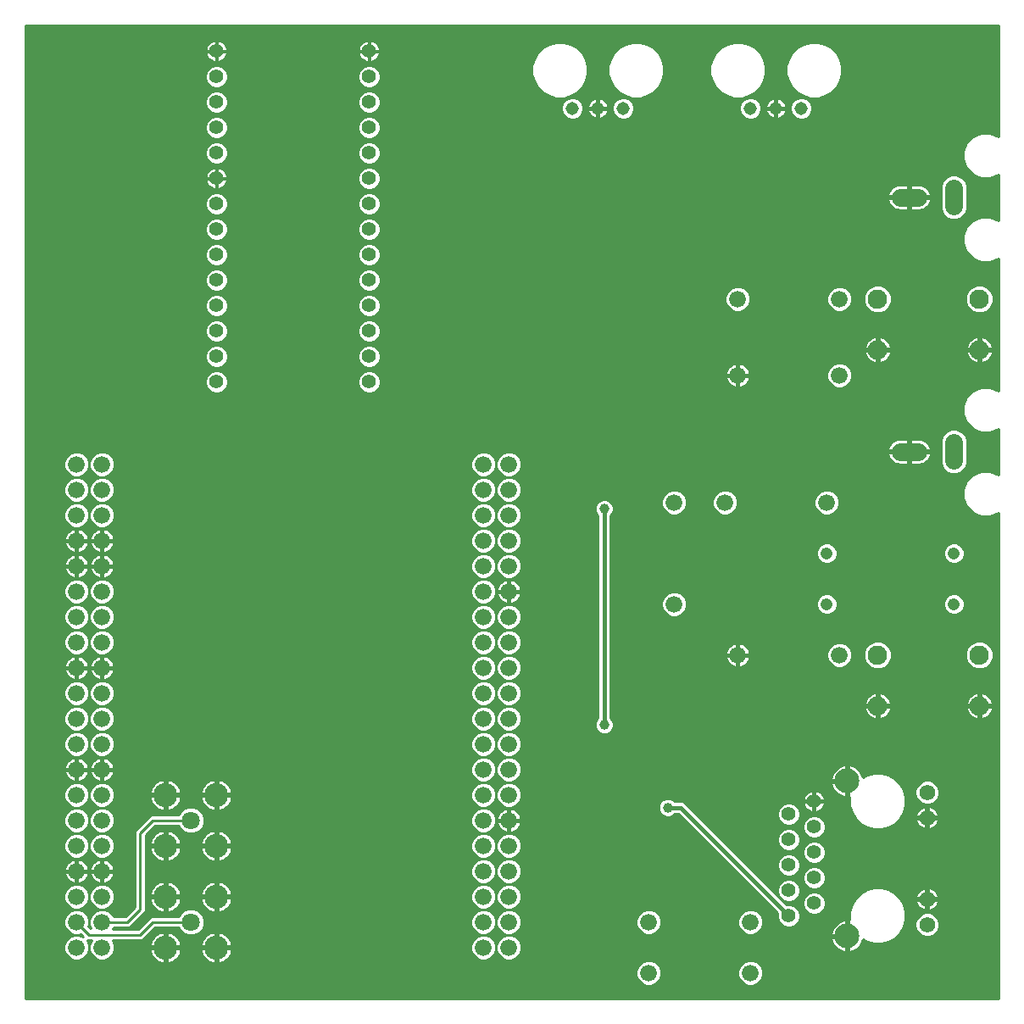
<source format=gbl>
G75*
%MOIN*%
%OFA0B0*%
%FSLAX25Y25*%
%IPPOS*%
%LPD*%
%AMOC8*
5,1,8,0,0,1.08239X$1,22.5*
%
%ADD10C,0.04756*%
%ADD11C,0.06600*%
%ADD12C,0.05150*%
%ADD13C,0.07087*%
%ADD14C,0.07087*%
%ADD15C,0.09449*%
%ADD16C,0.09750*%
%ADD17C,0.05543*%
%ADD18C,0.06150*%
%ADD19C,0.05600*%
%ADD20C,0.07600*%
%ADD21C,0.01000*%
%ADD22C,0.03962*%
%ADD23C,0.01600*%
D10*
X0321500Y0161500D03*
X0321500Y0181500D03*
X0371500Y0181500D03*
X0371500Y0161500D03*
D11*
X0326500Y0141500D03*
X0286500Y0141500D03*
X0261500Y0161500D03*
X0261500Y0201500D03*
X0281500Y0201500D03*
X0321500Y0201500D03*
X0326500Y0251500D03*
X0326500Y0281500D03*
X0286500Y0281500D03*
X0286500Y0251500D03*
X0196500Y0216500D03*
X0196500Y0206500D03*
X0186500Y0206500D03*
X0186500Y0216500D03*
X0186500Y0196500D03*
X0186500Y0186500D03*
X0186500Y0176500D03*
X0196500Y0176500D03*
X0196500Y0186500D03*
X0196500Y0196500D03*
X0196500Y0166500D03*
X0196500Y0156500D03*
X0196500Y0146500D03*
X0186500Y0146500D03*
X0186500Y0156500D03*
X0186500Y0166500D03*
X0186500Y0136500D03*
X0186500Y0126500D03*
X0186500Y0116500D03*
X0196500Y0116500D03*
X0196500Y0126500D03*
X0196500Y0136500D03*
X0196500Y0106500D03*
X0196500Y0096500D03*
X0196500Y0086500D03*
X0186500Y0086500D03*
X0186500Y0096500D03*
X0186500Y0106500D03*
X0186500Y0076500D03*
X0186500Y0066500D03*
X0186500Y0056500D03*
X0196500Y0056500D03*
X0196500Y0066500D03*
X0196500Y0076500D03*
X0196500Y0046500D03*
X0196500Y0036500D03*
X0196500Y0026500D03*
X0186500Y0026500D03*
X0186500Y0036500D03*
X0186500Y0046500D03*
X0251500Y0036500D03*
X0251500Y0016500D03*
X0291500Y0016500D03*
X0291500Y0036500D03*
X0036500Y0036500D03*
X0036500Y0026500D03*
X0026500Y0026500D03*
X0026500Y0036500D03*
X0026500Y0046500D03*
X0026500Y0056500D03*
X0026500Y0066500D03*
X0026500Y0076500D03*
X0026500Y0086500D03*
X0026500Y0096500D03*
X0026500Y0106500D03*
X0026500Y0116500D03*
X0026500Y0126500D03*
X0026500Y0136500D03*
X0026500Y0146500D03*
X0026500Y0156500D03*
X0026500Y0166500D03*
X0026500Y0176500D03*
X0026500Y0186500D03*
X0026500Y0196500D03*
X0026500Y0206500D03*
X0026500Y0216500D03*
X0036500Y0216500D03*
X0036500Y0206500D03*
X0036500Y0196500D03*
X0036500Y0186500D03*
X0036500Y0176500D03*
X0036500Y0166500D03*
X0036500Y0156500D03*
X0036500Y0146500D03*
X0036500Y0136500D03*
X0036500Y0126500D03*
X0036500Y0116500D03*
X0036500Y0106500D03*
X0036500Y0096500D03*
X0036500Y0086500D03*
X0036500Y0076500D03*
X0036500Y0066500D03*
X0036500Y0056500D03*
X0036500Y0046500D03*
D12*
X0221500Y0356500D03*
X0231500Y0356500D03*
X0241500Y0356500D03*
X0291500Y0356500D03*
X0301500Y0356500D03*
X0311500Y0356500D03*
D13*
X0350457Y0321500D02*
X0357543Y0321500D01*
X0371500Y0317957D02*
X0371500Y0325043D01*
X0371500Y0225043D02*
X0371500Y0217957D01*
X0357543Y0221500D02*
X0350457Y0221500D01*
D14*
X0071500Y0076500D03*
X0071500Y0036500D03*
D15*
X0081500Y0026500D03*
X0081500Y0046500D03*
X0081500Y0066500D03*
X0081500Y0086500D03*
X0061500Y0086500D03*
X0061500Y0066500D03*
X0061500Y0046500D03*
X0061500Y0026500D03*
D16*
X0329500Y0031000D03*
X0329500Y0092000D03*
D17*
X0316500Y0084000D03*
X0316500Y0074000D03*
X0306500Y0069000D03*
X0306500Y0079000D03*
X0316500Y0064000D03*
X0316500Y0054000D03*
X0316500Y0044000D03*
X0306500Y0039000D03*
X0306500Y0049000D03*
X0306500Y0059000D03*
D18*
X0361000Y0045500D03*
X0361000Y0035500D03*
X0361000Y0077500D03*
X0361000Y0087500D03*
D19*
X0141500Y0249000D03*
X0141500Y0259000D03*
X0141500Y0269000D03*
X0141500Y0279000D03*
X0141500Y0289000D03*
X0141500Y0299000D03*
X0141500Y0309000D03*
X0141500Y0319000D03*
X0141500Y0329000D03*
X0141500Y0339000D03*
X0141500Y0349000D03*
X0141500Y0359000D03*
X0141500Y0369000D03*
X0141500Y0379000D03*
X0081500Y0379000D03*
X0081500Y0369000D03*
X0081500Y0359000D03*
X0081500Y0349000D03*
X0081500Y0339000D03*
X0081500Y0329000D03*
X0081500Y0319000D03*
X0081500Y0309000D03*
X0081500Y0299000D03*
X0081500Y0289000D03*
X0081500Y0279000D03*
X0081500Y0269000D03*
X0081500Y0259000D03*
X0081500Y0249000D03*
D20*
X0341500Y0261500D03*
X0341500Y0281500D03*
X0381500Y0281500D03*
X0381500Y0261500D03*
X0381500Y0141500D03*
X0381500Y0121500D03*
X0341500Y0121500D03*
X0341500Y0141500D03*
D21*
X0006500Y0006500D02*
X0006500Y0389000D01*
X0389000Y0389000D01*
X0389000Y0345487D01*
X0385757Y0346831D01*
X0382243Y0346831D01*
X0378998Y0345486D01*
X0376514Y0343002D01*
X0375169Y0339757D01*
X0375169Y0336243D01*
X0376514Y0332998D01*
X0378998Y0330514D01*
X0382243Y0329169D01*
X0385757Y0329169D01*
X0389000Y0330513D01*
X0389000Y0312487D01*
X0385757Y0313831D01*
X0382243Y0313831D01*
X0378998Y0312486D01*
X0376514Y0310002D01*
X0375169Y0306757D01*
X0375169Y0303243D01*
X0376514Y0299998D01*
X0378998Y0297514D01*
X0382243Y0296169D01*
X0385757Y0296169D01*
X0389000Y0297513D01*
X0389000Y0245487D01*
X0385757Y0246831D01*
X0382243Y0246831D01*
X0378998Y0245486D01*
X0376514Y0243002D01*
X0375169Y0239757D01*
X0375169Y0236243D01*
X0376514Y0232998D01*
X0378998Y0230514D01*
X0382243Y0229169D01*
X0385757Y0229169D01*
X0389000Y0230513D01*
X0389000Y0212487D01*
X0385757Y0213831D01*
X0382243Y0213831D01*
X0378998Y0212486D01*
X0376514Y0210002D01*
X0375169Y0206757D01*
X0375169Y0203243D01*
X0376514Y0199998D01*
X0378998Y0197514D01*
X0382243Y0196169D01*
X0385757Y0196169D01*
X0389000Y0197513D01*
X0389000Y0006500D01*
X0006500Y0006500D01*
X0006500Y0007491D02*
X0389000Y0007491D01*
X0389000Y0008490D02*
X0006500Y0008490D01*
X0006500Y0009488D02*
X0389000Y0009488D01*
X0389000Y0010487D02*
X0006500Y0010487D01*
X0006500Y0011485D02*
X0389000Y0011485D01*
X0389000Y0012484D02*
X0294555Y0012484D01*
X0294332Y0012261D02*
X0295739Y0013668D01*
X0296500Y0015505D01*
X0296500Y0017495D01*
X0295739Y0019332D01*
X0294332Y0020739D01*
X0292495Y0021500D01*
X0290505Y0021500D01*
X0288668Y0020739D01*
X0287261Y0019332D01*
X0286500Y0017495D01*
X0286500Y0015505D01*
X0287261Y0013668D01*
X0288668Y0012261D01*
X0290505Y0011500D01*
X0292495Y0011500D01*
X0294332Y0012261D01*
X0295553Y0013482D02*
X0389000Y0013482D01*
X0389000Y0014481D02*
X0296076Y0014481D01*
X0296489Y0015479D02*
X0389000Y0015479D01*
X0389000Y0016478D02*
X0296500Y0016478D01*
X0296500Y0017476D02*
X0389000Y0017476D01*
X0389000Y0018475D02*
X0296094Y0018475D01*
X0295598Y0019473D02*
X0389000Y0019473D01*
X0389000Y0020472D02*
X0294599Y0020472D01*
X0292566Y0021470D02*
X0389000Y0021470D01*
X0389000Y0022469D02*
X0199540Y0022469D01*
X0199332Y0022261D02*
X0200739Y0023668D01*
X0201500Y0025505D01*
X0201500Y0027495D01*
X0200739Y0029332D01*
X0199332Y0030739D01*
X0197495Y0031500D01*
X0199332Y0032261D01*
X0200739Y0033668D01*
X0201500Y0035505D01*
X0201500Y0037495D01*
X0200739Y0039332D01*
X0199332Y0040739D01*
X0197495Y0041500D01*
X0199332Y0042261D01*
X0200739Y0043668D01*
X0201500Y0045505D01*
X0201500Y0047495D01*
X0200739Y0049332D01*
X0199332Y0050739D01*
X0197495Y0051500D01*
X0199332Y0052261D01*
X0200739Y0053668D01*
X0201500Y0055505D01*
X0201500Y0057495D01*
X0200739Y0059332D01*
X0199332Y0060739D01*
X0197495Y0061500D01*
X0199332Y0062261D01*
X0200739Y0063668D01*
X0201500Y0065505D01*
X0201500Y0067495D01*
X0200739Y0069332D01*
X0199332Y0070739D01*
X0197495Y0071500D01*
X0195505Y0071500D01*
X0193668Y0070739D01*
X0192261Y0069332D01*
X0191500Y0067495D01*
X0190739Y0069332D01*
X0189332Y0070739D01*
X0187495Y0071500D01*
X0189332Y0072261D01*
X0190739Y0073668D01*
X0191500Y0075505D01*
X0191500Y0077495D01*
X0190739Y0079332D01*
X0189332Y0080739D01*
X0187495Y0081500D01*
X0185505Y0081500D01*
X0183668Y0080739D01*
X0182261Y0079332D01*
X0181500Y0077495D01*
X0181500Y0075505D01*
X0182261Y0073668D01*
X0183668Y0072261D01*
X0185505Y0071500D01*
X0187495Y0071500D01*
X0185505Y0071500D01*
X0183668Y0070739D01*
X0182261Y0069332D01*
X0181500Y0067495D01*
X0181500Y0065505D01*
X0182261Y0063668D01*
X0183668Y0062261D01*
X0185505Y0061500D01*
X0187495Y0061500D01*
X0189332Y0062261D01*
X0190739Y0063668D01*
X0191500Y0065505D01*
X0191500Y0067495D01*
X0191500Y0065505D01*
X0192261Y0063668D01*
X0193668Y0062261D01*
X0195505Y0061500D01*
X0197495Y0061500D01*
X0195505Y0061500D01*
X0193668Y0060739D01*
X0192261Y0059332D01*
X0191500Y0057495D01*
X0190739Y0059332D01*
X0189332Y0060739D01*
X0187495Y0061500D01*
X0185505Y0061500D01*
X0183668Y0060739D01*
X0182261Y0059332D01*
X0181500Y0057495D01*
X0181500Y0055505D01*
X0182261Y0053668D01*
X0183668Y0052261D01*
X0185505Y0051500D01*
X0187495Y0051500D01*
X0189332Y0052261D01*
X0190739Y0053668D01*
X0191500Y0055505D01*
X0191500Y0057495D01*
X0191500Y0055505D01*
X0192261Y0053668D01*
X0193668Y0052261D01*
X0195505Y0051500D01*
X0197495Y0051500D01*
X0195505Y0051500D01*
X0193668Y0050739D01*
X0192261Y0049332D01*
X0191500Y0047495D01*
X0190739Y0049332D01*
X0189332Y0050739D01*
X0187495Y0051500D01*
X0185505Y0051500D01*
X0183668Y0050739D01*
X0182261Y0049332D01*
X0181500Y0047495D01*
X0181500Y0045505D01*
X0182261Y0043668D01*
X0183668Y0042261D01*
X0185505Y0041500D01*
X0187495Y0041500D01*
X0189332Y0042261D01*
X0190739Y0043668D01*
X0191500Y0045505D01*
X0191500Y0047495D01*
X0191500Y0045505D01*
X0192261Y0043668D01*
X0193668Y0042261D01*
X0195505Y0041500D01*
X0197495Y0041500D01*
X0195505Y0041500D01*
X0193668Y0040739D01*
X0192261Y0039332D01*
X0191500Y0037495D01*
X0190739Y0039332D01*
X0189332Y0040739D01*
X0187495Y0041500D01*
X0185505Y0041500D01*
X0183668Y0040739D01*
X0182261Y0039332D01*
X0181500Y0037495D01*
X0181500Y0035505D01*
X0182261Y0033668D01*
X0183668Y0032261D01*
X0185505Y0031500D01*
X0187495Y0031500D01*
X0189332Y0032261D01*
X0190739Y0033668D01*
X0191500Y0035505D01*
X0191500Y0037495D01*
X0191500Y0035505D01*
X0192261Y0033668D01*
X0193668Y0032261D01*
X0195505Y0031500D01*
X0197495Y0031500D01*
X0195505Y0031500D01*
X0193668Y0030739D01*
X0192261Y0029332D01*
X0191500Y0027495D01*
X0190739Y0029332D01*
X0189332Y0030739D01*
X0187495Y0031500D01*
X0185505Y0031500D01*
X0183668Y0030739D01*
X0182261Y0029332D01*
X0181500Y0027495D01*
X0181500Y0025505D01*
X0182261Y0023668D01*
X0183668Y0022261D01*
X0185505Y0021500D01*
X0187495Y0021500D01*
X0189332Y0022261D01*
X0190739Y0023668D01*
X0191500Y0025505D01*
X0191500Y0027495D01*
X0191500Y0025505D01*
X0192261Y0023668D01*
X0193668Y0022261D01*
X0195505Y0021500D01*
X0197495Y0021500D01*
X0199332Y0022261D01*
X0200538Y0023467D02*
X0389000Y0023467D01*
X0389000Y0024466D02*
X0201069Y0024466D01*
X0201483Y0025464D02*
X0326338Y0025464D01*
X0326674Y0025270D02*
X0327446Y0024950D01*
X0328254Y0024734D01*
X0329000Y0024636D01*
X0329000Y0030500D01*
X0323136Y0030500D01*
X0323234Y0029754D01*
X0323450Y0028946D01*
X0323770Y0028174D01*
X0324188Y0027451D01*
X0324697Y0026788D01*
X0325288Y0026197D01*
X0325951Y0025688D01*
X0326674Y0025270D01*
X0325022Y0026463D02*
X0201500Y0026463D01*
X0201500Y0027461D02*
X0324182Y0027461D01*
X0323652Y0028460D02*
X0201100Y0028460D01*
X0200613Y0029458D02*
X0323313Y0029458D01*
X0323141Y0030457D02*
X0199614Y0030457D01*
X0199525Y0032454D02*
X0248475Y0032454D01*
X0248668Y0032261D02*
X0250505Y0031500D01*
X0252495Y0031500D01*
X0254332Y0032261D01*
X0255739Y0033668D01*
X0256500Y0035505D01*
X0256500Y0037495D01*
X0255739Y0039332D01*
X0254332Y0040739D01*
X0252495Y0041500D01*
X0250505Y0041500D01*
X0248668Y0040739D01*
X0247261Y0039332D01*
X0246500Y0037495D01*
X0246500Y0035505D01*
X0247261Y0033668D01*
X0248668Y0032261D01*
X0247477Y0033452D02*
X0200523Y0033452D01*
X0201063Y0034451D02*
X0246937Y0034451D01*
X0246523Y0035449D02*
X0201477Y0035449D01*
X0201500Y0036448D02*
X0246500Y0036448D01*
X0246500Y0037446D02*
X0201500Y0037446D01*
X0201106Y0038445D02*
X0246894Y0038445D01*
X0247372Y0039443D02*
X0200628Y0039443D01*
X0199629Y0040442D02*
X0248371Y0040442D01*
X0250362Y0041440D02*
X0197638Y0041440D01*
X0199510Y0042439D02*
X0299525Y0042439D01*
X0298527Y0043437D02*
X0200509Y0043437D01*
X0201057Y0044436D02*
X0297528Y0044436D01*
X0296530Y0045434D02*
X0201471Y0045434D01*
X0201500Y0046433D02*
X0295531Y0046433D01*
X0294533Y0047432D02*
X0201500Y0047432D01*
X0201113Y0048430D02*
X0293534Y0048430D01*
X0292536Y0049429D02*
X0200643Y0049429D01*
X0199644Y0050427D02*
X0291537Y0050427D01*
X0290539Y0051426D02*
X0197674Y0051426D01*
X0199495Y0052424D02*
X0289540Y0052424D01*
X0288542Y0053423D02*
X0200494Y0053423D01*
X0201051Y0054421D02*
X0287543Y0054421D01*
X0286545Y0055420D02*
X0201464Y0055420D01*
X0201500Y0056418D02*
X0285546Y0056418D01*
X0284548Y0057417D02*
X0201500Y0057417D01*
X0201119Y0058415D02*
X0283549Y0058415D01*
X0282551Y0059414D02*
X0200657Y0059414D01*
X0199659Y0060412D02*
X0281552Y0060412D01*
X0280554Y0061411D02*
X0197710Y0061411D01*
X0199480Y0062409D02*
X0279555Y0062409D01*
X0278557Y0063408D02*
X0200479Y0063408D01*
X0201045Y0064406D02*
X0277558Y0064406D01*
X0276560Y0065405D02*
X0201458Y0065405D01*
X0201500Y0066403D02*
X0275561Y0066403D01*
X0274563Y0067402D02*
X0201500Y0067402D01*
X0201125Y0068400D02*
X0273564Y0068400D01*
X0272566Y0069399D02*
X0200672Y0069399D01*
X0199674Y0070397D02*
X0271567Y0070397D01*
X0270569Y0071396D02*
X0197746Y0071396D01*
X0197624Y0071818D02*
X0198343Y0072052D01*
X0199016Y0072395D01*
X0199627Y0072839D01*
X0200161Y0073373D01*
X0200605Y0073984D01*
X0200948Y0074657D01*
X0201182Y0075376D01*
X0201299Y0076114D01*
X0196886Y0076114D01*
X0196886Y0076886D01*
X0196114Y0076886D01*
X0196114Y0081299D01*
X0195376Y0081182D01*
X0194657Y0080948D01*
X0193984Y0080605D01*
X0193373Y0080161D01*
X0192839Y0079627D01*
X0192395Y0079016D01*
X0192052Y0078343D01*
X0191818Y0077624D01*
X0191701Y0076886D01*
X0196114Y0076886D01*
X0196114Y0076114D01*
X0191701Y0076114D01*
X0191818Y0075376D01*
X0192052Y0074657D01*
X0192395Y0073984D01*
X0192839Y0073373D01*
X0193373Y0072839D01*
X0193984Y0072395D01*
X0194657Y0072052D01*
X0195376Y0071818D01*
X0196114Y0071701D01*
X0196114Y0076114D01*
X0196886Y0076114D01*
X0196886Y0071701D01*
X0197624Y0071818D01*
X0196886Y0072394D02*
X0196114Y0072394D01*
X0196114Y0073393D02*
X0196886Y0073393D01*
X0196886Y0074391D02*
X0196114Y0074391D01*
X0196114Y0075390D02*
X0196886Y0075390D01*
X0196886Y0076388D02*
X0265576Y0076388D01*
X0266575Y0075390D02*
X0201184Y0075390D01*
X0200813Y0074391D02*
X0267573Y0074391D01*
X0268572Y0073393D02*
X0200176Y0073393D01*
X0199015Y0072394D02*
X0269570Y0072394D01*
X0272647Y0076388D02*
X0302788Y0076388D01*
X0302709Y0076467D02*
X0303967Y0075209D01*
X0305611Y0074528D01*
X0307389Y0074528D01*
X0309033Y0075209D01*
X0310291Y0076467D01*
X0310972Y0078111D01*
X0310972Y0079889D01*
X0310291Y0081533D01*
X0309033Y0082791D01*
X0307389Y0083472D01*
X0305611Y0083472D01*
X0303967Y0082791D01*
X0302709Y0081533D01*
X0302028Y0079889D01*
X0302028Y0078111D01*
X0302709Y0076467D01*
X0302328Y0077387D02*
X0271649Y0077387D01*
X0270650Y0078385D02*
X0302028Y0078385D01*
X0302028Y0079384D02*
X0269652Y0079384D01*
X0268653Y0080382D02*
X0302233Y0080382D01*
X0302646Y0081381D02*
X0267655Y0081381D01*
X0266656Y0082379D02*
X0303556Y0082379D01*
X0305384Y0083378D02*
X0265658Y0083378D01*
X0265416Y0083619D02*
X0264497Y0084000D01*
X0261706Y0084000D01*
X0261085Y0084621D01*
X0259732Y0085181D01*
X0258268Y0085181D01*
X0256915Y0084621D01*
X0255879Y0083585D01*
X0255319Y0082232D01*
X0255319Y0080768D01*
X0255879Y0079415D01*
X0256915Y0078379D01*
X0258268Y0077819D01*
X0259732Y0077819D01*
X0261085Y0078379D01*
X0261706Y0079000D01*
X0262964Y0079000D01*
X0302042Y0039922D01*
X0302028Y0039889D01*
X0302028Y0038111D01*
X0302709Y0036467D01*
X0303967Y0035209D01*
X0305611Y0034528D01*
X0307389Y0034528D01*
X0309033Y0035209D01*
X0310291Y0036467D01*
X0310972Y0038111D01*
X0310972Y0039889D01*
X0310291Y0041533D01*
X0309033Y0042791D01*
X0307389Y0043472D01*
X0305611Y0043472D01*
X0305578Y0043458D01*
X0265416Y0083619D01*
X0261329Y0084376D02*
X0316114Y0084376D01*
X0316114Y0084386D02*
X0316114Y0083614D01*
X0312236Y0083614D01*
X0312334Y0083000D01*
X0312541Y0082360D01*
X0312847Y0081761D01*
X0313242Y0081217D01*
X0313717Y0080742D01*
X0314261Y0080347D01*
X0314860Y0080041D01*
X0315500Y0079834D01*
X0316114Y0079736D01*
X0316114Y0083614D01*
X0316886Y0083614D01*
X0316886Y0084386D01*
X0316114Y0084386D01*
X0316114Y0088264D01*
X0315500Y0088166D01*
X0314860Y0087959D01*
X0314261Y0087653D01*
X0313717Y0087258D01*
X0313242Y0086783D01*
X0312847Y0086239D01*
X0312541Y0085640D01*
X0312334Y0085000D01*
X0312236Y0084386D01*
X0316114Y0084386D01*
X0316886Y0084386D02*
X0316886Y0088264D01*
X0317500Y0088166D01*
X0318140Y0087959D01*
X0318739Y0087653D01*
X0319283Y0087258D01*
X0319758Y0086783D01*
X0320153Y0086239D01*
X0320459Y0085640D01*
X0320666Y0085000D01*
X0320764Y0084386D01*
X0316886Y0084386D01*
X0316886Y0084376D02*
X0330500Y0084376D01*
X0330500Y0083378D02*
X0320726Y0083378D01*
X0320764Y0083614D02*
X0316886Y0083614D01*
X0316886Y0079736D01*
X0317500Y0079834D01*
X0318140Y0080041D01*
X0318739Y0080347D01*
X0319283Y0080742D01*
X0319758Y0081217D01*
X0320153Y0081761D01*
X0320459Y0082360D01*
X0320666Y0083000D01*
X0320764Y0083614D01*
X0320465Y0082379D02*
X0330546Y0082379D01*
X0330500Y0082552D02*
X0331250Y0079754D01*
X0332698Y0077246D01*
X0334746Y0075198D01*
X0337254Y0073750D01*
X0340052Y0073000D01*
X0342948Y0073000D01*
X0345746Y0073750D01*
X0348254Y0075198D01*
X0350302Y0077246D01*
X0351750Y0079754D01*
X0352500Y0082552D01*
X0352500Y0085448D01*
X0351750Y0088246D01*
X0350302Y0090754D01*
X0348254Y0092802D01*
X0345746Y0094250D01*
X0342948Y0095000D01*
X0340052Y0095000D01*
X0337254Y0094250D01*
X0335732Y0093372D01*
X0335550Y0094054D01*
X0335230Y0094826D01*
X0334812Y0095549D01*
X0334303Y0096212D01*
X0333712Y0096803D01*
X0333049Y0097312D01*
X0332326Y0097730D01*
X0331554Y0098050D01*
X0330746Y0098266D01*
X0330000Y0098364D01*
X0330000Y0092500D01*
X0329000Y0092500D01*
X0329000Y0098364D01*
X0328254Y0098266D01*
X0327446Y0098050D01*
X0326674Y0097730D01*
X0325951Y0097312D01*
X0325288Y0096803D01*
X0324697Y0096212D01*
X0324188Y0095549D01*
X0323770Y0094826D01*
X0323450Y0094054D01*
X0323234Y0093246D01*
X0323136Y0092500D01*
X0329000Y0092500D01*
X0329000Y0091500D01*
X0323136Y0091500D01*
X0323234Y0090754D01*
X0323450Y0089946D01*
X0323770Y0089174D01*
X0324188Y0088451D01*
X0324697Y0087788D01*
X0325288Y0087197D01*
X0325951Y0086688D01*
X0326674Y0086270D01*
X0327446Y0085950D01*
X0328254Y0085734D01*
X0329000Y0085636D01*
X0329000Y0091500D01*
X0330000Y0091500D01*
X0330000Y0085636D01*
X0330570Y0085711D01*
X0330500Y0085448D01*
X0330500Y0082552D01*
X0330814Y0081381D02*
X0319877Y0081381D01*
X0318788Y0080382D02*
X0331081Y0080382D01*
X0331463Y0079384D02*
X0310972Y0079384D01*
X0310972Y0078385D02*
X0315402Y0078385D01*
X0315611Y0078472D02*
X0313967Y0077791D01*
X0312709Y0076533D01*
X0312028Y0074889D01*
X0312028Y0073111D01*
X0312709Y0071467D01*
X0313967Y0070209D01*
X0315611Y0069528D01*
X0317389Y0069528D01*
X0319033Y0070209D01*
X0320291Y0071467D01*
X0320972Y0073111D01*
X0320972Y0074889D01*
X0320291Y0076533D01*
X0319033Y0077791D01*
X0317389Y0078472D01*
X0315611Y0078472D01*
X0316114Y0080382D02*
X0316886Y0080382D01*
X0316886Y0081381D02*
X0316114Y0081381D01*
X0316114Y0082379D02*
X0316886Y0082379D01*
X0316886Y0083378D02*
X0316114Y0083378D01*
X0316114Y0085375D02*
X0316886Y0085375D01*
X0316886Y0086373D02*
X0316114Y0086373D01*
X0316114Y0087372D02*
X0316886Y0087372D01*
X0319126Y0087372D02*
X0325112Y0087372D01*
X0324250Y0088370D02*
X0201137Y0088370D01*
X0201500Y0087495D02*
X0200739Y0089332D01*
X0199332Y0090739D01*
X0197495Y0091500D01*
X0195505Y0091500D01*
X0193668Y0090739D01*
X0192261Y0089332D01*
X0191500Y0087495D01*
X0191500Y0085505D01*
X0192261Y0083668D01*
X0193668Y0082261D01*
X0195505Y0081500D01*
X0197495Y0081500D01*
X0199332Y0082261D01*
X0200739Y0083668D01*
X0201500Y0085505D01*
X0201500Y0087495D01*
X0201500Y0087372D02*
X0313874Y0087372D01*
X0312944Y0086373D02*
X0201500Y0086373D01*
X0201446Y0085375D02*
X0312455Y0085375D01*
X0312274Y0083378D02*
X0307616Y0083378D01*
X0309444Y0082379D02*
X0312535Y0082379D01*
X0313123Y0081381D02*
X0310354Y0081381D01*
X0310767Y0080382D02*
X0314212Y0080382D01*
X0313563Y0077387D02*
X0310672Y0077387D01*
X0310212Y0076388D02*
X0312649Y0076388D01*
X0312236Y0075390D02*
X0309214Y0075390D01*
X0307580Y0073393D02*
X0312028Y0073393D01*
X0312028Y0074391D02*
X0274644Y0074391D01*
X0275643Y0073393D02*
X0305420Y0073393D01*
X0305611Y0073472D02*
X0303967Y0072791D01*
X0302709Y0071533D01*
X0302028Y0069889D01*
X0302028Y0068111D01*
X0302709Y0066467D01*
X0303967Y0065209D01*
X0305611Y0064528D01*
X0307389Y0064528D01*
X0309033Y0065209D01*
X0310291Y0066467D01*
X0310972Y0068111D01*
X0310972Y0069889D01*
X0310291Y0071533D01*
X0309033Y0072791D01*
X0307389Y0073472D01*
X0305611Y0073472D01*
X0303570Y0072394D02*
X0276641Y0072394D01*
X0277640Y0071396D02*
X0302652Y0071396D01*
X0302239Y0070397D02*
X0278638Y0070397D01*
X0279637Y0069399D02*
X0302028Y0069399D01*
X0302028Y0068400D02*
X0280635Y0068400D01*
X0281634Y0067402D02*
X0302322Y0067402D01*
X0302773Y0066403D02*
X0282632Y0066403D01*
X0283631Y0065405D02*
X0303771Y0065405D01*
X0305456Y0063408D02*
X0285628Y0063408D01*
X0284629Y0064406D02*
X0312028Y0064406D01*
X0312028Y0064889D02*
X0312028Y0063111D01*
X0312709Y0061467D01*
X0313967Y0060209D01*
X0315611Y0059528D01*
X0317389Y0059528D01*
X0319033Y0060209D01*
X0320291Y0061467D01*
X0320972Y0063111D01*
X0320972Y0064889D01*
X0320291Y0066533D01*
X0319033Y0067791D01*
X0317389Y0068472D01*
X0315611Y0068472D01*
X0313967Y0067791D01*
X0312709Y0066533D01*
X0312028Y0064889D01*
X0312242Y0065405D02*
X0309229Y0065405D01*
X0310227Y0066403D02*
X0312655Y0066403D01*
X0313578Y0067402D02*
X0310678Y0067402D01*
X0310972Y0068400D02*
X0315438Y0068400D01*
X0317562Y0068400D02*
X0389000Y0068400D01*
X0389000Y0067402D02*
X0319422Y0067402D01*
X0320345Y0066403D02*
X0389000Y0066403D01*
X0389000Y0065405D02*
X0320758Y0065405D01*
X0320972Y0064406D02*
X0389000Y0064406D01*
X0389000Y0063408D02*
X0320972Y0063408D01*
X0320681Y0062409D02*
X0389000Y0062409D01*
X0389000Y0061411D02*
X0320235Y0061411D01*
X0319236Y0060412D02*
X0389000Y0060412D01*
X0389000Y0059414D02*
X0310972Y0059414D01*
X0310972Y0059889D02*
X0310291Y0061533D01*
X0309033Y0062791D01*
X0307389Y0063472D01*
X0305611Y0063472D01*
X0303967Y0062791D01*
X0302709Y0061533D01*
X0302028Y0059889D01*
X0302028Y0058111D01*
X0302709Y0056467D01*
X0303967Y0055209D01*
X0305611Y0054528D01*
X0307389Y0054528D01*
X0309033Y0055209D01*
X0310291Y0056467D01*
X0310972Y0058111D01*
X0310972Y0059889D01*
X0310755Y0060412D02*
X0313764Y0060412D01*
X0312765Y0061411D02*
X0310342Y0061411D01*
X0309415Y0062409D02*
X0312319Y0062409D01*
X0312028Y0063408D02*
X0307544Y0063408D01*
X0303585Y0062409D02*
X0286626Y0062409D01*
X0287625Y0061411D02*
X0302658Y0061411D01*
X0302245Y0060412D02*
X0288623Y0060412D01*
X0289622Y0059414D02*
X0302028Y0059414D01*
X0302028Y0058415D02*
X0290620Y0058415D01*
X0291619Y0057417D02*
X0302316Y0057417D01*
X0302758Y0056418D02*
X0292617Y0056418D01*
X0293616Y0055420D02*
X0303757Y0055420D01*
X0303967Y0052791D02*
X0302709Y0051533D01*
X0302028Y0049889D01*
X0302028Y0048111D01*
X0302709Y0046467D01*
X0303967Y0045209D01*
X0305611Y0044528D01*
X0307389Y0044528D01*
X0309033Y0045209D01*
X0310291Y0046467D01*
X0310972Y0048111D01*
X0310972Y0049889D01*
X0310291Y0051533D01*
X0309033Y0052791D01*
X0307389Y0053472D01*
X0305611Y0053472D01*
X0303967Y0052791D01*
X0303600Y0052424D02*
X0296611Y0052424D01*
X0295613Y0053423D02*
X0305492Y0053423D01*
X0307508Y0053423D02*
X0312028Y0053423D01*
X0312028Y0053111D02*
X0312709Y0051467D01*
X0313967Y0050209D01*
X0315611Y0049528D01*
X0317389Y0049528D01*
X0319033Y0050209D01*
X0320291Y0051467D01*
X0320972Y0053111D01*
X0320972Y0054889D01*
X0320291Y0056533D01*
X0319033Y0057791D01*
X0317389Y0058472D01*
X0315611Y0058472D01*
X0313967Y0057791D01*
X0312709Y0056533D01*
X0312028Y0054889D01*
X0312028Y0053111D01*
X0312313Y0052424D02*
X0309400Y0052424D01*
X0310335Y0051426D02*
X0312751Y0051426D01*
X0313749Y0050427D02*
X0310749Y0050427D01*
X0310972Y0049429D02*
X0337919Y0049429D01*
X0337254Y0049250D02*
X0334746Y0047802D01*
X0332698Y0045754D01*
X0331250Y0043246D01*
X0330500Y0040448D01*
X0330500Y0037552D01*
X0330570Y0037289D01*
X0330000Y0037364D01*
X0330000Y0031500D01*
X0329000Y0031500D01*
X0329000Y0037364D01*
X0328254Y0037266D01*
X0327446Y0037050D01*
X0326674Y0036730D01*
X0325951Y0036312D01*
X0325288Y0035803D01*
X0324697Y0035212D01*
X0324188Y0034549D01*
X0323770Y0033826D01*
X0323450Y0033054D01*
X0323234Y0032246D01*
X0323136Y0031500D01*
X0329000Y0031500D01*
X0329000Y0030500D01*
X0330000Y0030500D01*
X0330000Y0024636D01*
X0330746Y0024734D01*
X0331554Y0024950D01*
X0332326Y0025270D01*
X0333049Y0025688D01*
X0333712Y0026197D01*
X0334303Y0026788D01*
X0334812Y0027451D01*
X0335230Y0028174D01*
X0335550Y0028946D01*
X0335732Y0029628D01*
X0337254Y0028750D01*
X0340052Y0028000D01*
X0342948Y0028000D01*
X0345746Y0028750D01*
X0348254Y0030198D01*
X0350302Y0032246D01*
X0351750Y0034754D01*
X0352500Y0037552D01*
X0352500Y0040448D01*
X0351750Y0043246D01*
X0350302Y0045754D01*
X0348254Y0047802D01*
X0345746Y0049250D01*
X0342948Y0050000D01*
X0340052Y0050000D01*
X0337254Y0049250D01*
X0335833Y0048430D02*
X0317490Y0048430D01*
X0317389Y0048472D02*
X0315611Y0048472D01*
X0313967Y0047791D01*
X0312709Y0046533D01*
X0312028Y0044889D01*
X0312028Y0043111D01*
X0312709Y0041467D01*
X0313967Y0040209D01*
X0315611Y0039528D01*
X0317389Y0039528D01*
X0319033Y0040209D01*
X0320291Y0041467D01*
X0320972Y0043111D01*
X0320972Y0044889D01*
X0320291Y0046533D01*
X0319033Y0047791D01*
X0317389Y0048472D01*
X0315510Y0048430D02*
X0310972Y0048430D01*
X0310690Y0047432D02*
X0313608Y0047432D01*
X0312668Y0046433D02*
X0310257Y0046433D01*
X0309258Y0045434D02*
X0312254Y0045434D01*
X0312028Y0044436D02*
X0304600Y0044436D01*
X0303742Y0045434D02*
X0303601Y0045434D01*
X0302743Y0046433D02*
X0302603Y0046433D01*
X0302310Y0047432D02*
X0301604Y0047432D01*
X0302028Y0048430D02*
X0300605Y0048430D01*
X0299607Y0049429D02*
X0302028Y0049429D01*
X0302251Y0050427D02*
X0298608Y0050427D01*
X0297610Y0051426D02*
X0302665Y0051426D01*
X0309243Y0055420D02*
X0312248Y0055420D01*
X0312028Y0054421D02*
X0294614Y0054421D01*
X0292495Y0041500D02*
X0290505Y0041500D01*
X0288668Y0040739D01*
X0287261Y0039332D01*
X0286500Y0037495D01*
X0286500Y0035505D01*
X0287261Y0033668D01*
X0288668Y0032261D01*
X0290505Y0031500D01*
X0292495Y0031500D01*
X0294332Y0032261D01*
X0295739Y0033668D01*
X0296500Y0035505D01*
X0296500Y0037495D01*
X0295739Y0039332D01*
X0294332Y0040739D01*
X0292495Y0041500D01*
X0292638Y0041440D02*
X0300524Y0041440D01*
X0301523Y0040442D02*
X0294629Y0040442D01*
X0295628Y0039443D02*
X0302028Y0039443D01*
X0302028Y0038445D02*
X0296106Y0038445D01*
X0296500Y0037446D02*
X0302303Y0037446D01*
X0302728Y0036448D02*
X0296500Y0036448D01*
X0296477Y0035449D02*
X0303727Y0035449D01*
X0309273Y0035449D02*
X0324934Y0035449D01*
X0324131Y0034451D02*
X0296063Y0034451D01*
X0295523Y0033452D02*
X0323616Y0033452D01*
X0323290Y0032454D02*
X0294525Y0032454D01*
X0288475Y0032454D02*
X0254525Y0032454D01*
X0255523Y0033452D02*
X0287477Y0033452D01*
X0286937Y0034451D02*
X0256063Y0034451D01*
X0256477Y0035449D02*
X0286523Y0035449D01*
X0286500Y0036448D02*
X0256500Y0036448D01*
X0256500Y0037446D02*
X0286500Y0037446D01*
X0286894Y0038445D02*
X0256106Y0038445D01*
X0255628Y0039443D02*
X0287372Y0039443D01*
X0288371Y0040442D02*
X0254629Y0040442D01*
X0252638Y0041440D02*
X0290362Y0041440D01*
X0307472Y0043437D02*
X0312028Y0043437D01*
X0312307Y0042439D02*
X0309385Y0042439D01*
X0310329Y0041440D02*
X0312736Y0041440D01*
X0313734Y0040442D02*
X0310743Y0040442D01*
X0310972Y0039443D02*
X0330500Y0039443D01*
X0330500Y0038445D02*
X0310972Y0038445D01*
X0310697Y0037446D02*
X0330528Y0037446D01*
X0330000Y0036448D02*
X0329000Y0036448D01*
X0329000Y0035449D02*
X0330000Y0035449D01*
X0330000Y0034451D02*
X0329000Y0034451D01*
X0329000Y0033452D02*
X0330000Y0033452D01*
X0330000Y0032454D02*
X0329000Y0032454D01*
X0329000Y0031455D02*
X0197602Y0031455D01*
X0195398Y0031455D02*
X0187602Y0031455D01*
X0189525Y0032454D02*
X0193475Y0032454D01*
X0192477Y0033452D02*
X0190523Y0033452D01*
X0191063Y0034451D02*
X0191937Y0034451D01*
X0191523Y0035449D02*
X0191477Y0035449D01*
X0191500Y0036448D02*
X0191500Y0036448D01*
X0191500Y0037446D02*
X0191500Y0037446D01*
X0191106Y0038445D02*
X0191894Y0038445D01*
X0192372Y0039443D02*
X0190628Y0039443D01*
X0189629Y0040442D02*
X0193371Y0040442D01*
X0193490Y0042439D02*
X0189510Y0042439D01*
X0190509Y0043437D02*
X0192491Y0043437D01*
X0191943Y0044436D02*
X0191057Y0044436D01*
X0191471Y0045434D02*
X0191529Y0045434D01*
X0191500Y0046433D02*
X0191500Y0046433D01*
X0191500Y0047432D02*
X0191500Y0047432D01*
X0191113Y0048430D02*
X0191887Y0048430D01*
X0192357Y0049429D02*
X0190643Y0049429D01*
X0189644Y0050427D02*
X0193356Y0050427D01*
X0193505Y0052424D02*
X0189495Y0052424D01*
X0190494Y0053423D02*
X0192506Y0053423D01*
X0191949Y0054421D02*
X0191051Y0054421D01*
X0191464Y0055420D02*
X0191536Y0055420D01*
X0191500Y0056418D02*
X0191500Y0056418D01*
X0191500Y0057417D02*
X0191500Y0057417D01*
X0191119Y0058415D02*
X0191881Y0058415D01*
X0192343Y0059414D02*
X0190657Y0059414D01*
X0189659Y0060412D02*
X0193341Y0060412D01*
X0193520Y0062409D02*
X0189480Y0062409D01*
X0190479Y0063408D02*
X0192521Y0063408D01*
X0191955Y0064406D02*
X0191045Y0064406D01*
X0191458Y0065405D02*
X0191542Y0065405D01*
X0191500Y0066403D02*
X0191500Y0066403D01*
X0191500Y0067402D02*
X0191500Y0067402D01*
X0191125Y0068400D02*
X0191875Y0068400D01*
X0192328Y0069399D02*
X0190672Y0069399D01*
X0189674Y0070397D02*
X0193326Y0070397D01*
X0193985Y0072394D02*
X0189465Y0072394D01*
X0190464Y0073393D02*
X0192824Y0073393D01*
X0192187Y0074391D02*
X0191039Y0074391D01*
X0191452Y0075390D02*
X0191816Y0075390D01*
X0191500Y0076388D02*
X0196114Y0076388D01*
X0196886Y0076886D02*
X0196886Y0081299D01*
X0197624Y0081182D01*
X0198343Y0080948D01*
X0199016Y0080605D01*
X0199627Y0080161D01*
X0200161Y0079627D01*
X0200605Y0079016D01*
X0200948Y0078343D01*
X0201182Y0077624D01*
X0201299Y0076886D01*
X0196886Y0076886D01*
X0196886Y0077387D02*
X0196114Y0077387D01*
X0196114Y0078385D02*
X0196886Y0078385D01*
X0196886Y0079384D02*
X0196114Y0079384D01*
X0196114Y0080382D02*
X0196886Y0080382D01*
X0199323Y0080382D02*
X0255479Y0080382D01*
X0255319Y0081381D02*
X0187782Y0081381D01*
X0187495Y0081500D02*
X0189332Y0082261D01*
X0190739Y0083668D01*
X0191500Y0085505D01*
X0191500Y0087495D01*
X0190739Y0089332D01*
X0189332Y0090739D01*
X0187495Y0091500D01*
X0185505Y0091500D01*
X0183668Y0090739D01*
X0182261Y0089332D01*
X0181500Y0087495D01*
X0181500Y0085505D01*
X0182261Y0083668D01*
X0183668Y0082261D01*
X0185505Y0081500D01*
X0187495Y0081500D01*
X0189450Y0082379D02*
X0193550Y0082379D01*
X0192551Y0083378D02*
X0190449Y0083378D01*
X0191032Y0084376D02*
X0191968Y0084376D01*
X0191554Y0085375D02*
X0191446Y0085375D01*
X0191500Y0086373D02*
X0191500Y0086373D01*
X0191500Y0087372D02*
X0191500Y0087372D01*
X0191137Y0088370D02*
X0191863Y0088370D01*
X0192298Y0089369D02*
X0190702Y0089369D01*
X0189704Y0090368D02*
X0193296Y0090368D01*
X0193668Y0092261D02*
X0195505Y0091500D01*
X0197495Y0091500D01*
X0199332Y0092261D01*
X0200739Y0093668D01*
X0201500Y0095505D01*
X0201500Y0097495D01*
X0200739Y0099332D01*
X0199332Y0100739D01*
X0197495Y0101500D01*
X0195505Y0101500D01*
X0193668Y0100739D01*
X0192261Y0099332D01*
X0191500Y0097495D01*
X0191500Y0095505D01*
X0192261Y0093668D01*
X0193668Y0092261D01*
X0193564Y0092365D02*
X0189436Y0092365D01*
X0189332Y0092261D02*
X0190739Y0093668D01*
X0191500Y0095505D01*
X0191500Y0097495D01*
X0190739Y0099332D01*
X0189332Y0100739D01*
X0187495Y0101500D01*
X0185505Y0101500D01*
X0183668Y0100739D01*
X0182261Y0099332D01*
X0181500Y0097495D01*
X0181500Y0095505D01*
X0182261Y0093668D01*
X0183668Y0092261D01*
X0185505Y0091500D01*
X0187495Y0091500D01*
X0189332Y0092261D01*
X0190434Y0093363D02*
X0192566Y0093363D01*
X0191974Y0094362D02*
X0191026Y0094362D01*
X0191440Y0095360D02*
X0191560Y0095360D01*
X0191500Y0096359D02*
X0191500Y0096359D01*
X0191500Y0097357D02*
X0191500Y0097357D01*
X0191143Y0098356D02*
X0191857Y0098356D01*
X0192283Y0099354D02*
X0190717Y0099354D01*
X0189718Y0100353D02*
X0193282Y0100353D01*
X0193668Y0102261D02*
X0195505Y0101500D01*
X0197495Y0101500D01*
X0199332Y0102261D01*
X0200739Y0103668D01*
X0201500Y0105505D01*
X0201500Y0107495D01*
X0200739Y0109332D01*
X0199332Y0110739D01*
X0197495Y0111500D01*
X0195505Y0111500D01*
X0193668Y0110739D01*
X0192261Y0109332D01*
X0191500Y0107495D01*
X0191500Y0105505D01*
X0192261Y0103668D01*
X0193668Y0102261D01*
X0193579Y0102350D02*
X0189421Y0102350D01*
X0189332Y0102261D02*
X0190739Y0103668D01*
X0191500Y0105505D01*
X0191500Y0107495D01*
X0190739Y0109332D01*
X0189332Y0110739D01*
X0187495Y0111500D01*
X0185505Y0111500D01*
X0183668Y0110739D01*
X0182261Y0109332D01*
X0181500Y0107495D01*
X0181500Y0105505D01*
X0182261Y0103668D01*
X0183668Y0102261D01*
X0185505Y0101500D01*
X0187495Y0101500D01*
X0189332Y0102261D01*
X0190419Y0103348D02*
X0192581Y0103348D01*
X0191980Y0104347D02*
X0191020Y0104347D01*
X0191434Y0105345D02*
X0191566Y0105345D01*
X0191500Y0106344D02*
X0191500Y0106344D01*
X0191500Y0107342D02*
X0191500Y0107342D01*
X0191150Y0108341D02*
X0191850Y0108341D01*
X0192268Y0109339D02*
X0190732Y0109339D01*
X0189733Y0110338D02*
X0193267Y0110338D01*
X0193668Y0112261D02*
X0195505Y0111500D01*
X0197495Y0111500D01*
X0199332Y0112261D01*
X0200739Y0113668D01*
X0201500Y0115505D01*
X0201500Y0117495D01*
X0200739Y0119332D01*
X0199332Y0120739D01*
X0197495Y0121500D01*
X0195505Y0121500D01*
X0193668Y0120739D01*
X0192261Y0119332D01*
X0191500Y0117495D01*
X0191500Y0115505D01*
X0192261Y0113668D01*
X0193668Y0112261D01*
X0193594Y0112335D02*
X0189406Y0112335D01*
X0189332Y0112261D02*
X0190739Y0113668D01*
X0191500Y0115505D01*
X0191500Y0117495D01*
X0190739Y0119332D01*
X0189332Y0120739D01*
X0187495Y0121500D01*
X0185505Y0121500D01*
X0183668Y0120739D01*
X0182261Y0119332D01*
X0181500Y0117495D01*
X0181500Y0115505D01*
X0182261Y0113668D01*
X0183668Y0112261D01*
X0185505Y0111500D01*
X0187495Y0111500D01*
X0189332Y0112261D01*
X0190404Y0113333D02*
X0192596Y0113333D01*
X0191986Y0114332D02*
X0191014Y0114332D01*
X0191427Y0115330D02*
X0191573Y0115330D01*
X0191500Y0116329D02*
X0191500Y0116329D01*
X0191500Y0117327D02*
X0191500Y0117327D01*
X0191156Y0118326D02*
X0191844Y0118326D01*
X0192258Y0119324D02*
X0190742Y0119324D01*
X0189748Y0120323D02*
X0193252Y0120323D01*
X0193668Y0122261D02*
X0195505Y0121500D01*
X0197495Y0121500D01*
X0199332Y0122261D01*
X0200739Y0123668D01*
X0201500Y0125505D01*
X0201500Y0127495D01*
X0200739Y0129332D01*
X0199332Y0130739D01*
X0197495Y0131500D01*
X0195505Y0131500D01*
X0193668Y0130739D01*
X0192261Y0129332D01*
X0191500Y0127495D01*
X0191500Y0125505D01*
X0192261Y0123668D01*
X0193668Y0122261D01*
X0193609Y0122320D02*
X0189391Y0122320D01*
X0189332Y0122261D02*
X0190739Y0123668D01*
X0191500Y0125505D01*
X0191500Y0127495D01*
X0190739Y0129332D01*
X0189332Y0130739D01*
X0187495Y0131500D01*
X0185505Y0131500D01*
X0183668Y0130739D01*
X0182261Y0129332D01*
X0181500Y0127495D01*
X0181500Y0125505D01*
X0182261Y0123668D01*
X0183668Y0122261D01*
X0185505Y0121500D01*
X0187495Y0121500D01*
X0189332Y0122261D01*
X0190389Y0123318D02*
X0192611Y0123318D01*
X0191992Y0124317D02*
X0191008Y0124317D01*
X0191421Y0125315D02*
X0191579Y0125315D01*
X0191500Y0126314D02*
X0191500Y0126314D01*
X0191500Y0127312D02*
X0191500Y0127312D01*
X0191162Y0128311D02*
X0191838Y0128311D01*
X0192252Y0129309D02*
X0190748Y0129309D01*
X0189763Y0130308D02*
X0193237Y0130308D01*
X0193668Y0132261D02*
X0195505Y0131500D01*
X0197495Y0131500D01*
X0199332Y0132261D01*
X0200739Y0133668D01*
X0201500Y0135505D01*
X0201500Y0137495D01*
X0200739Y0139332D01*
X0199332Y0140739D01*
X0197495Y0141500D01*
X0195505Y0141500D01*
X0193668Y0140739D01*
X0192261Y0139332D01*
X0191500Y0137495D01*
X0191500Y0135505D01*
X0192261Y0133668D01*
X0193668Y0132261D01*
X0193624Y0132305D02*
X0189376Y0132305D01*
X0189332Y0132261D02*
X0190739Y0133668D01*
X0191500Y0135505D01*
X0191500Y0137495D01*
X0190739Y0139332D01*
X0189332Y0140739D01*
X0187495Y0141500D01*
X0185505Y0141500D01*
X0183668Y0140739D01*
X0182261Y0139332D01*
X0181500Y0137495D01*
X0181500Y0135505D01*
X0182261Y0133668D01*
X0183668Y0132261D01*
X0185505Y0131500D01*
X0187495Y0131500D01*
X0189332Y0132261D01*
X0190375Y0133303D02*
X0192625Y0133303D01*
X0191998Y0134302D02*
X0191002Y0134302D01*
X0191415Y0135301D02*
X0191585Y0135301D01*
X0191500Y0136299D02*
X0191500Y0136299D01*
X0191500Y0137298D02*
X0191500Y0137298D01*
X0191168Y0138296D02*
X0191832Y0138296D01*
X0192246Y0139295D02*
X0190754Y0139295D01*
X0189778Y0140293D02*
X0193222Y0140293D01*
X0193668Y0142261D02*
X0195505Y0141500D01*
X0197495Y0141500D01*
X0199332Y0142261D01*
X0200739Y0143668D01*
X0201500Y0145505D01*
X0201500Y0147495D01*
X0200739Y0149332D01*
X0199332Y0150739D01*
X0197495Y0151500D01*
X0195505Y0151500D01*
X0193668Y0150739D01*
X0192261Y0149332D01*
X0191500Y0147495D01*
X0191500Y0145505D01*
X0192261Y0143668D01*
X0193668Y0142261D01*
X0193639Y0142290D02*
X0189361Y0142290D01*
X0189332Y0142261D02*
X0190739Y0143668D01*
X0191500Y0145505D01*
X0191500Y0147495D01*
X0190739Y0149332D01*
X0189332Y0150739D01*
X0187495Y0151500D01*
X0185505Y0151500D01*
X0183668Y0150739D01*
X0182261Y0149332D01*
X0181500Y0147495D01*
X0181500Y0145505D01*
X0182261Y0143668D01*
X0183668Y0142261D01*
X0185505Y0141500D01*
X0187495Y0141500D01*
X0189332Y0142261D01*
X0190360Y0143289D02*
X0192640Y0143289D01*
X0192005Y0144287D02*
X0190995Y0144287D01*
X0191409Y0145286D02*
X0191591Y0145286D01*
X0191500Y0146284D02*
X0191500Y0146284D01*
X0191500Y0147283D02*
X0191500Y0147283D01*
X0191174Y0148281D02*
X0191826Y0148281D01*
X0192239Y0149280D02*
X0190761Y0149280D01*
X0189793Y0150278D02*
X0193207Y0150278D01*
X0194966Y0151277D02*
X0188034Y0151277D01*
X0187495Y0151500D02*
X0189332Y0152261D01*
X0190739Y0153668D01*
X0191500Y0155505D01*
X0192261Y0153668D01*
X0193668Y0152261D01*
X0195505Y0151500D01*
X0197495Y0151500D01*
X0199332Y0152261D01*
X0200739Y0153668D01*
X0201500Y0155505D01*
X0201500Y0157495D01*
X0200739Y0159332D01*
X0199332Y0160739D01*
X0197495Y0161500D01*
X0195505Y0161500D01*
X0193668Y0160739D01*
X0192261Y0159332D01*
X0191500Y0157495D01*
X0191500Y0155505D01*
X0191500Y0157495D01*
X0190739Y0159332D01*
X0189332Y0160739D01*
X0187495Y0161500D01*
X0185505Y0161500D01*
X0183668Y0160739D01*
X0182261Y0159332D01*
X0181500Y0157495D01*
X0181500Y0155505D01*
X0182261Y0153668D01*
X0183668Y0152261D01*
X0185505Y0151500D01*
X0187495Y0151500D01*
X0189346Y0152275D02*
X0193654Y0152275D01*
X0192655Y0153274D02*
X0190345Y0153274D01*
X0190989Y0154272D02*
X0192011Y0154272D01*
X0191597Y0155271D02*
X0191403Y0155271D01*
X0191500Y0156269D02*
X0191500Y0156269D01*
X0191500Y0157268D02*
X0191500Y0157268D01*
X0191180Y0158266D02*
X0191820Y0158266D01*
X0192233Y0159265D02*
X0190767Y0159265D01*
X0189808Y0160263D02*
X0193192Y0160263D01*
X0194930Y0161262D02*
X0188070Y0161262D01*
X0187495Y0161500D02*
X0189332Y0162261D01*
X0190739Y0163668D01*
X0191500Y0165505D01*
X0191500Y0167495D01*
X0190739Y0169332D01*
X0189332Y0170739D01*
X0187495Y0171500D01*
X0189332Y0172261D01*
X0190739Y0173668D01*
X0191500Y0175505D01*
X0191500Y0177495D01*
X0190739Y0179332D01*
X0189332Y0180739D01*
X0187495Y0181500D01*
X0189332Y0182261D01*
X0190739Y0183668D01*
X0191500Y0185505D01*
X0191500Y0187495D01*
X0190739Y0189332D01*
X0189332Y0190739D01*
X0187495Y0191500D01*
X0189332Y0192261D01*
X0190739Y0193668D01*
X0191500Y0195505D01*
X0191500Y0197495D01*
X0190739Y0199332D01*
X0189332Y0200739D01*
X0187495Y0201500D01*
X0189332Y0202261D01*
X0190739Y0203668D01*
X0191500Y0205505D01*
X0191500Y0207495D01*
X0190739Y0209332D01*
X0189332Y0210739D01*
X0187495Y0211500D01*
X0189332Y0212261D01*
X0190739Y0213668D01*
X0191500Y0215505D01*
X0191500Y0217495D01*
X0190739Y0219332D01*
X0189332Y0220739D01*
X0187495Y0221500D01*
X0185505Y0221500D01*
X0183668Y0220739D01*
X0182261Y0219332D01*
X0181500Y0217495D01*
X0181500Y0215505D01*
X0182261Y0213668D01*
X0183668Y0212261D01*
X0185505Y0211500D01*
X0187495Y0211500D01*
X0185505Y0211500D01*
X0183668Y0210739D01*
X0182261Y0209332D01*
X0181500Y0207495D01*
X0181500Y0205505D01*
X0182261Y0203668D01*
X0183668Y0202261D01*
X0185505Y0201500D01*
X0187495Y0201500D01*
X0185505Y0201500D01*
X0183668Y0200739D01*
X0182261Y0199332D01*
X0181500Y0197495D01*
X0181500Y0195505D01*
X0182261Y0193668D01*
X0183668Y0192261D01*
X0185505Y0191500D01*
X0187495Y0191500D01*
X0185505Y0191500D01*
X0183668Y0190739D01*
X0182261Y0189332D01*
X0181500Y0187495D01*
X0181500Y0185505D01*
X0182261Y0183668D01*
X0183668Y0182261D01*
X0185505Y0181500D01*
X0187495Y0181500D01*
X0185505Y0181500D01*
X0183668Y0180739D01*
X0182261Y0179332D01*
X0181500Y0177495D01*
X0181500Y0175505D01*
X0182261Y0173668D01*
X0183668Y0172261D01*
X0185505Y0171500D01*
X0187495Y0171500D01*
X0185505Y0171500D01*
X0183668Y0170739D01*
X0182261Y0169332D01*
X0181500Y0167495D01*
X0181500Y0165505D01*
X0182261Y0163668D01*
X0183668Y0162261D01*
X0185505Y0161500D01*
X0187495Y0161500D01*
X0189330Y0162260D02*
X0194248Y0162260D01*
X0193984Y0162395D02*
X0194657Y0162052D01*
X0195376Y0161818D01*
X0196114Y0161701D01*
X0196114Y0166114D01*
X0191701Y0166114D01*
X0191818Y0165376D01*
X0192052Y0164657D01*
X0192395Y0163984D01*
X0192839Y0163373D01*
X0193373Y0162839D01*
X0193984Y0162395D01*
X0192953Y0163259D02*
X0190330Y0163259D01*
X0190983Y0164257D02*
X0192256Y0164257D01*
X0191857Y0165256D02*
X0191397Y0165256D01*
X0191500Y0166254D02*
X0196114Y0166254D01*
X0196114Y0166114D02*
X0196114Y0166886D01*
X0196114Y0171299D01*
X0195376Y0171182D01*
X0194657Y0170948D01*
X0193984Y0170605D01*
X0193373Y0170161D01*
X0192839Y0169627D01*
X0192395Y0169016D01*
X0192052Y0168343D01*
X0191818Y0167624D01*
X0191701Y0166886D01*
X0196114Y0166886D01*
X0196886Y0166886D01*
X0196886Y0171299D01*
X0197624Y0171182D01*
X0198343Y0170948D01*
X0199016Y0170605D01*
X0199627Y0170161D01*
X0200161Y0169627D01*
X0200605Y0169016D01*
X0200948Y0168343D01*
X0201182Y0167624D01*
X0201299Y0166886D01*
X0196886Y0166886D01*
X0196886Y0166114D01*
X0201299Y0166114D01*
X0201182Y0165376D01*
X0200948Y0164657D01*
X0200605Y0163984D01*
X0200161Y0163373D01*
X0199627Y0162839D01*
X0199016Y0162395D01*
X0198343Y0162052D01*
X0197624Y0161818D01*
X0196886Y0161701D01*
X0196886Y0166114D01*
X0196114Y0166114D01*
X0196886Y0166254D02*
X0231500Y0166254D01*
X0231500Y0165256D02*
X0201143Y0165256D01*
X0200744Y0164257D02*
X0231500Y0164257D01*
X0231500Y0163259D02*
X0200047Y0163259D01*
X0198752Y0162260D02*
X0231500Y0162260D01*
X0231500Y0161262D02*
X0198070Y0161262D01*
X0196886Y0162260D02*
X0196114Y0162260D01*
X0196114Y0163259D02*
X0196886Y0163259D01*
X0196886Y0164257D02*
X0196114Y0164257D01*
X0196114Y0165256D02*
X0196886Y0165256D01*
X0196886Y0167253D02*
X0196114Y0167253D01*
X0196114Y0168251D02*
X0196886Y0168251D01*
X0196886Y0169250D02*
X0196114Y0169250D01*
X0196114Y0170248D02*
X0196886Y0170248D01*
X0196886Y0171247D02*
X0196114Y0171247D01*
X0195787Y0171247D02*
X0188106Y0171247D01*
X0189294Y0172245D02*
X0193706Y0172245D01*
X0193668Y0172261D02*
X0195505Y0171500D01*
X0197495Y0171500D01*
X0199332Y0172261D01*
X0200739Y0173668D01*
X0201500Y0175505D01*
X0201500Y0177495D01*
X0200739Y0179332D01*
X0199332Y0180739D01*
X0197495Y0181500D01*
X0199332Y0182261D01*
X0200739Y0183668D01*
X0201500Y0185505D01*
X0201500Y0187495D01*
X0200739Y0189332D01*
X0199332Y0190739D01*
X0197495Y0191500D01*
X0199332Y0192261D01*
X0200739Y0193668D01*
X0201500Y0195505D01*
X0201500Y0197495D01*
X0200739Y0199332D01*
X0199332Y0200739D01*
X0197495Y0201500D01*
X0199332Y0202261D01*
X0200739Y0203668D01*
X0201500Y0205505D01*
X0201500Y0207495D01*
X0200739Y0209332D01*
X0199332Y0210739D01*
X0197495Y0211500D01*
X0199332Y0212261D01*
X0200739Y0213668D01*
X0201500Y0215505D01*
X0201500Y0217495D01*
X0200739Y0219332D01*
X0199332Y0220739D01*
X0197495Y0221500D01*
X0195505Y0221500D01*
X0193668Y0220739D01*
X0192261Y0219332D01*
X0191500Y0217495D01*
X0191500Y0215505D01*
X0192261Y0213668D01*
X0193668Y0212261D01*
X0195505Y0211500D01*
X0197495Y0211500D01*
X0195505Y0211500D01*
X0193668Y0210739D01*
X0192261Y0209332D01*
X0191500Y0207495D01*
X0191500Y0205505D01*
X0192261Y0203668D01*
X0193668Y0202261D01*
X0195505Y0201500D01*
X0197495Y0201500D01*
X0195505Y0201500D01*
X0193668Y0200739D01*
X0192261Y0199332D01*
X0191500Y0197495D01*
X0191500Y0195505D01*
X0192261Y0193668D01*
X0193668Y0192261D01*
X0195505Y0191500D01*
X0197495Y0191500D01*
X0195505Y0191500D01*
X0193668Y0190739D01*
X0192261Y0189332D01*
X0191500Y0187495D01*
X0191500Y0185505D01*
X0192261Y0183668D01*
X0193668Y0182261D01*
X0195505Y0181500D01*
X0197495Y0181500D01*
X0195505Y0181500D01*
X0193668Y0180739D01*
X0192261Y0179332D01*
X0191500Y0177495D01*
X0191500Y0175505D01*
X0192261Y0173668D01*
X0193668Y0172261D01*
X0192685Y0173244D02*
X0190315Y0173244D01*
X0190977Y0174242D02*
X0192023Y0174242D01*
X0191610Y0175241D02*
X0191390Y0175241D01*
X0191500Y0176239D02*
X0191500Y0176239D01*
X0191500Y0177238D02*
X0191500Y0177238D01*
X0191193Y0178237D02*
X0191807Y0178237D01*
X0192221Y0179235D02*
X0190779Y0179235D01*
X0189838Y0180234D02*
X0193162Y0180234D01*
X0194859Y0181232D02*
X0188141Y0181232D01*
X0189258Y0182231D02*
X0193742Y0182231D01*
X0192700Y0183229D02*
X0190300Y0183229D01*
X0190971Y0184228D02*
X0192029Y0184228D01*
X0191616Y0185226D02*
X0191384Y0185226D01*
X0191500Y0186225D02*
X0191500Y0186225D01*
X0191500Y0187223D02*
X0191500Y0187223D01*
X0191199Y0188222D02*
X0191801Y0188222D01*
X0192215Y0189220D02*
X0190785Y0189220D01*
X0189852Y0190219D02*
X0193148Y0190219D01*
X0194823Y0191217D02*
X0188177Y0191217D01*
X0189222Y0192216D02*
X0193778Y0192216D01*
X0192715Y0193214D02*
X0190285Y0193214D01*
X0190965Y0194213D02*
X0192035Y0194213D01*
X0191622Y0195211D02*
X0191378Y0195211D01*
X0191500Y0196210D02*
X0191500Y0196210D01*
X0191500Y0197208D02*
X0191500Y0197208D01*
X0191205Y0198207D02*
X0191795Y0198207D01*
X0192209Y0199205D02*
X0190791Y0199205D01*
X0189867Y0200204D02*
X0193133Y0200204D01*
X0194787Y0201202D02*
X0188213Y0201202D01*
X0189186Y0202201D02*
X0193814Y0202201D01*
X0192730Y0203199D02*
X0190270Y0203199D01*
X0190958Y0204198D02*
X0192042Y0204198D01*
X0191628Y0205196D02*
X0191372Y0205196D01*
X0191500Y0206195D02*
X0191500Y0206195D01*
X0191500Y0207193D02*
X0191500Y0207193D01*
X0191211Y0208192D02*
X0191789Y0208192D01*
X0192202Y0209190D02*
X0190798Y0209190D01*
X0189882Y0210189D02*
X0193118Y0210189D01*
X0194751Y0211187D02*
X0188249Y0211187D01*
X0189150Y0212186D02*
X0193850Y0212186D01*
X0192745Y0213184D02*
X0190255Y0213184D01*
X0190952Y0214183D02*
X0192048Y0214183D01*
X0191634Y0215181D02*
X0191366Y0215181D01*
X0191500Y0216180D02*
X0191500Y0216180D01*
X0191500Y0217178D02*
X0191500Y0217178D01*
X0191217Y0218177D02*
X0191783Y0218177D01*
X0192196Y0219175D02*
X0190804Y0219175D01*
X0189897Y0220174D02*
X0193103Y0220174D01*
X0194715Y0221172D02*
X0188285Y0221172D01*
X0184715Y0221172D02*
X0038285Y0221172D01*
X0037495Y0221500D02*
X0035505Y0221500D01*
X0033668Y0220739D01*
X0032261Y0219332D01*
X0031500Y0217495D01*
X0031500Y0215505D01*
X0032261Y0213668D01*
X0033668Y0212261D01*
X0035505Y0211500D01*
X0033668Y0210739D01*
X0032261Y0209332D01*
X0031500Y0207495D01*
X0031500Y0205505D01*
X0032261Y0203668D01*
X0033668Y0202261D01*
X0035505Y0201500D01*
X0033668Y0200739D01*
X0032261Y0199332D01*
X0031500Y0197495D01*
X0031500Y0195505D01*
X0032261Y0193668D01*
X0033668Y0192261D01*
X0035505Y0191500D01*
X0037495Y0191500D01*
X0039332Y0192261D01*
X0040739Y0193668D01*
X0041500Y0195505D01*
X0041500Y0197495D01*
X0040739Y0199332D01*
X0039332Y0200739D01*
X0037495Y0201500D01*
X0035505Y0201500D01*
X0037495Y0201500D01*
X0039332Y0202261D01*
X0040739Y0203668D01*
X0041500Y0205505D01*
X0041500Y0207495D01*
X0040739Y0209332D01*
X0039332Y0210739D01*
X0037495Y0211500D01*
X0035505Y0211500D01*
X0037495Y0211500D01*
X0039332Y0212261D01*
X0040739Y0213668D01*
X0041500Y0215505D01*
X0041500Y0217495D01*
X0040739Y0219332D01*
X0039332Y0220739D01*
X0037495Y0221500D01*
X0039897Y0220174D02*
X0183103Y0220174D01*
X0182196Y0219175D02*
X0040804Y0219175D01*
X0041217Y0218177D02*
X0181783Y0218177D01*
X0181500Y0217178D02*
X0041500Y0217178D01*
X0041500Y0216180D02*
X0181500Y0216180D01*
X0181634Y0215181D02*
X0041366Y0215181D01*
X0040952Y0214183D02*
X0182048Y0214183D01*
X0182745Y0213184D02*
X0040255Y0213184D01*
X0039150Y0212186D02*
X0183850Y0212186D01*
X0184751Y0211187D02*
X0038249Y0211187D01*
X0039882Y0210189D02*
X0183118Y0210189D01*
X0182202Y0209190D02*
X0040798Y0209190D01*
X0041211Y0208192D02*
X0181789Y0208192D01*
X0181500Y0207193D02*
X0041500Y0207193D01*
X0041500Y0206195D02*
X0181500Y0206195D01*
X0181628Y0205196D02*
X0041372Y0205196D01*
X0040958Y0204198D02*
X0182042Y0204198D01*
X0182730Y0203199D02*
X0040270Y0203199D01*
X0039186Y0202201D02*
X0183814Y0202201D01*
X0184787Y0201202D02*
X0038213Y0201202D01*
X0039867Y0200204D02*
X0183133Y0200204D01*
X0182209Y0199205D02*
X0040791Y0199205D01*
X0041205Y0198207D02*
X0181795Y0198207D01*
X0181500Y0197208D02*
X0041500Y0197208D01*
X0041500Y0196210D02*
X0181500Y0196210D01*
X0181622Y0195211D02*
X0041378Y0195211D01*
X0040965Y0194213D02*
X0182035Y0194213D01*
X0182715Y0193214D02*
X0040285Y0193214D01*
X0039222Y0192216D02*
X0183778Y0192216D01*
X0184823Y0191217D02*
X0037401Y0191217D01*
X0037624Y0191182D02*
X0036886Y0191299D01*
X0036886Y0186886D01*
X0036114Y0186886D01*
X0036114Y0191299D01*
X0035376Y0191182D01*
X0034657Y0190948D01*
X0033984Y0190605D01*
X0033373Y0190161D01*
X0032839Y0189627D01*
X0032395Y0189016D01*
X0032052Y0188343D01*
X0031818Y0187624D01*
X0031701Y0186886D01*
X0036114Y0186886D01*
X0036114Y0186114D01*
X0031701Y0186114D01*
X0031818Y0185376D01*
X0032052Y0184657D01*
X0032395Y0183984D01*
X0032839Y0183373D01*
X0033373Y0182839D01*
X0033984Y0182395D01*
X0034657Y0182052D01*
X0035376Y0181818D01*
X0036114Y0181701D01*
X0036114Y0186114D01*
X0036886Y0186114D01*
X0036886Y0186886D01*
X0041299Y0186886D01*
X0041182Y0187624D01*
X0040948Y0188343D01*
X0040605Y0189016D01*
X0040161Y0189627D01*
X0039627Y0190161D01*
X0039016Y0190605D01*
X0038343Y0190948D01*
X0037624Y0191182D01*
X0036886Y0191217D02*
X0036114Y0191217D01*
X0035599Y0191217D02*
X0027401Y0191217D01*
X0027624Y0191182D02*
X0026886Y0191299D01*
X0026886Y0186886D01*
X0026114Y0186886D01*
X0026114Y0191299D01*
X0025376Y0191182D01*
X0024657Y0190948D01*
X0023984Y0190605D01*
X0023373Y0190161D01*
X0022839Y0189627D01*
X0022395Y0189016D01*
X0022052Y0188343D01*
X0021818Y0187624D01*
X0021701Y0186886D01*
X0026114Y0186886D01*
X0026114Y0186114D01*
X0021701Y0186114D01*
X0021818Y0185376D01*
X0022052Y0184657D01*
X0022395Y0183984D01*
X0022839Y0183373D01*
X0023373Y0182839D01*
X0023984Y0182395D01*
X0024657Y0182052D01*
X0025376Y0181818D01*
X0026114Y0181701D01*
X0026114Y0186114D01*
X0026886Y0186114D01*
X0026886Y0186886D01*
X0031299Y0186886D01*
X0031182Y0187624D01*
X0030948Y0188343D01*
X0030605Y0189016D01*
X0030161Y0189627D01*
X0029627Y0190161D01*
X0029016Y0190605D01*
X0028343Y0190948D01*
X0027624Y0191182D01*
X0027495Y0191500D02*
X0029332Y0192261D01*
X0030739Y0193668D01*
X0031500Y0195505D01*
X0031500Y0197495D01*
X0030739Y0199332D01*
X0029332Y0200739D01*
X0027495Y0201500D01*
X0025505Y0201500D01*
X0023668Y0200739D01*
X0022261Y0199332D01*
X0021500Y0197495D01*
X0021500Y0195505D01*
X0022261Y0193668D01*
X0023668Y0192261D01*
X0025505Y0191500D01*
X0027495Y0191500D01*
X0026886Y0191217D02*
X0026114Y0191217D01*
X0025599Y0191217D02*
X0006500Y0191217D01*
X0006500Y0190219D02*
X0023452Y0190219D01*
X0022543Y0189220D02*
X0006500Y0189220D01*
X0006500Y0188222D02*
X0022012Y0188222D01*
X0021755Y0187223D02*
X0006500Y0187223D01*
X0006500Y0186225D02*
X0026114Y0186225D01*
X0026886Y0186225D02*
X0036114Y0186225D01*
X0036886Y0186225D02*
X0181500Y0186225D01*
X0181500Y0187223D02*
X0041245Y0187223D01*
X0040988Y0188222D02*
X0181801Y0188222D01*
X0182215Y0189220D02*
X0040457Y0189220D01*
X0039548Y0190219D02*
X0183148Y0190219D01*
X0181616Y0185226D02*
X0041133Y0185226D01*
X0041182Y0185376D02*
X0041299Y0186114D01*
X0036886Y0186114D01*
X0036886Y0181701D01*
X0037624Y0181818D01*
X0038343Y0182052D01*
X0039016Y0182395D01*
X0039627Y0182839D01*
X0040161Y0183373D01*
X0040605Y0183984D01*
X0040948Y0184657D01*
X0041182Y0185376D01*
X0040729Y0184228D02*
X0182029Y0184228D01*
X0182700Y0183229D02*
X0040017Y0183229D01*
X0038694Y0182231D02*
X0183742Y0182231D01*
X0184859Y0181232D02*
X0037307Y0181232D01*
X0037624Y0181182D02*
X0036886Y0181299D01*
X0036886Y0176886D01*
X0036114Y0176886D01*
X0036114Y0181299D01*
X0035376Y0181182D01*
X0034657Y0180948D01*
X0033984Y0180605D01*
X0033373Y0180161D01*
X0032839Y0179627D01*
X0032395Y0179016D01*
X0032052Y0178343D01*
X0031818Y0177624D01*
X0031701Y0176886D01*
X0036114Y0176886D01*
X0036114Y0176114D01*
X0031701Y0176114D01*
X0031818Y0175376D01*
X0032052Y0174657D01*
X0032395Y0173984D01*
X0032839Y0173373D01*
X0033373Y0172839D01*
X0033984Y0172395D01*
X0034657Y0172052D01*
X0035376Y0171818D01*
X0036114Y0171701D01*
X0036114Y0176114D01*
X0036886Y0176114D01*
X0036886Y0176886D01*
X0041299Y0176886D01*
X0041182Y0177624D01*
X0040948Y0178343D01*
X0040605Y0179016D01*
X0040161Y0179627D01*
X0039627Y0180161D01*
X0039016Y0180605D01*
X0038343Y0180948D01*
X0037624Y0181182D01*
X0036886Y0181232D02*
X0036114Y0181232D01*
X0035693Y0181232D02*
X0027307Y0181232D01*
X0027624Y0181182D02*
X0026886Y0181299D01*
X0026886Y0176886D01*
X0026114Y0176886D01*
X0026114Y0181299D01*
X0025376Y0181182D01*
X0024657Y0180948D01*
X0023984Y0180605D01*
X0023373Y0180161D01*
X0022839Y0179627D01*
X0022395Y0179016D01*
X0022052Y0178343D01*
X0021818Y0177624D01*
X0021701Y0176886D01*
X0026114Y0176886D01*
X0026114Y0176114D01*
X0021701Y0176114D01*
X0021818Y0175376D01*
X0022052Y0174657D01*
X0022395Y0173984D01*
X0022839Y0173373D01*
X0023373Y0172839D01*
X0023984Y0172395D01*
X0024657Y0172052D01*
X0025376Y0171818D01*
X0026114Y0171701D01*
X0026114Y0176114D01*
X0026886Y0176114D01*
X0026886Y0176886D01*
X0031299Y0176886D01*
X0031182Y0177624D01*
X0030948Y0178343D01*
X0030605Y0179016D01*
X0030161Y0179627D01*
X0029627Y0180161D01*
X0029016Y0180605D01*
X0028343Y0180948D01*
X0027624Y0181182D01*
X0027624Y0181818D02*
X0028343Y0182052D01*
X0029016Y0182395D01*
X0029627Y0182839D01*
X0030161Y0183373D01*
X0030605Y0183984D01*
X0030948Y0184657D01*
X0031182Y0185376D01*
X0031299Y0186114D01*
X0026886Y0186114D01*
X0026886Y0181701D01*
X0027624Y0181818D01*
X0026886Y0182231D02*
X0026114Y0182231D01*
X0026114Y0183229D02*
X0026886Y0183229D01*
X0026886Y0184228D02*
X0026114Y0184228D01*
X0026114Y0185226D02*
X0026886Y0185226D01*
X0026886Y0187223D02*
X0026114Y0187223D01*
X0026114Y0188222D02*
X0026886Y0188222D01*
X0026886Y0189220D02*
X0026114Y0189220D01*
X0026114Y0190219D02*
X0026886Y0190219D01*
X0029548Y0190219D02*
X0033452Y0190219D01*
X0032543Y0189220D02*
X0030457Y0189220D01*
X0030988Y0188222D02*
X0032012Y0188222D01*
X0031755Y0187223D02*
X0031245Y0187223D01*
X0031133Y0185226D02*
X0031867Y0185226D01*
X0032271Y0184228D02*
X0030729Y0184228D01*
X0030017Y0183229D02*
X0032983Y0183229D01*
X0034306Y0182231D02*
X0028694Y0182231D01*
X0026886Y0181232D02*
X0026114Y0181232D01*
X0025693Y0181232D02*
X0006500Y0181232D01*
X0006500Y0180234D02*
X0023473Y0180234D01*
X0022554Y0179235D02*
X0006500Y0179235D01*
X0006500Y0178237D02*
X0022017Y0178237D01*
X0021757Y0177238D02*
X0006500Y0177238D01*
X0006500Y0176239D02*
X0026114Y0176239D01*
X0026886Y0176239D02*
X0036114Y0176239D01*
X0036886Y0176239D02*
X0181500Y0176239D01*
X0181500Y0177238D02*
X0041243Y0177238D01*
X0040983Y0178237D02*
X0181807Y0178237D01*
X0182221Y0179235D02*
X0040446Y0179235D01*
X0039527Y0180234D02*
X0183162Y0180234D01*
X0181610Y0175241D02*
X0041138Y0175241D01*
X0041182Y0175376D02*
X0041299Y0176114D01*
X0036886Y0176114D01*
X0036886Y0171701D01*
X0037624Y0171818D01*
X0038343Y0172052D01*
X0039016Y0172395D01*
X0039627Y0172839D01*
X0040161Y0173373D01*
X0040605Y0173984D01*
X0040948Y0174657D01*
X0041182Y0175376D01*
X0040737Y0174242D02*
X0182023Y0174242D01*
X0182685Y0173244D02*
X0040032Y0173244D01*
X0038723Y0172245D02*
X0183706Y0172245D01*
X0184894Y0171247D02*
X0038106Y0171247D01*
X0037495Y0171500D02*
X0035505Y0171500D01*
X0033668Y0170739D01*
X0032261Y0169332D01*
X0031500Y0167495D01*
X0031500Y0165505D01*
X0032261Y0163668D01*
X0033668Y0162261D01*
X0035505Y0161500D01*
X0033668Y0160739D01*
X0032261Y0159332D01*
X0031500Y0157495D01*
X0031500Y0155505D01*
X0032261Y0153668D01*
X0033668Y0152261D01*
X0035505Y0151500D01*
X0033668Y0150739D01*
X0032261Y0149332D01*
X0031500Y0147495D01*
X0031500Y0145505D01*
X0032261Y0143668D01*
X0033668Y0142261D01*
X0035505Y0141500D01*
X0037495Y0141500D01*
X0039332Y0142261D01*
X0040739Y0143668D01*
X0041500Y0145505D01*
X0041500Y0147495D01*
X0040739Y0149332D01*
X0039332Y0150739D01*
X0037495Y0151500D01*
X0035505Y0151500D01*
X0037495Y0151500D01*
X0039332Y0152261D01*
X0040739Y0153668D01*
X0041500Y0155505D01*
X0041500Y0157495D01*
X0040739Y0159332D01*
X0039332Y0160739D01*
X0037495Y0161500D01*
X0035505Y0161500D01*
X0037495Y0161500D01*
X0039332Y0162261D01*
X0040739Y0163668D01*
X0041500Y0165505D01*
X0041500Y0167495D01*
X0040739Y0169332D01*
X0039332Y0170739D01*
X0037495Y0171500D01*
X0036886Y0172245D02*
X0036114Y0172245D01*
X0036114Y0173244D02*
X0036886Y0173244D01*
X0036886Y0174242D02*
X0036114Y0174242D01*
X0036114Y0175241D02*
X0036886Y0175241D01*
X0036886Y0177238D02*
X0036114Y0177238D01*
X0036114Y0178237D02*
X0036886Y0178237D01*
X0036886Y0179235D02*
X0036114Y0179235D01*
X0036114Y0180234D02*
X0036886Y0180234D01*
X0036886Y0182231D02*
X0036114Y0182231D01*
X0036114Y0183229D02*
X0036886Y0183229D01*
X0036886Y0184228D02*
X0036114Y0184228D01*
X0036114Y0185226D02*
X0036886Y0185226D01*
X0036886Y0187223D02*
X0036114Y0187223D01*
X0036114Y0188222D02*
X0036886Y0188222D01*
X0036886Y0189220D02*
X0036114Y0189220D01*
X0036114Y0190219D02*
X0036886Y0190219D01*
X0033778Y0192216D02*
X0029222Y0192216D01*
X0030285Y0193214D02*
X0032715Y0193214D01*
X0032035Y0194213D02*
X0030965Y0194213D01*
X0031378Y0195211D02*
X0031622Y0195211D01*
X0031500Y0196210D02*
X0031500Y0196210D01*
X0031500Y0197208D02*
X0031500Y0197208D01*
X0031205Y0198207D02*
X0031795Y0198207D01*
X0032209Y0199205D02*
X0030791Y0199205D01*
X0029867Y0200204D02*
X0033133Y0200204D01*
X0034787Y0201202D02*
X0028213Y0201202D01*
X0027495Y0201500D02*
X0029332Y0202261D01*
X0030739Y0203668D01*
X0031500Y0205505D01*
X0031500Y0207495D01*
X0030739Y0209332D01*
X0029332Y0210739D01*
X0027495Y0211500D01*
X0025505Y0211500D01*
X0023668Y0210739D01*
X0022261Y0209332D01*
X0021500Y0207495D01*
X0021500Y0205505D01*
X0022261Y0203668D01*
X0023668Y0202261D01*
X0025505Y0201500D01*
X0027495Y0201500D01*
X0029186Y0202201D02*
X0033814Y0202201D01*
X0032730Y0203199D02*
X0030270Y0203199D01*
X0030958Y0204198D02*
X0032042Y0204198D01*
X0031628Y0205196D02*
X0031372Y0205196D01*
X0031500Y0206195D02*
X0031500Y0206195D01*
X0031500Y0207193D02*
X0031500Y0207193D01*
X0031211Y0208192D02*
X0031789Y0208192D01*
X0032202Y0209190D02*
X0030798Y0209190D01*
X0029882Y0210189D02*
X0033118Y0210189D01*
X0034751Y0211187D02*
X0028249Y0211187D01*
X0027495Y0211500D02*
X0029332Y0212261D01*
X0030739Y0213668D01*
X0031500Y0215505D01*
X0031500Y0217495D01*
X0030739Y0219332D01*
X0029332Y0220739D01*
X0027495Y0221500D01*
X0025505Y0221500D01*
X0023668Y0220739D01*
X0022261Y0219332D01*
X0021500Y0217495D01*
X0021500Y0215505D01*
X0022261Y0213668D01*
X0023668Y0212261D01*
X0025505Y0211500D01*
X0027495Y0211500D01*
X0029150Y0212186D02*
X0033850Y0212186D01*
X0032745Y0213184D02*
X0030255Y0213184D01*
X0030952Y0214183D02*
X0032048Y0214183D01*
X0031634Y0215181D02*
X0031366Y0215181D01*
X0031500Y0216180D02*
X0031500Y0216180D01*
X0031500Y0217178D02*
X0031500Y0217178D01*
X0031217Y0218177D02*
X0031783Y0218177D01*
X0032196Y0219175D02*
X0030804Y0219175D01*
X0029897Y0220174D02*
X0033103Y0220174D01*
X0034715Y0221172D02*
X0028285Y0221172D01*
X0024715Y0221172D02*
X0006500Y0221172D01*
X0006500Y0220174D02*
X0023103Y0220174D01*
X0022196Y0219175D02*
X0006500Y0219175D01*
X0006500Y0218177D02*
X0021783Y0218177D01*
X0021500Y0217178D02*
X0006500Y0217178D01*
X0006500Y0216180D02*
X0021500Y0216180D01*
X0021634Y0215181D02*
X0006500Y0215181D01*
X0006500Y0214183D02*
X0022048Y0214183D01*
X0022745Y0213184D02*
X0006500Y0213184D01*
X0006500Y0212186D02*
X0023850Y0212186D01*
X0024751Y0211187D02*
X0006500Y0211187D01*
X0006500Y0210189D02*
X0023118Y0210189D01*
X0022202Y0209190D02*
X0006500Y0209190D01*
X0006500Y0208192D02*
X0021789Y0208192D01*
X0021500Y0207193D02*
X0006500Y0207193D01*
X0006500Y0206195D02*
X0021500Y0206195D01*
X0021628Y0205196D02*
X0006500Y0205196D01*
X0006500Y0204198D02*
X0022042Y0204198D01*
X0022730Y0203199D02*
X0006500Y0203199D01*
X0006500Y0202201D02*
X0023814Y0202201D01*
X0024787Y0201202D02*
X0006500Y0201202D01*
X0006500Y0200204D02*
X0023133Y0200204D01*
X0022209Y0199205D02*
X0006500Y0199205D01*
X0006500Y0198207D02*
X0021795Y0198207D01*
X0021500Y0197208D02*
X0006500Y0197208D01*
X0006500Y0196210D02*
X0021500Y0196210D01*
X0021622Y0195211D02*
X0006500Y0195211D01*
X0006500Y0194213D02*
X0022035Y0194213D01*
X0022715Y0193214D02*
X0006500Y0193214D01*
X0006500Y0192216D02*
X0023778Y0192216D01*
X0021867Y0185226D02*
X0006500Y0185226D01*
X0006500Y0184228D02*
X0022271Y0184228D01*
X0022983Y0183229D02*
X0006500Y0183229D01*
X0006500Y0182231D02*
X0024306Y0182231D01*
X0026114Y0180234D02*
X0026886Y0180234D01*
X0026886Y0179235D02*
X0026114Y0179235D01*
X0026114Y0178237D02*
X0026886Y0178237D01*
X0026886Y0177238D02*
X0026114Y0177238D01*
X0026886Y0176114D02*
X0031299Y0176114D01*
X0031182Y0175376D01*
X0030948Y0174657D01*
X0030605Y0173984D01*
X0030161Y0173373D01*
X0029627Y0172839D01*
X0029016Y0172395D01*
X0028343Y0172052D01*
X0027624Y0171818D01*
X0026886Y0171701D01*
X0026886Y0176114D01*
X0026886Y0175241D02*
X0026114Y0175241D01*
X0026114Y0174242D02*
X0026886Y0174242D01*
X0026886Y0173244D02*
X0026114Y0173244D01*
X0026114Y0172245D02*
X0026886Y0172245D01*
X0027495Y0171500D02*
X0025505Y0171500D01*
X0023668Y0170739D01*
X0022261Y0169332D01*
X0021500Y0167495D01*
X0021500Y0165505D01*
X0022261Y0163668D01*
X0023668Y0162261D01*
X0025505Y0161500D01*
X0023668Y0160739D01*
X0022261Y0159332D01*
X0021500Y0157495D01*
X0021500Y0155505D01*
X0022261Y0153668D01*
X0023668Y0152261D01*
X0025505Y0151500D01*
X0023668Y0150739D01*
X0022261Y0149332D01*
X0021500Y0147495D01*
X0021500Y0145505D01*
X0022261Y0143668D01*
X0023668Y0142261D01*
X0025505Y0141500D01*
X0027495Y0141500D01*
X0029332Y0142261D01*
X0030739Y0143668D01*
X0031500Y0145505D01*
X0031500Y0147495D01*
X0030739Y0149332D01*
X0029332Y0150739D01*
X0027495Y0151500D01*
X0025505Y0151500D01*
X0027495Y0151500D01*
X0029332Y0152261D01*
X0030739Y0153668D01*
X0031500Y0155505D01*
X0031500Y0157495D01*
X0030739Y0159332D01*
X0029332Y0160739D01*
X0027495Y0161500D01*
X0025505Y0161500D01*
X0027495Y0161500D01*
X0029332Y0162261D01*
X0030739Y0163668D01*
X0031500Y0165505D01*
X0031500Y0167495D01*
X0030739Y0169332D01*
X0029332Y0170739D01*
X0027495Y0171500D01*
X0028106Y0171247D02*
X0034894Y0171247D01*
X0034277Y0172245D02*
X0028723Y0172245D01*
X0030032Y0173244D02*
X0032968Y0173244D01*
X0032263Y0174242D02*
X0030737Y0174242D01*
X0031138Y0175241D02*
X0031862Y0175241D01*
X0031757Y0177238D02*
X0031243Y0177238D01*
X0030983Y0178237D02*
X0032017Y0178237D01*
X0032554Y0179235D02*
X0030446Y0179235D01*
X0029527Y0180234D02*
X0033473Y0180234D01*
X0024277Y0172245D02*
X0006500Y0172245D01*
X0006500Y0171247D02*
X0024894Y0171247D01*
X0023177Y0170248D02*
X0006500Y0170248D01*
X0006500Y0169250D02*
X0022227Y0169250D01*
X0021813Y0168251D02*
X0006500Y0168251D01*
X0006500Y0167253D02*
X0021500Y0167253D01*
X0021500Y0166254D02*
X0006500Y0166254D01*
X0006500Y0165256D02*
X0021603Y0165256D01*
X0022017Y0164257D02*
X0006500Y0164257D01*
X0006500Y0163259D02*
X0022670Y0163259D01*
X0023670Y0162260D02*
X0006500Y0162260D01*
X0006500Y0161262D02*
X0024930Y0161262D01*
X0023192Y0160263D02*
X0006500Y0160263D01*
X0006500Y0159265D02*
X0022233Y0159265D01*
X0021820Y0158266D02*
X0006500Y0158266D01*
X0006500Y0157268D02*
X0021500Y0157268D01*
X0021500Y0156269D02*
X0006500Y0156269D01*
X0006500Y0155271D02*
X0021597Y0155271D01*
X0022011Y0154272D02*
X0006500Y0154272D01*
X0006500Y0153274D02*
X0022655Y0153274D01*
X0023654Y0152275D02*
X0006500Y0152275D01*
X0006500Y0151277D02*
X0024966Y0151277D01*
X0023207Y0150278D02*
X0006500Y0150278D01*
X0006500Y0149280D02*
X0022239Y0149280D01*
X0021826Y0148281D02*
X0006500Y0148281D01*
X0006500Y0147283D02*
X0021500Y0147283D01*
X0021500Y0146284D02*
X0006500Y0146284D01*
X0006500Y0145286D02*
X0021591Y0145286D01*
X0022005Y0144287D02*
X0006500Y0144287D01*
X0006500Y0143289D02*
X0022640Y0143289D01*
X0023639Y0142290D02*
X0006500Y0142290D01*
X0006500Y0141292D02*
X0026069Y0141292D01*
X0026114Y0141292D02*
X0026886Y0141292D01*
X0026886Y0141299D02*
X0026886Y0136886D01*
X0026114Y0136886D01*
X0026114Y0141299D01*
X0025376Y0141182D01*
X0024657Y0140948D01*
X0023984Y0140605D01*
X0023373Y0140161D01*
X0022839Y0139627D01*
X0022395Y0139016D01*
X0022052Y0138343D01*
X0021818Y0137624D01*
X0021701Y0136886D01*
X0026114Y0136886D01*
X0026114Y0136114D01*
X0021701Y0136114D01*
X0021818Y0135376D01*
X0022052Y0134657D01*
X0022395Y0133984D01*
X0022839Y0133373D01*
X0023373Y0132839D01*
X0023984Y0132395D01*
X0024657Y0132052D01*
X0025376Y0131818D01*
X0026114Y0131701D01*
X0026114Y0136114D01*
X0026886Y0136114D01*
X0026886Y0136886D01*
X0031299Y0136886D01*
X0031182Y0137624D01*
X0030948Y0138343D01*
X0030605Y0139016D01*
X0030161Y0139627D01*
X0029627Y0140161D01*
X0029016Y0140605D01*
X0028343Y0140948D01*
X0027624Y0141182D01*
X0026886Y0141299D01*
X0026931Y0141292D02*
X0036069Y0141292D01*
X0036114Y0141292D02*
X0036886Y0141292D01*
X0036886Y0141299D02*
X0036886Y0136886D01*
X0036114Y0136886D01*
X0036114Y0141299D01*
X0035376Y0141182D01*
X0034657Y0140948D01*
X0033984Y0140605D01*
X0033373Y0140161D01*
X0032839Y0139627D01*
X0032395Y0139016D01*
X0032052Y0138343D01*
X0031818Y0137624D01*
X0031701Y0136886D01*
X0036114Y0136886D01*
X0036114Y0136114D01*
X0031701Y0136114D01*
X0031818Y0135376D01*
X0032052Y0134657D01*
X0032395Y0133984D01*
X0032839Y0133373D01*
X0033373Y0132839D01*
X0033984Y0132395D01*
X0034657Y0132052D01*
X0035376Y0131818D01*
X0036114Y0131701D01*
X0036114Y0136114D01*
X0036886Y0136114D01*
X0036886Y0136886D01*
X0041299Y0136886D01*
X0041182Y0137624D01*
X0040948Y0138343D01*
X0040605Y0139016D01*
X0040161Y0139627D01*
X0039627Y0140161D01*
X0039016Y0140605D01*
X0038343Y0140948D01*
X0037624Y0141182D01*
X0036886Y0141299D01*
X0036931Y0141292D02*
X0185002Y0141292D01*
X0183639Y0142290D02*
X0039361Y0142290D01*
X0040360Y0143289D02*
X0182640Y0143289D01*
X0182005Y0144287D02*
X0040995Y0144287D01*
X0041409Y0145286D02*
X0181591Y0145286D01*
X0181500Y0146284D02*
X0041500Y0146284D01*
X0041500Y0147283D02*
X0181500Y0147283D01*
X0181826Y0148281D02*
X0041174Y0148281D01*
X0040761Y0149280D02*
X0182239Y0149280D01*
X0183207Y0150278D02*
X0039793Y0150278D01*
X0038034Y0151277D02*
X0184966Y0151277D01*
X0183654Y0152275D02*
X0039346Y0152275D01*
X0040345Y0153274D02*
X0182655Y0153274D01*
X0182011Y0154272D02*
X0040989Y0154272D01*
X0041403Y0155271D02*
X0181597Y0155271D01*
X0181500Y0156269D02*
X0041500Y0156269D01*
X0041500Y0157268D02*
X0181500Y0157268D01*
X0181820Y0158266D02*
X0041180Y0158266D01*
X0040767Y0159265D02*
X0182233Y0159265D01*
X0183192Y0160263D02*
X0039808Y0160263D01*
X0038070Y0161262D02*
X0184930Y0161262D01*
X0183670Y0162260D02*
X0039330Y0162260D01*
X0040330Y0163259D02*
X0182670Y0163259D01*
X0182017Y0164257D02*
X0040983Y0164257D01*
X0041397Y0165256D02*
X0181603Y0165256D01*
X0181500Y0166254D02*
X0041500Y0166254D01*
X0041500Y0167253D02*
X0181500Y0167253D01*
X0181813Y0168251D02*
X0041187Y0168251D01*
X0040773Y0169250D02*
X0182227Y0169250D01*
X0183177Y0170248D02*
X0039823Y0170248D01*
X0033177Y0170248D02*
X0029823Y0170248D01*
X0030773Y0169250D02*
X0032227Y0169250D01*
X0031813Y0168251D02*
X0031187Y0168251D01*
X0031500Y0167253D02*
X0031500Y0167253D01*
X0031500Y0166254D02*
X0031500Y0166254D01*
X0031397Y0165256D02*
X0031603Y0165256D01*
X0032017Y0164257D02*
X0030983Y0164257D01*
X0030330Y0163259D02*
X0032670Y0163259D01*
X0033670Y0162260D02*
X0029330Y0162260D01*
X0028070Y0161262D02*
X0034930Y0161262D01*
X0033192Y0160263D02*
X0029808Y0160263D01*
X0030767Y0159265D02*
X0032233Y0159265D01*
X0031820Y0158266D02*
X0031180Y0158266D01*
X0031500Y0157268D02*
X0031500Y0157268D01*
X0031500Y0156269D02*
X0031500Y0156269D01*
X0031403Y0155271D02*
X0031597Y0155271D01*
X0032011Y0154272D02*
X0030989Y0154272D01*
X0030345Y0153274D02*
X0032655Y0153274D01*
X0033654Y0152275D02*
X0029346Y0152275D01*
X0028034Y0151277D02*
X0034966Y0151277D01*
X0033207Y0150278D02*
X0029793Y0150278D01*
X0030761Y0149280D02*
X0032239Y0149280D01*
X0031826Y0148281D02*
X0031174Y0148281D01*
X0031500Y0147283D02*
X0031500Y0147283D01*
X0031500Y0146284D02*
X0031500Y0146284D01*
X0031409Y0145286D02*
X0031591Y0145286D01*
X0032005Y0144287D02*
X0030995Y0144287D01*
X0030360Y0143289D02*
X0032640Y0143289D01*
X0033639Y0142290D02*
X0029361Y0142290D01*
X0029446Y0140293D02*
X0033554Y0140293D01*
X0032597Y0139295D02*
X0030403Y0139295D01*
X0030963Y0138296D02*
X0032037Y0138296D01*
X0031766Y0137298D02*
X0031234Y0137298D01*
X0031299Y0136114D02*
X0026886Y0136114D01*
X0026886Y0131701D01*
X0027624Y0131818D01*
X0028343Y0132052D01*
X0029016Y0132395D01*
X0029627Y0132839D01*
X0030161Y0133373D01*
X0030605Y0133984D01*
X0030948Y0134657D01*
X0031182Y0135376D01*
X0031299Y0136114D01*
X0031157Y0135301D02*
X0031843Y0135301D01*
X0032233Y0134302D02*
X0030767Y0134302D01*
X0030092Y0133303D02*
X0032908Y0133303D01*
X0034160Y0132305D02*
X0028840Y0132305D01*
X0027962Y0131306D02*
X0035038Y0131306D01*
X0035505Y0131500D02*
X0033668Y0130739D01*
X0032261Y0129332D01*
X0031500Y0127495D01*
X0031500Y0125505D01*
X0032261Y0123668D01*
X0033668Y0122261D01*
X0035505Y0121500D01*
X0033668Y0120739D01*
X0032261Y0119332D01*
X0031500Y0117495D01*
X0031500Y0115505D01*
X0032261Y0113668D01*
X0033668Y0112261D01*
X0035505Y0111500D01*
X0033668Y0110739D01*
X0032261Y0109332D01*
X0031500Y0107495D01*
X0031500Y0105505D01*
X0032261Y0103668D01*
X0033668Y0102261D01*
X0035505Y0101500D01*
X0037495Y0101500D01*
X0039332Y0102261D01*
X0040739Y0103668D01*
X0041500Y0105505D01*
X0041500Y0107495D01*
X0040739Y0109332D01*
X0039332Y0110739D01*
X0037495Y0111500D01*
X0035505Y0111500D01*
X0037495Y0111500D01*
X0039332Y0112261D01*
X0040739Y0113668D01*
X0041500Y0115505D01*
X0041500Y0117495D01*
X0040739Y0119332D01*
X0039332Y0120739D01*
X0037495Y0121500D01*
X0035505Y0121500D01*
X0037495Y0121500D01*
X0039332Y0122261D01*
X0040739Y0123668D01*
X0041500Y0125505D01*
X0041500Y0127495D01*
X0040739Y0129332D01*
X0039332Y0130739D01*
X0037495Y0131500D01*
X0035505Y0131500D01*
X0036114Y0132305D02*
X0036886Y0132305D01*
X0036886Y0131701D02*
X0037624Y0131818D01*
X0038343Y0132052D01*
X0039016Y0132395D01*
X0039627Y0132839D01*
X0040161Y0133373D01*
X0040605Y0133984D01*
X0040948Y0134657D01*
X0041182Y0135376D01*
X0041299Y0136114D01*
X0036886Y0136114D01*
X0036886Y0131701D01*
X0037962Y0131306D02*
X0185038Y0131306D01*
X0183624Y0132305D02*
X0038840Y0132305D01*
X0040092Y0133303D02*
X0182625Y0133303D01*
X0181998Y0134302D02*
X0040767Y0134302D01*
X0041157Y0135301D02*
X0181585Y0135301D01*
X0181500Y0136299D02*
X0036886Y0136299D01*
X0036114Y0136299D02*
X0026886Y0136299D01*
X0026114Y0136299D02*
X0006500Y0136299D01*
X0006500Y0135301D02*
X0021843Y0135301D01*
X0022233Y0134302D02*
X0006500Y0134302D01*
X0006500Y0133303D02*
X0022908Y0133303D01*
X0024160Y0132305D02*
X0006500Y0132305D01*
X0006500Y0131306D02*
X0025038Y0131306D01*
X0025505Y0131500D02*
X0023668Y0130739D01*
X0022261Y0129332D01*
X0021500Y0127495D01*
X0021500Y0125505D01*
X0022261Y0123668D01*
X0023668Y0122261D01*
X0025505Y0121500D01*
X0023668Y0120739D01*
X0022261Y0119332D01*
X0021500Y0117495D01*
X0021500Y0115505D01*
X0022261Y0113668D01*
X0023668Y0112261D01*
X0025505Y0111500D01*
X0023668Y0110739D01*
X0022261Y0109332D01*
X0021500Y0107495D01*
X0021500Y0105505D01*
X0022261Y0103668D01*
X0023668Y0102261D01*
X0025505Y0101500D01*
X0027495Y0101500D01*
X0029332Y0102261D01*
X0030739Y0103668D01*
X0031500Y0105505D01*
X0031500Y0107495D01*
X0030739Y0109332D01*
X0029332Y0110739D01*
X0027495Y0111500D01*
X0025505Y0111500D01*
X0027495Y0111500D01*
X0029332Y0112261D01*
X0030739Y0113668D01*
X0031500Y0115505D01*
X0031500Y0117495D01*
X0030739Y0119332D01*
X0029332Y0120739D01*
X0027495Y0121500D01*
X0025505Y0121500D01*
X0027495Y0121500D01*
X0029332Y0122261D01*
X0030739Y0123668D01*
X0031500Y0125505D01*
X0031500Y0127495D01*
X0030739Y0129332D01*
X0029332Y0130739D01*
X0027495Y0131500D01*
X0025505Y0131500D01*
X0026114Y0132305D02*
X0026886Y0132305D01*
X0026886Y0133303D02*
X0026114Y0133303D01*
X0026114Y0134302D02*
X0026886Y0134302D01*
X0026886Y0135301D02*
X0026114Y0135301D01*
X0026114Y0137298D02*
X0026886Y0137298D01*
X0026886Y0138296D02*
X0026114Y0138296D01*
X0026114Y0139295D02*
X0026886Y0139295D01*
X0026886Y0140293D02*
X0026114Y0140293D01*
X0023554Y0140293D02*
X0006500Y0140293D01*
X0006500Y0139295D02*
X0022597Y0139295D01*
X0022037Y0138296D02*
X0006500Y0138296D01*
X0006500Y0137298D02*
X0021766Y0137298D01*
X0023237Y0130308D02*
X0006500Y0130308D01*
X0006500Y0129309D02*
X0022252Y0129309D01*
X0021838Y0128311D02*
X0006500Y0128311D01*
X0006500Y0127312D02*
X0021500Y0127312D01*
X0021500Y0126314D02*
X0006500Y0126314D01*
X0006500Y0125315D02*
X0021579Y0125315D01*
X0021992Y0124317D02*
X0006500Y0124317D01*
X0006500Y0123318D02*
X0022611Y0123318D01*
X0023609Y0122320D02*
X0006500Y0122320D01*
X0006500Y0121321D02*
X0025074Y0121321D01*
X0023252Y0120323D02*
X0006500Y0120323D01*
X0006500Y0119324D02*
X0022258Y0119324D01*
X0021844Y0118326D02*
X0006500Y0118326D01*
X0006500Y0117327D02*
X0021500Y0117327D01*
X0021500Y0116329D02*
X0006500Y0116329D01*
X0006500Y0115330D02*
X0021573Y0115330D01*
X0021986Y0114332D02*
X0006500Y0114332D01*
X0006500Y0113333D02*
X0022596Y0113333D01*
X0023594Y0112335D02*
X0006500Y0112335D01*
X0006500Y0111336D02*
X0025110Y0111336D01*
X0023267Y0110338D02*
X0006500Y0110338D01*
X0006500Y0109339D02*
X0022268Y0109339D01*
X0021850Y0108341D02*
X0006500Y0108341D01*
X0006500Y0107342D02*
X0021500Y0107342D01*
X0021500Y0106344D02*
X0006500Y0106344D01*
X0006500Y0105345D02*
X0021566Y0105345D01*
X0021980Y0104347D02*
X0006500Y0104347D01*
X0006500Y0103348D02*
X0022581Y0103348D01*
X0023579Y0102350D02*
X0006500Y0102350D01*
X0006500Y0101351D02*
X0185146Y0101351D01*
X0183579Y0102350D02*
X0039421Y0102350D01*
X0040419Y0103348D02*
X0182581Y0103348D01*
X0181980Y0104347D02*
X0041020Y0104347D01*
X0041434Y0105345D02*
X0181566Y0105345D01*
X0181500Y0106344D02*
X0041500Y0106344D01*
X0041500Y0107342D02*
X0181500Y0107342D01*
X0181850Y0108341D02*
X0041150Y0108341D01*
X0040732Y0109339D02*
X0182268Y0109339D01*
X0183267Y0110338D02*
X0039733Y0110338D01*
X0039406Y0112335D02*
X0183594Y0112335D01*
X0182596Y0113333D02*
X0040404Y0113333D01*
X0041014Y0114332D02*
X0181986Y0114332D01*
X0181573Y0115330D02*
X0041427Y0115330D01*
X0041500Y0116329D02*
X0181500Y0116329D01*
X0181500Y0117327D02*
X0041500Y0117327D01*
X0041156Y0118326D02*
X0181844Y0118326D01*
X0182258Y0119324D02*
X0040742Y0119324D01*
X0039748Y0120323D02*
X0183252Y0120323D01*
X0183609Y0122320D02*
X0039391Y0122320D01*
X0040389Y0123318D02*
X0182611Y0123318D01*
X0181992Y0124317D02*
X0041008Y0124317D01*
X0041421Y0125315D02*
X0181579Y0125315D01*
X0181500Y0126314D02*
X0041500Y0126314D01*
X0041500Y0127312D02*
X0181500Y0127312D01*
X0181838Y0128311D02*
X0041162Y0128311D01*
X0040748Y0129309D02*
X0182252Y0129309D01*
X0183237Y0130308D02*
X0039763Y0130308D01*
X0036886Y0133303D02*
X0036114Y0133303D01*
X0036114Y0134302D02*
X0036886Y0134302D01*
X0036886Y0135301D02*
X0036114Y0135301D01*
X0036114Y0137298D02*
X0036886Y0137298D01*
X0036886Y0138296D02*
X0036114Y0138296D01*
X0036114Y0139295D02*
X0036886Y0139295D01*
X0036886Y0140293D02*
X0036114Y0140293D01*
X0039446Y0140293D02*
X0183222Y0140293D01*
X0182246Y0139295D02*
X0040403Y0139295D01*
X0040963Y0138296D02*
X0181832Y0138296D01*
X0181500Y0137298D02*
X0041234Y0137298D01*
X0033237Y0130308D02*
X0029763Y0130308D01*
X0030748Y0129309D02*
X0032252Y0129309D01*
X0031838Y0128311D02*
X0031162Y0128311D01*
X0031500Y0127312D02*
X0031500Y0127312D01*
X0031500Y0126314D02*
X0031500Y0126314D01*
X0031421Y0125315D02*
X0031579Y0125315D01*
X0031992Y0124317D02*
X0031008Y0124317D01*
X0030389Y0123318D02*
X0032611Y0123318D01*
X0033609Y0122320D02*
X0029391Y0122320D01*
X0027926Y0121321D02*
X0035074Y0121321D01*
X0033252Y0120323D02*
X0029748Y0120323D01*
X0030742Y0119324D02*
X0032258Y0119324D01*
X0031844Y0118326D02*
X0031156Y0118326D01*
X0031500Y0117327D02*
X0031500Y0117327D01*
X0031500Y0116329D02*
X0031500Y0116329D01*
X0031427Y0115330D02*
X0031573Y0115330D01*
X0031986Y0114332D02*
X0031014Y0114332D01*
X0030404Y0113333D02*
X0032596Y0113333D01*
X0033594Y0112335D02*
X0029406Y0112335D01*
X0027890Y0111336D02*
X0035110Y0111336D01*
X0033267Y0110338D02*
X0029733Y0110338D01*
X0030732Y0109339D02*
X0032268Y0109339D01*
X0031850Y0108341D02*
X0031150Y0108341D01*
X0031500Y0107342D02*
X0031500Y0107342D01*
X0031500Y0106344D02*
X0031500Y0106344D01*
X0031434Y0105345D02*
X0031566Y0105345D01*
X0031980Y0104347D02*
X0031020Y0104347D01*
X0030419Y0103348D02*
X0032581Y0103348D01*
X0033579Y0102350D02*
X0029421Y0102350D01*
X0028343Y0100948D02*
X0027624Y0101182D01*
X0026886Y0101299D01*
X0026886Y0096886D01*
X0026114Y0096886D01*
X0026114Y0101299D01*
X0025376Y0101182D01*
X0024657Y0100948D01*
X0023984Y0100605D01*
X0023373Y0100161D01*
X0022839Y0099627D01*
X0022395Y0099016D01*
X0022052Y0098343D01*
X0021818Y0097624D01*
X0021701Y0096886D01*
X0026114Y0096886D01*
X0026114Y0096114D01*
X0021701Y0096114D01*
X0021818Y0095376D01*
X0022052Y0094657D01*
X0022395Y0093984D01*
X0022839Y0093373D01*
X0023373Y0092839D01*
X0023984Y0092395D01*
X0024657Y0092052D01*
X0025376Y0091818D01*
X0026114Y0091701D01*
X0026114Y0096114D01*
X0026886Y0096114D01*
X0026886Y0096886D01*
X0031299Y0096886D01*
X0031182Y0097624D01*
X0030948Y0098343D01*
X0030605Y0099016D01*
X0030161Y0099627D01*
X0029627Y0100161D01*
X0029016Y0100605D01*
X0028343Y0100948D01*
X0029364Y0100353D02*
X0033636Y0100353D01*
X0033373Y0100161D02*
X0032839Y0099627D01*
X0032395Y0099016D01*
X0032052Y0098343D01*
X0031818Y0097624D01*
X0031701Y0096886D01*
X0036114Y0096886D01*
X0036114Y0101299D01*
X0035376Y0101182D01*
X0034657Y0100948D01*
X0033984Y0100605D01*
X0033373Y0100161D01*
X0032641Y0099354D02*
X0030359Y0099354D01*
X0030942Y0098356D02*
X0032058Y0098356D01*
X0031776Y0097357D02*
X0031224Y0097357D01*
X0031299Y0096114D02*
X0026886Y0096114D01*
X0026886Y0091701D01*
X0027624Y0091818D01*
X0028343Y0092052D01*
X0029016Y0092395D01*
X0029627Y0092839D01*
X0030161Y0093373D01*
X0030605Y0093984D01*
X0030948Y0094657D01*
X0031182Y0095376D01*
X0031299Y0096114D01*
X0031701Y0096114D02*
X0031818Y0095376D01*
X0032052Y0094657D01*
X0032395Y0093984D01*
X0032839Y0093373D01*
X0033373Y0092839D01*
X0033984Y0092395D01*
X0034657Y0092052D01*
X0035376Y0091818D01*
X0036114Y0091701D01*
X0036114Y0096114D01*
X0031701Y0096114D01*
X0031823Y0095360D02*
X0031177Y0095360D01*
X0030798Y0094362D02*
X0032202Y0094362D01*
X0032849Y0093363D02*
X0030151Y0093363D01*
X0028957Y0092365D02*
X0034043Y0092365D01*
X0035182Y0091366D02*
X0027818Y0091366D01*
X0027495Y0091500D02*
X0029332Y0090739D01*
X0030739Y0089332D01*
X0031500Y0087495D01*
X0031500Y0085505D01*
X0032261Y0083668D01*
X0033668Y0082261D01*
X0035505Y0081500D01*
X0033668Y0080739D01*
X0032261Y0079332D01*
X0031500Y0077495D01*
X0031500Y0075505D01*
X0032261Y0073668D01*
X0033668Y0072261D01*
X0035505Y0071500D01*
X0033668Y0070739D01*
X0032261Y0069332D01*
X0031500Y0067495D01*
X0031500Y0065505D01*
X0032261Y0063668D01*
X0033668Y0062261D01*
X0035505Y0061500D01*
X0037495Y0061500D01*
X0039332Y0062261D01*
X0040739Y0063668D01*
X0041500Y0065505D01*
X0041500Y0067495D01*
X0040739Y0069332D01*
X0039332Y0070739D01*
X0037495Y0071500D01*
X0035505Y0071500D01*
X0037495Y0071500D01*
X0039332Y0072261D01*
X0040739Y0073668D01*
X0041500Y0075505D01*
X0041500Y0077495D01*
X0040739Y0079332D01*
X0039332Y0080739D01*
X0037495Y0081500D01*
X0035505Y0081500D01*
X0037495Y0081500D01*
X0039332Y0082261D01*
X0040739Y0083668D01*
X0041500Y0085505D01*
X0041500Y0087495D01*
X0040739Y0089332D01*
X0039332Y0090739D01*
X0037495Y0091500D01*
X0035505Y0091500D01*
X0033668Y0090739D01*
X0032261Y0089332D01*
X0031500Y0087495D01*
X0031500Y0085505D01*
X0030739Y0083668D01*
X0029332Y0082261D01*
X0027495Y0081500D01*
X0025505Y0081500D01*
X0023668Y0080739D01*
X0022261Y0079332D01*
X0021500Y0077495D01*
X0021500Y0075505D01*
X0022261Y0073668D01*
X0023668Y0072261D01*
X0025505Y0071500D01*
X0023668Y0070739D01*
X0022261Y0069332D01*
X0021500Y0067495D01*
X0021500Y0065505D01*
X0022261Y0063668D01*
X0023668Y0062261D01*
X0025505Y0061500D01*
X0027495Y0061500D01*
X0029332Y0062261D01*
X0030739Y0063668D01*
X0031500Y0065505D01*
X0031500Y0067495D01*
X0030739Y0069332D01*
X0029332Y0070739D01*
X0027495Y0071500D01*
X0025505Y0071500D01*
X0027495Y0071500D01*
X0029332Y0072261D01*
X0030739Y0073668D01*
X0031500Y0075505D01*
X0031500Y0077495D01*
X0030739Y0079332D01*
X0029332Y0080739D01*
X0027495Y0081500D01*
X0025505Y0081500D01*
X0023668Y0082261D01*
X0022261Y0083668D01*
X0021500Y0085505D01*
X0021500Y0087495D01*
X0022261Y0089332D01*
X0023668Y0090739D01*
X0025505Y0091500D01*
X0027495Y0091500D01*
X0026886Y0092365D02*
X0026114Y0092365D01*
X0026114Y0093363D02*
X0026886Y0093363D01*
X0026886Y0094362D02*
X0026114Y0094362D01*
X0026114Y0095360D02*
X0026886Y0095360D01*
X0026886Y0096359D02*
X0036114Y0096359D01*
X0036114Y0096114D02*
X0036114Y0096886D01*
X0036886Y0096886D01*
X0036886Y0101299D01*
X0037624Y0101182D01*
X0038343Y0100948D01*
X0039016Y0100605D01*
X0039627Y0100161D01*
X0040161Y0099627D01*
X0040605Y0099016D01*
X0040948Y0098343D01*
X0041182Y0097624D01*
X0041299Y0096886D01*
X0036886Y0096886D01*
X0036886Y0096114D01*
X0041299Y0096114D01*
X0041182Y0095376D01*
X0040948Y0094657D01*
X0040605Y0093984D01*
X0040161Y0093373D01*
X0039627Y0092839D01*
X0039016Y0092395D01*
X0038343Y0092052D01*
X0037624Y0091818D01*
X0036886Y0091701D01*
X0036886Y0096114D01*
X0036114Y0096114D01*
X0036114Y0095360D02*
X0036886Y0095360D01*
X0036886Y0094362D02*
X0036114Y0094362D01*
X0036114Y0093363D02*
X0036886Y0093363D01*
X0036886Y0092365D02*
X0036114Y0092365D01*
X0037818Y0091366D02*
X0057608Y0091366D01*
X0057445Y0091248D02*
X0056752Y0090555D01*
X0056176Y0089762D01*
X0055732Y0088889D01*
X0055429Y0087958D01*
X0055277Y0087000D01*
X0061000Y0087000D01*
X0061000Y0092723D01*
X0060042Y0092571D01*
X0059111Y0092268D01*
X0058238Y0091824D01*
X0057445Y0091248D01*
X0056616Y0090368D02*
X0039704Y0090368D01*
X0040702Y0089369D02*
X0055976Y0089369D01*
X0055563Y0088370D02*
X0041137Y0088370D01*
X0041500Y0087372D02*
X0055336Y0087372D01*
X0055277Y0086000D02*
X0055429Y0085042D01*
X0055732Y0084111D01*
X0056176Y0083238D01*
X0056752Y0082445D01*
X0057445Y0081752D01*
X0058238Y0081176D01*
X0059111Y0080732D01*
X0060042Y0080429D01*
X0061000Y0080277D01*
X0061000Y0086000D01*
X0062000Y0086000D01*
X0062000Y0087000D01*
X0067723Y0087000D01*
X0067571Y0087958D01*
X0067268Y0088889D01*
X0066824Y0089762D01*
X0066248Y0090555D01*
X0065555Y0091248D01*
X0064762Y0091824D01*
X0063889Y0092268D01*
X0062958Y0092571D01*
X0062000Y0092723D01*
X0062000Y0087000D01*
X0061000Y0087000D01*
X0061000Y0086000D01*
X0055277Y0086000D01*
X0055376Y0085375D02*
X0041446Y0085375D01*
X0041500Y0086373D02*
X0061000Y0086373D01*
X0061000Y0085375D02*
X0062000Y0085375D01*
X0062000Y0086000D02*
X0062000Y0080277D01*
X0062958Y0080429D01*
X0063889Y0080732D01*
X0064762Y0081176D01*
X0065555Y0081752D01*
X0066248Y0082445D01*
X0066824Y0083238D01*
X0067268Y0084111D01*
X0067571Y0085042D01*
X0067723Y0086000D01*
X0062000Y0086000D01*
X0062000Y0086373D02*
X0081000Y0086373D01*
X0081000Y0086000D02*
X0075277Y0086000D01*
X0075429Y0085042D01*
X0075732Y0084111D01*
X0076176Y0083238D01*
X0076752Y0082445D01*
X0077445Y0081752D01*
X0078238Y0081176D01*
X0079111Y0080732D01*
X0080042Y0080429D01*
X0081000Y0080277D01*
X0081000Y0086000D01*
X0082000Y0086000D01*
X0082000Y0087000D01*
X0087723Y0087000D01*
X0087571Y0087958D01*
X0087268Y0088889D01*
X0086824Y0089762D01*
X0086248Y0090555D01*
X0085555Y0091248D01*
X0084762Y0091824D01*
X0083889Y0092268D01*
X0082958Y0092571D01*
X0082000Y0092723D01*
X0082000Y0087000D01*
X0081000Y0087000D01*
X0081000Y0092723D01*
X0080042Y0092571D01*
X0079111Y0092268D01*
X0078238Y0091824D01*
X0077445Y0091248D01*
X0076752Y0090555D01*
X0076176Y0089762D01*
X0075732Y0088889D01*
X0075429Y0087958D01*
X0075277Y0087000D01*
X0081000Y0087000D01*
X0081000Y0086000D01*
X0081000Y0085375D02*
X0082000Y0085375D01*
X0082000Y0086000D02*
X0082000Y0080277D01*
X0082958Y0080429D01*
X0083889Y0080732D01*
X0084762Y0081176D01*
X0085555Y0081752D01*
X0086248Y0082445D01*
X0086824Y0083238D01*
X0087268Y0084111D01*
X0087571Y0085042D01*
X0087723Y0086000D01*
X0082000Y0086000D01*
X0082000Y0086373D02*
X0181500Y0086373D01*
X0181500Y0087372D02*
X0087664Y0087372D01*
X0087437Y0088370D02*
X0181863Y0088370D01*
X0182298Y0089369D02*
X0087024Y0089369D01*
X0086384Y0090368D02*
X0183296Y0090368D01*
X0183564Y0092365D02*
X0083593Y0092365D01*
X0082000Y0092365D02*
X0081000Y0092365D01*
X0081000Y0091366D02*
X0082000Y0091366D01*
X0082000Y0090368D02*
X0081000Y0090368D01*
X0081000Y0089369D02*
X0082000Y0089369D01*
X0082000Y0088370D02*
X0081000Y0088370D01*
X0081000Y0087372D02*
X0082000Y0087372D01*
X0082000Y0084376D02*
X0081000Y0084376D01*
X0081000Y0083378D02*
X0082000Y0083378D01*
X0082000Y0082379D02*
X0081000Y0082379D01*
X0081000Y0081381D02*
X0082000Y0081381D01*
X0082000Y0080382D02*
X0081000Y0080382D01*
X0080336Y0080382D02*
X0075033Y0080382D01*
X0074470Y0080945D02*
X0072543Y0081743D01*
X0070457Y0081743D01*
X0068530Y0080945D01*
X0067055Y0079470D01*
X0066736Y0078700D01*
X0055589Y0078700D01*
X0050589Y0073700D01*
X0049300Y0072411D01*
X0049300Y0042411D01*
X0045589Y0038700D01*
X0041001Y0038700D01*
X0040739Y0039332D01*
X0039332Y0040739D01*
X0037495Y0041500D01*
X0035505Y0041500D01*
X0033668Y0040739D01*
X0032261Y0039332D01*
X0031500Y0037495D01*
X0030739Y0039332D01*
X0029332Y0040739D01*
X0027495Y0041500D01*
X0025505Y0041500D01*
X0023668Y0040739D01*
X0022261Y0039332D01*
X0021500Y0037495D01*
X0021500Y0035505D01*
X0022261Y0033668D01*
X0023668Y0032261D01*
X0025505Y0031500D01*
X0023668Y0030739D01*
X0022261Y0029332D01*
X0021500Y0027495D01*
X0021500Y0025505D01*
X0022261Y0023668D01*
X0023668Y0022261D01*
X0025505Y0021500D01*
X0027495Y0021500D01*
X0029332Y0022261D01*
X0030739Y0023668D01*
X0031500Y0025505D01*
X0032261Y0023668D01*
X0033668Y0022261D01*
X0035505Y0021500D01*
X0037495Y0021500D01*
X0039332Y0022261D01*
X0040739Y0023668D01*
X0041500Y0025505D01*
X0041500Y0027495D01*
X0040752Y0029300D01*
X0052411Y0029300D01*
X0057411Y0034300D01*
X0066736Y0034300D01*
X0067055Y0033530D01*
X0068530Y0032055D01*
X0070457Y0031257D01*
X0072543Y0031257D01*
X0074470Y0032055D01*
X0075945Y0033530D01*
X0076743Y0035457D01*
X0076743Y0037543D01*
X0075945Y0039470D01*
X0074470Y0040945D01*
X0072543Y0041743D01*
X0070457Y0041743D01*
X0068530Y0040945D01*
X0067055Y0039470D01*
X0066736Y0038700D01*
X0055589Y0038700D01*
X0054300Y0037411D01*
X0050589Y0033700D01*
X0040752Y0033700D01*
X0041001Y0034300D01*
X0047411Y0034300D01*
X0048700Y0035589D01*
X0053700Y0040589D01*
X0053700Y0070589D01*
X0057411Y0074300D01*
X0066736Y0074300D01*
X0067055Y0073530D01*
X0068530Y0072055D01*
X0070457Y0071257D01*
X0072543Y0071257D01*
X0074470Y0072055D01*
X0075945Y0073530D01*
X0076743Y0075457D01*
X0076743Y0077543D01*
X0075945Y0079470D01*
X0074470Y0080945D01*
X0073418Y0081381D02*
X0077956Y0081381D01*
X0076818Y0082379D02*
X0066182Y0082379D01*
X0066895Y0083378D02*
X0076105Y0083378D01*
X0075645Y0084376D02*
X0067355Y0084376D01*
X0067624Y0085375D02*
X0075376Y0085375D01*
X0075336Y0087372D02*
X0067664Y0087372D01*
X0067437Y0088370D02*
X0075563Y0088370D01*
X0075976Y0089369D02*
X0067024Y0089369D01*
X0066384Y0090368D02*
X0076616Y0090368D01*
X0077608Y0091366D02*
X0065392Y0091366D01*
X0063593Y0092365D02*
X0079407Y0092365D01*
X0085392Y0091366D02*
X0185182Y0091366D01*
X0187818Y0091366D02*
X0195182Y0091366D01*
X0197818Y0091366D02*
X0323153Y0091366D01*
X0323338Y0090368D02*
X0199704Y0090368D01*
X0200702Y0089369D02*
X0323690Y0089369D01*
X0323265Y0093363D02*
X0200434Y0093363D01*
X0201026Y0094362D02*
X0323578Y0094362D01*
X0324079Y0095360D02*
X0201440Y0095360D01*
X0201500Y0096359D02*
X0324843Y0096359D01*
X0326029Y0097357D02*
X0201500Y0097357D01*
X0201143Y0098356D02*
X0328935Y0098356D01*
X0329000Y0098356D02*
X0330000Y0098356D01*
X0330065Y0098356D02*
X0389000Y0098356D01*
X0389000Y0099354D02*
X0200717Y0099354D01*
X0199718Y0100353D02*
X0389000Y0100353D01*
X0389000Y0101351D02*
X0197854Y0101351D01*
X0199421Y0102350D02*
X0389000Y0102350D01*
X0389000Y0103348D02*
X0200419Y0103348D01*
X0201020Y0104347D02*
X0389000Y0104347D01*
X0389000Y0105345D02*
X0201434Y0105345D01*
X0201500Y0106344D02*
X0389000Y0106344D01*
X0389000Y0107342D02*
X0201500Y0107342D01*
X0201150Y0108341D02*
X0389000Y0108341D01*
X0389000Y0109339D02*
X0200732Y0109339D01*
X0199733Y0110338D02*
X0233222Y0110338D01*
X0233268Y0110319D02*
X0234732Y0110319D01*
X0236085Y0110879D01*
X0237121Y0111915D01*
X0237681Y0113268D01*
X0237681Y0114732D01*
X0237121Y0116085D01*
X0236500Y0116706D01*
X0236500Y0196294D01*
X0237121Y0196915D01*
X0237681Y0198268D01*
X0237681Y0199732D01*
X0237121Y0201085D01*
X0236085Y0202121D01*
X0234732Y0202681D01*
X0233268Y0202681D01*
X0231915Y0202121D01*
X0230879Y0201085D01*
X0230319Y0199732D01*
X0230319Y0198268D01*
X0230879Y0196915D01*
X0231500Y0196294D01*
X0231500Y0116706D01*
X0230879Y0116085D01*
X0230319Y0114732D01*
X0230319Y0113268D01*
X0230879Y0111915D01*
X0231915Y0110879D01*
X0233268Y0110319D01*
X0234778Y0110338D02*
X0389000Y0110338D01*
X0389000Y0111336D02*
X0236542Y0111336D01*
X0237295Y0112335D02*
X0389000Y0112335D01*
X0389000Y0113333D02*
X0237681Y0113333D01*
X0237681Y0114332D02*
X0389000Y0114332D01*
X0389000Y0115330D02*
X0237433Y0115330D01*
X0236877Y0116329D02*
X0340270Y0116329D01*
X0340259Y0116330D02*
X0341000Y0116213D01*
X0341000Y0121000D01*
X0342000Y0121000D01*
X0342000Y0122000D01*
X0346787Y0122000D01*
X0346669Y0122741D01*
X0346412Y0123534D01*
X0346033Y0124278D01*
X0345543Y0124953D01*
X0344953Y0125543D01*
X0344278Y0126033D01*
X0343534Y0126412D01*
X0342741Y0126669D01*
X0342000Y0126787D01*
X0342000Y0122000D01*
X0341000Y0122000D01*
X0341000Y0126787D01*
X0340259Y0126669D01*
X0339466Y0126412D01*
X0338722Y0126033D01*
X0338047Y0125543D01*
X0337457Y0124953D01*
X0336967Y0124278D01*
X0336588Y0123534D01*
X0336330Y0122741D01*
X0336213Y0122000D01*
X0341000Y0122000D01*
X0341000Y0121000D01*
X0336213Y0121000D01*
X0336330Y0120259D01*
X0336588Y0119466D01*
X0336967Y0118722D01*
X0337457Y0118047D01*
X0338047Y0117457D01*
X0338722Y0116967D01*
X0339466Y0116588D01*
X0340259Y0116330D01*
X0341000Y0116329D02*
X0342000Y0116329D01*
X0342000Y0116213D02*
X0342741Y0116330D01*
X0343534Y0116588D01*
X0344278Y0116967D01*
X0344953Y0117457D01*
X0345543Y0118047D01*
X0346033Y0118722D01*
X0346412Y0119466D01*
X0346669Y0120259D01*
X0346787Y0121000D01*
X0342000Y0121000D01*
X0342000Y0116213D01*
X0342730Y0116329D02*
X0380270Y0116329D01*
X0380259Y0116330D02*
X0381000Y0116213D01*
X0381000Y0121000D01*
X0382000Y0121000D01*
X0382000Y0122000D01*
X0386787Y0122000D01*
X0386669Y0122741D01*
X0386412Y0123534D01*
X0386033Y0124278D01*
X0385543Y0124953D01*
X0384953Y0125543D01*
X0384278Y0126033D01*
X0383534Y0126412D01*
X0382741Y0126669D01*
X0382000Y0126787D01*
X0382000Y0122000D01*
X0381000Y0122000D01*
X0381000Y0126787D01*
X0380259Y0126669D01*
X0379466Y0126412D01*
X0378722Y0126033D01*
X0378047Y0125543D01*
X0377457Y0124953D01*
X0376967Y0124278D01*
X0376588Y0123534D01*
X0376330Y0122741D01*
X0376213Y0122000D01*
X0381000Y0122000D01*
X0381000Y0121000D01*
X0376213Y0121000D01*
X0376330Y0120259D01*
X0376588Y0119466D01*
X0376967Y0118722D01*
X0377457Y0118047D01*
X0378047Y0117457D01*
X0378722Y0116967D01*
X0379466Y0116588D01*
X0380259Y0116330D01*
X0381000Y0116329D02*
X0382000Y0116329D01*
X0382000Y0116213D02*
X0382741Y0116330D01*
X0383534Y0116588D01*
X0384278Y0116967D01*
X0384953Y0117457D01*
X0385543Y0118047D01*
X0386033Y0118722D01*
X0386412Y0119466D01*
X0386669Y0120259D01*
X0386787Y0121000D01*
X0382000Y0121000D01*
X0382000Y0116213D01*
X0382730Y0116329D02*
X0389000Y0116329D01*
X0389000Y0117327D02*
X0384774Y0117327D01*
X0385745Y0118326D02*
X0389000Y0118326D01*
X0389000Y0119324D02*
X0386340Y0119324D01*
X0386680Y0120323D02*
X0389000Y0120323D01*
X0389000Y0121321D02*
X0382000Y0121321D01*
X0382000Y0120323D02*
X0381000Y0120323D01*
X0381000Y0121321D02*
X0342000Y0121321D01*
X0342000Y0120323D02*
X0341000Y0120323D01*
X0341000Y0121321D02*
X0236500Y0121321D01*
X0236500Y0120323D02*
X0336320Y0120323D01*
X0336660Y0119324D02*
X0236500Y0119324D01*
X0236500Y0118326D02*
X0337255Y0118326D01*
X0338226Y0117327D02*
X0236500Y0117327D01*
X0236500Y0122320D02*
X0336264Y0122320D01*
X0336518Y0123318D02*
X0236500Y0123318D01*
X0236500Y0124317D02*
X0336995Y0124317D01*
X0337820Y0125315D02*
X0236500Y0125315D01*
X0236500Y0126314D02*
X0339274Y0126314D01*
X0341000Y0126314D02*
X0342000Y0126314D01*
X0342000Y0125315D02*
X0341000Y0125315D01*
X0341000Y0124317D02*
X0342000Y0124317D01*
X0342000Y0123318D02*
X0341000Y0123318D01*
X0341000Y0122320D02*
X0342000Y0122320D01*
X0342000Y0119324D02*
X0341000Y0119324D01*
X0341000Y0118326D02*
X0342000Y0118326D01*
X0342000Y0117327D02*
X0341000Y0117327D01*
X0344774Y0117327D02*
X0378226Y0117327D01*
X0377255Y0118326D02*
X0345745Y0118326D01*
X0346340Y0119324D02*
X0376660Y0119324D01*
X0376320Y0120323D02*
X0346680Y0120323D01*
X0346736Y0122320D02*
X0376264Y0122320D01*
X0376518Y0123318D02*
X0346482Y0123318D01*
X0346005Y0124317D02*
X0376995Y0124317D01*
X0377820Y0125315D02*
X0345180Y0125315D01*
X0343726Y0126314D02*
X0379274Y0126314D01*
X0381000Y0126314D02*
X0382000Y0126314D01*
X0382000Y0125315D02*
X0381000Y0125315D01*
X0381000Y0124317D02*
X0382000Y0124317D01*
X0382000Y0123318D02*
X0381000Y0123318D01*
X0381000Y0122320D02*
X0382000Y0122320D01*
X0382000Y0119324D02*
X0381000Y0119324D01*
X0381000Y0118326D02*
X0382000Y0118326D01*
X0382000Y0117327D02*
X0381000Y0117327D01*
X0386736Y0122320D02*
X0389000Y0122320D01*
X0389000Y0123318D02*
X0386482Y0123318D01*
X0386005Y0124317D02*
X0389000Y0124317D01*
X0389000Y0125315D02*
X0385180Y0125315D01*
X0383726Y0126314D02*
X0389000Y0126314D01*
X0389000Y0127312D02*
X0236500Y0127312D01*
X0236500Y0128311D02*
X0389000Y0128311D01*
X0389000Y0129309D02*
X0236500Y0129309D01*
X0236500Y0130308D02*
X0389000Y0130308D01*
X0389000Y0131306D02*
X0236500Y0131306D01*
X0236500Y0132305D02*
X0389000Y0132305D01*
X0389000Y0133303D02*
X0236500Y0133303D01*
X0236500Y0134302D02*
X0389000Y0134302D01*
X0389000Y0135301D02*
X0236500Y0135301D01*
X0236500Y0136299D02*
X0339684Y0136299D01*
X0340406Y0136000D02*
X0342594Y0136000D01*
X0344615Y0136837D01*
X0346163Y0138384D01*
X0347000Y0140406D01*
X0347000Y0142594D01*
X0346163Y0144615D01*
X0344615Y0146163D01*
X0342594Y0147000D01*
X0340406Y0147000D01*
X0338384Y0146163D01*
X0336837Y0144615D01*
X0336000Y0142594D01*
X0336000Y0140406D01*
X0336837Y0138384D01*
X0338384Y0136837D01*
X0340406Y0136000D01*
X0337924Y0137298D02*
X0329369Y0137298D01*
X0329332Y0137261D02*
X0330739Y0138668D01*
X0331500Y0140505D01*
X0331500Y0142495D01*
X0330739Y0144332D01*
X0329332Y0145739D01*
X0327495Y0146500D01*
X0325505Y0146500D01*
X0323668Y0145739D01*
X0322261Y0144332D01*
X0321500Y0142495D01*
X0321500Y0140505D01*
X0322261Y0138668D01*
X0323668Y0137261D01*
X0325505Y0136500D01*
X0327495Y0136500D01*
X0329332Y0137261D01*
X0330367Y0138296D02*
X0336926Y0138296D01*
X0336460Y0139295D02*
X0330998Y0139295D01*
X0331412Y0140293D02*
X0336047Y0140293D01*
X0336000Y0141292D02*
X0331500Y0141292D01*
X0331500Y0142290D02*
X0336000Y0142290D01*
X0336288Y0143289D02*
X0331171Y0143289D01*
X0330757Y0144287D02*
X0336701Y0144287D01*
X0337507Y0145286D02*
X0329785Y0145286D01*
X0328016Y0146284D02*
X0338678Y0146284D01*
X0344322Y0146284D02*
X0378678Y0146284D01*
X0378384Y0146163D02*
X0376837Y0144615D01*
X0376000Y0142594D01*
X0376000Y0140406D01*
X0376837Y0138384D01*
X0378384Y0136837D01*
X0380406Y0136000D01*
X0382594Y0136000D01*
X0384615Y0136837D01*
X0386163Y0138384D01*
X0387000Y0140406D01*
X0387000Y0142594D01*
X0386163Y0144615D01*
X0384615Y0146163D01*
X0382594Y0147000D01*
X0380406Y0147000D01*
X0378384Y0146163D01*
X0377507Y0145286D02*
X0345493Y0145286D01*
X0346299Y0144287D02*
X0376701Y0144287D01*
X0376288Y0143289D02*
X0346712Y0143289D01*
X0347000Y0142290D02*
X0376000Y0142290D01*
X0376000Y0141292D02*
X0347000Y0141292D01*
X0346953Y0140293D02*
X0376047Y0140293D01*
X0376460Y0139295D02*
X0346540Y0139295D01*
X0346074Y0138296D02*
X0376926Y0138296D01*
X0377924Y0137298D02*
X0345076Y0137298D01*
X0343316Y0136299D02*
X0379684Y0136299D01*
X0383316Y0136299D02*
X0389000Y0136299D01*
X0389000Y0137298D02*
X0385076Y0137298D01*
X0386074Y0138296D02*
X0389000Y0138296D01*
X0389000Y0139295D02*
X0386540Y0139295D01*
X0386953Y0140293D02*
X0389000Y0140293D01*
X0389000Y0141292D02*
X0387000Y0141292D01*
X0387000Y0142290D02*
X0389000Y0142290D01*
X0389000Y0143289D02*
X0386712Y0143289D01*
X0386299Y0144287D02*
X0389000Y0144287D01*
X0389000Y0145286D02*
X0385493Y0145286D01*
X0384322Y0146284D02*
X0389000Y0146284D01*
X0389000Y0147283D02*
X0236500Y0147283D01*
X0236500Y0148281D02*
X0389000Y0148281D01*
X0389000Y0149280D02*
X0236500Y0149280D01*
X0236500Y0150278D02*
X0389000Y0150278D01*
X0389000Y0151277D02*
X0236500Y0151277D01*
X0236500Y0152275D02*
X0389000Y0152275D01*
X0389000Y0153274D02*
X0236500Y0153274D01*
X0236500Y0154272D02*
X0389000Y0154272D01*
X0389000Y0155271D02*
X0236500Y0155271D01*
X0236500Y0156269D02*
X0389000Y0156269D01*
X0389000Y0157268D02*
X0264339Y0157268D01*
X0264332Y0157261D02*
X0265739Y0158668D01*
X0266500Y0160505D01*
X0266500Y0162495D01*
X0265739Y0164332D01*
X0264332Y0165739D01*
X0262495Y0166500D01*
X0260505Y0166500D01*
X0258668Y0165739D01*
X0257261Y0164332D01*
X0256500Y0162495D01*
X0256500Y0160505D01*
X0257261Y0158668D01*
X0258668Y0157261D01*
X0260505Y0156500D01*
X0262495Y0156500D01*
X0264332Y0157261D01*
X0265337Y0158266D02*
X0318967Y0158266D01*
X0319190Y0158043D02*
X0320689Y0157422D01*
X0322311Y0157422D01*
X0323810Y0158043D01*
X0324957Y0159190D01*
X0325578Y0160689D01*
X0325578Y0162311D01*
X0324957Y0163810D01*
X0323810Y0164957D01*
X0322311Y0165578D01*
X0320689Y0165578D01*
X0319190Y0164957D01*
X0318043Y0163810D01*
X0317422Y0162311D01*
X0317422Y0160689D01*
X0318043Y0159190D01*
X0319190Y0158043D01*
X0318012Y0159265D02*
X0265986Y0159265D01*
X0266400Y0160263D02*
X0317598Y0160263D01*
X0317422Y0161262D02*
X0266500Y0161262D01*
X0266500Y0162260D02*
X0317422Y0162260D01*
X0317815Y0163259D02*
X0266183Y0163259D01*
X0265770Y0164257D02*
X0318490Y0164257D01*
X0319911Y0165256D02*
X0264815Y0165256D01*
X0263088Y0166254D02*
X0389000Y0166254D01*
X0389000Y0165256D02*
X0373089Y0165256D01*
X0373810Y0164957D02*
X0372311Y0165578D01*
X0370689Y0165578D01*
X0369190Y0164957D01*
X0368043Y0163810D01*
X0367422Y0162311D01*
X0367422Y0160689D01*
X0368043Y0159190D01*
X0369190Y0158043D01*
X0370689Y0157422D01*
X0372311Y0157422D01*
X0373810Y0158043D01*
X0374957Y0159190D01*
X0375578Y0160689D01*
X0375578Y0162311D01*
X0374957Y0163810D01*
X0373810Y0164957D01*
X0374510Y0164257D02*
X0389000Y0164257D01*
X0389000Y0163259D02*
X0375185Y0163259D01*
X0375578Y0162260D02*
X0389000Y0162260D01*
X0389000Y0161262D02*
X0375578Y0161262D01*
X0375402Y0160263D02*
X0389000Y0160263D01*
X0389000Y0159265D02*
X0374988Y0159265D01*
X0374033Y0158266D02*
X0389000Y0158266D01*
X0389000Y0167253D02*
X0236500Y0167253D01*
X0236500Y0168251D02*
X0389000Y0168251D01*
X0389000Y0169250D02*
X0236500Y0169250D01*
X0236500Y0170248D02*
X0389000Y0170248D01*
X0389000Y0171247D02*
X0236500Y0171247D01*
X0236500Y0172245D02*
X0389000Y0172245D01*
X0389000Y0173244D02*
X0236500Y0173244D01*
X0236500Y0174242D02*
X0389000Y0174242D01*
X0389000Y0175241D02*
X0236500Y0175241D01*
X0236500Y0176239D02*
X0389000Y0176239D01*
X0389000Y0177238D02*
X0236500Y0177238D01*
X0236500Y0178237D02*
X0318996Y0178237D01*
X0319190Y0178043D02*
X0320689Y0177422D01*
X0322311Y0177422D01*
X0323810Y0178043D01*
X0324957Y0179190D01*
X0325578Y0180689D01*
X0325578Y0182311D01*
X0324957Y0183810D01*
X0323810Y0184957D01*
X0322311Y0185578D01*
X0320689Y0185578D01*
X0319190Y0184957D01*
X0318043Y0183810D01*
X0317422Y0182311D01*
X0317422Y0180689D01*
X0318043Y0179190D01*
X0319190Y0178043D01*
X0318024Y0179235D02*
X0236500Y0179235D01*
X0236500Y0180234D02*
X0317611Y0180234D01*
X0317422Y0181232D02*
X0236500Y0181232D01*
X0236500Y0182231D02*
X0317422Y0182231D01*
X0317802Y0183229D02*
X0236500Y0183229D01*
X0236500Y0184228D02*
X0318460Y0184228D01*
X0319839Y0185226D02*
X0236500Y0185226D01*
X0236500Y0186225D02*
X0389000Y0186225D01*
X0389000Y0187223D02*
X0236500Y0187223D01*
X0236500Y0188222D02*
X0389000Y0188222D01*
X0389000Y0189220D02*
X0236500Y0189220D01*
X0236500Y0190219D02*
X0389000Y0190219D01*
X0389000Y0191217D02*
X0236500Y0191217D01*
X0236500Y0192216D02*
X0389000Y0192216D01*
X0389000Y0193214D02*
X0236500Y0193214D01*
X0236500Y0194213D02*
X0389000Y0194213D01*
X0389000Y0195211D02*
X0236500Y0195211D01*
X0236500Y0196210D02*
X0382146Y0196210D01*
X0379735Y0197208D02*
X0324204Y0197208D01*
X0324332Y0197261D02*
X0325739Y0198668D01*
X0326500Y0200505D01*
X0326500Y0202495D01*
X0325739Y0204332D01*
X0324332Y0205739D01*
X0322495Y0206500D01*
X0320505Y0206500D01*
X0318668Y0205739D01*
X0317261Y0204332D01*
X0316500Y0202495D01*
X0316500Y0200505D01*
X0317261Y0198668D01*
X0318668Y0197261D01*
X0320505Y0196500D01*
X0322495Y0196500D01*
X0324332Y0197261D01*
X0325278Y0198207D02*
X0378305Y0198207D01*
X0377306Y0199205D02*
X0325961Y0199205D01*
X0326375Y0200204D02*
X0376428Y0200204D01*
X0376015Y0201202D02*
X0326500Y0201202D01*
X0326500Y0202201D02*
X0375601Y0202201D01*
X0375188Y0203199D02*
X0326208Y0203199D01*
X0325794Y0204198D02*
X0375169Y0204198D01*
X0375169Y0205196D02*
X0324875Y0205196D01*
X0323231Y0206195D02*
X0375169Y0206195D01*
X0375350Y0207193D02*
X0201500Y0207193D01*
X0201500Y0206195D02*
X0259769Y0206195D01*
X0260505Y0206500D02*
X0258668Y0205739D01*
X0257261Y0204332D01*
X0256500Y0202495D01*
X0256500Y0200505D01*
X0257261Y0198668D01*
X0258668Y0197261D01*
X0260505Y0196500D01*
X0262495Y0196500D01*
X0264332Y0197261D01*
X0265739Y0198668D01*
X0266500Y0200505D01*
X0266500Y0202495D01*
X0265739Y0204332D01*
X0264332Y0205739D01*
X0262495Y0206500D01*
X0260505Y0206500D01*
X0258125Y0205196D02*
X0201372Y0205196D01*
X0200958Y0204198D02*
X0257206Y0204198D01*
X0256792Y0203199D02*
X0200270Y0203199D01*
X0199186Y0202201D02*
X0232108Y0202201D01*
X0230996Y0201202D02*
X0198213Y0201202D01*
X0199867Y0200204D02*
X0230514Y0200204D01*
X0230319Y0199205D02*
X0200791Y0199205D01*
X0201205Y0198207D02*
X0230344Y0198207D01*
X0230758Y0197208D02*
X0201500Y0197208D01*
X0201500Y0196210D02*
X0231500Y0196210D01*
X0231500Y0195211D02*
X0201378Y0195211D01*
X0200965Y0194213D02*
X0231500Y0194213D01*
X0231500Y0193214D02*
X0200285Y0193214D01*
X0199222Y0192216D02*
X0231500Y0192216D01*
X0231500Y0191217D02*
X0198177Y0191217D01*
X0199852Y0190219D02*
X0231500Y0190219D01*
X0231500Y0189220D02*
X0200785Y0189220D01*
X0201199Y0188222D02*
X0231500Y0188222D01*
X0231500Y0187223D02*
X0201500Y0187223D01*
X0201500Y0186225D02*
X0231500Y0186225D01*
X0231500Y0185226D02*
X0201384Y0185226D01*
X0200971Y0184228D02*
X0231500Y0184228D01*
X0231500Y0183229D02*
X0200300Y0183229D01*
X0199258Y0182231D02*
X0231500Y0182231D01*
X0231500Y0181232D02*
X0198141Y0181232D01*
X0199838Y0180234D02*
X0231500Y0180234D01*
X0231500Y0179235D02*
X0200779Y0179235D01*
X0201193Y0178237D02*
X0231500Y0178237D01*
X0231500Y0177238D02*
X0201500Y0177238D01*
X0201500Y0176239D02*
X0231500Y0176239D01*
X0231500Y0175241D02*
X0201390Y0175241D01*
X0200977Y0174242D02*
X0231500Y0174242D01*
X0231500Y0173244D02*
X0200315Y0173244D01*
X0199294Y0172245D02*
X0231500Y0172245D01*
X0231500Y0171247D02*
X0197213Y0171247D01*
X0199507Y0170248D02*
X0231500Y0170248D01*
X0231500Y0169250D02*
X0200435Y0169250D01*
X0200978Y0168251D02*
X0231500Y0168251D01*
X0231500Y0167253D02*
X0201241Y0167253D01*
X0199808Y0160263D02*
X0231500Y0160263D01*
X0231500Y0159265D02*
X0200767Y0159265D01*
X0201180Y0158266D02*
X0231500Y0158266D01*
X0231500Y0157268D02*
X0201500Y0157268D01*
X0201500Y0156269D02*
X0231500Y0156269D01*
X0231500Y0155271D02*
X0201403Y0155271D01*
X0200989Y0154272D02*
X0231500Y0154272D01*
X0231500Y0153274D02*
X0200345Y0153274D01*
X0199346Y0152275D02*
X0231500Y0152275D01*
X0231500Y0151277D02*
X0198034Y0151277D01*
X0199793Y0150278D02*
X0231500Y0150278D01*
X0231500Y0149280D02*
X0200761Y0149280D01*
X0201174Y0148281D02*
X0231500Y0148281D01*
X0231500Y0147283D02*
X0201500Y0147283D01*
X0201500Y0146284D02*
X0231500Y0146284D01*
X0231500Y0145286D02*
X0201409Y0145286D01*
X0200995Y0144287D02*
X0231500Y0144287D01*
X0231500Y0143289D02*
X0200360Y0143289D01*
X0199361Y0142290D02*
X0231500Y0142290D01*
X0231500Y0141292D02*
X0197998Y0141292D01*
X0199778Y0140293D02*
X0231500Y0140293D01*
X0231500Y0139295D02*
X0200754Y0139295D01*
X0201168Y0138296D02*
X0231500Y0138296D01*
X0231500Y0137298D02*
X0201500Y0137298D01*
X0201500Y0136299D02*
X0231500Y0136299D01*
X0231500Y0135301D02*
X0201415Y0135301D01*
X0201002Y0134302D02*
X0231500Y0134302D01*
X0231500Y0133303D02*
X0200375Y0133303D01*
X0199376Y0132305D02*
X0231500Y0132305D01*
X0231500Y0131306D02*
X0197962Y0131306D01*
X0199763Y0130308D02*
X0231500Y0130308D01*
X0231500Y0129309D02*
X0200748Y0129309D01*
X0201162Y0128311D02*
X0231500Y0128311D01*
X0231500Y0127312D02*
X0201500Y0127312D01*
X0201500Y0126314D02*
X0231500Y0126314D01*
X0231500Y0125315D02*
X0201421Y0125315D01*
X0201008Y0124317D02*
X0231500Y0124317D01*
X0231500Y0123318D02*
X0200389Y0123318D01*
X0199391Y0122320D02*
X0231500Y0122320D01*
X0231500Y0121321D02*
X0197926Y0121321D01*
X0199748Y0120323D02*
X0231500Y0120323D01*
X0231500Y0119324D02*
X0200742Y0119324D01*
X0201156Y0118326D02*
X0231500Y0118326D01*
X0231500Y0117327D02*
X0201500Y0117327D01*
X0201500Y0116329D02*
X0231123Y0116329D01*
X0230567Y0115330D02*
X0201427Y0115330D01*
X0201014Y0114332D02*
X0230319Y0114332D01*
X0230319Y0113333D02*
X0200404Y0113333D01*
X0199406Y0112335D02*
X0230705Y0112335D01*
X0231458Y0111336D02*
X0197890Y0111336D01*
X0195110Y0111336D02*
X0187890Y0111336D01*
X0185110Y0111336D02*
X0037890Y0111336D01*
X0037926Y0121321D02*
X0185074Y0121321D01*
X0187926Y0121321D02*
X0195074Y0121321D01*
X0195038Y0131306D02*
X0187962Y0131306D01*
X0187998Y0141292D02*
X0195002Y0141292D01*
X0191759Y0167253D02*
X0191500Y0167253D01*
X0191187Y0168251D02*
X0192022Y0168251D01*
X0192565Y0169250D02*
X0190773Y0169250D01*
X0189823Y0170248D02*
X0193493Y0170248D01*
X0201211Y0208192D02*
X0375764Y0208192D01*
X0376177Y0209190D02*
X0200798Y0209190D01*
X0199882Y0210189D02*
X0376700Y0210189D01*
X0377699Y0211187D02*
X0198249Y0211187D01*
X0199150Y0212186D02*
X0378697Y0212186D01*
X0380683Y0213184D02*
X0373680Y0213184D01*
X0374470Y0213512D02*
X0375945Y0214987D01*
X0376743Y0216914D01*
X0376743Y0226086D01*
X0375945Y0228013D01*
X0374470Y0229488D01*
X0372543Y0230287D01*
X0370457Y0230287D01*
X0368530Y0229488D01*
X0367055Y0228013D01*
X0366257Y0226086D01*
X0366257Y0216914D01*
X0367055Y0214987D01*
X0368530Y0213512D01*
X0370457Y0212713D01*
X0372543Y0212713D01*
X0374470Y0213512D01*
X0375141Y0214183D02*
X0389000Y0214183D01*
X0389000Y0215181D02*
X0376026Y0215181D01*
X0376439Y0216180D02*
X0389000Y0216180D01*
X0389000Y0217178D02*
X0376743Y0217178D01*
X0376743Y0218177D02*
X0389000Y0218177D01*
X0389000Y0219175D02*
X0376743Y0219175D01*
X0376743Y0220174D02*
X0389000Y0220174D01*
X0389000Y0221172D02*
X0376743Y0221172D01*
X0376743Y0222171D02*
X0389000Y0222171D01*
X0389000Y0223170D02*
X0376743Y0223170D01*
X0376743Y0224168D02*
X0389000Y0224168D01*
X0389000Y0225167D02*
X0376743Y0225167D01*
X0376711Y0226165D02*
X0389000Y0226165D01*
X0389000Y0227164D02*
X0376297Y0227164D01*
X0375796Y0228162D02*
X0389000Y0228162D01*
X0389000Y0229161D02*
X0374798Y0229161D01*
X0372851Y0230159D02*
X0379854Y0230159D01*
X0378354Y0231158D02*
X0006500Y0231158D01*
X0006500Y0232156D02*
X0377355Y0232156D01*
X0376449Y0233155D02*
X0006500Y0233155D01*
X0006500Y0234153D02*
X0376035Y0234153D01*
X0375622Y0235152D02*
X0006500Y0235152D01*
X0006500Y0236150D02*
X0375208Y0236150D01*
X0375169Y0237149D02*
X0006500Y0237149D01*
X0006500Y0238147D02*
X0375169Y0238147D01*
X0375169Y0239146D02*
X0006500Y0239146D01*
X0006500Y0240144D02*
X0375330Y0240144D01*
X0375743Y0241143D02*
X0006500Y0241143D01*
X0006500Y0242141D02*
X0376157Y0242141D01*
X0376651Y0243140D02*
X0006500Y0243140D01*
X0006500Y0244138D02*
X0377650Y0244138D01*
X0378648Y0245137D02*
X0143932Y0245137D01*
X0144049Y0245185D02*
X0145315Y0246451D01*
X0146000Y0248105D01*
X0146000Y0249895D01*
X0145315Y0251549D01*
X0144049Y0252815D01*
X0142395Y0253500D01*
X0140605Y0253500D01*
X0138951Y0252815D01*
X0137685Y0251549D01*
X0137000Y0249895D01*
X0137000Y0248105D01*
X0137685Y0246451D01*
X0138951Y0245185D01*
X0140605Y0244500D01*
X0142395Y0244500D01*
X0144049Y0245185D01*
X0144999Y0246135D02*
X0380565Y0246135D01*
X0387435Y0246135D02*
X0389000Y0246135D01*
X0389000Y0247134D02*
X0329025Y0247134D01*
X0329332Y0247261D02*
X0327495Y0246500D01*
X0325505Y0246500D01*
X0323668Y0247261D01*
X0322261Y0248668D01*
X0321500Y0250505D01*
X0321500Y0252495D01*
X0322261Y0254332D01*
X0323668Y0255739D01*
X0325505Y0256500D01*
X0327495Y0256500D01*
X0329332Y0255739D01*
X0330739Y0254332D01*
X0331500Y0252495D01*
X0331500Y0250505D01*
X0330739Y0248668D01*
X0329332Y0247261D01*
X0330203Y0248132D02*
X0389000Y0248132D01*
X0389000Y0249131D02*
X0330931Y0249131D01*
X0331344Y0250129D02*
X0389000Y0250129D01*
X0389000Y0251128D02*
X0331500Y0251128D01*
X0331500Y0252126D02*
X0389000Y0252126D01*
X0389000Y0253125D02*
X0331239Y0253125D01*
X0330825Y0254123D02*
X0389000Y0254123D01*
X0389000Y0255122D02*
X0329949Y0255122D01*
X0328411Y0256120D02*
X0389000Y0256120D01*
X0389000Y0257119D02*
X0384487Y0257119D01*
X0384278Y0256967D02*
X0384953Y0257457D01*
X0385543Y0258047D01*
X0386033Y0258722D01*
X0386412Y0259466D01*
X0386669Y0260259D01*
X0386787Y0261000D01*
X0382000Y0261000D01*
X0382000Y0262000D01*
X0386787Y0262000D01*
X0386669Y0262741D01*
X0386412Y0263534D01*
X0386033Y0264278D01*
X0385543Y0264953D01*
X0384953Y0265543D01*
X0384278Y0266033D01*
X0383534Y0266412D01*
X0382741Y0266669D01*
X0382000Y0266787D01*
X0382000Y0262000D01*
X0381000Y0262000D01*
X0381000Y0266787D01*
X0380259Y0266669D01*
X0379466Y0266412D01*
X0378722Y0266033D01*
X0378047Y0265543D01*
X0377457Y0264953D01*
X0376967Y0264278D01*
X0376588Y0263534D01*
X0376330Y0262741D01*
X0376213Y0262000D01*
X0381000Y0262000D01*
X0381000Y0261000D01*
X0382000Y0261000D01*
X0382000Y0256213D01*
X0382741Y0256330D01*
X0383534Y0256588D01*
X0384278Y0256967D01*
X0385594Y0258117D02*
X0389000Y0258117D01*
X0389000Y0259116D02*
X0386234Y0259116D01*
X0386623Y0260114D02*
X0389000Y0260114D01*
X0389000Y0261113D02*
X0382000Y0261113D01*
X0382000Y0262111D02*
X0381000Y0262111D01*
X0381000Y0261113D02*
X0342000Y0261113D01*
X0342000Y0261000D02*
X0342000Y0262000D01*
X0346787Y0262000D01*
X0346669Y0262741D01*
X0346412Y0263534D01*
X0346033Y0264278D01*
X0345543Y0264953D01*
X0344953Y0265543D01*
X0344278Y0266033D01*
X0343534Y0266412D01*
X0342741Y0266669D01*
X0342000Y0266787D01*
X0342000Y0262000D01*
X0341000Y0262000D01*
X0341000Y0266787D01*
X0340259Y0266669D01*
X0339466Y0266412D01*
X0338722Y0266033D01*
X0338047Y0265543D01*
X0337457Y0264953D01*
X0336967Y0264278D01*
X0336588Y0263534D01*
X0336330Y0262741D01*
X0336213Y0262000D01*
X0341000Y0262000D01*
X0341000Y0261000D01*
X0342000Y0261000D01*
X0346787Y0261000D01*
X0346669Y0260259D01*
X0346412Y0259466D01*
X0346033Y0258722D01*
X0345543Y0258047D01*
X0344953Y0257457D01*
X0344278Y0256967D01*
X0343534Y0256588D01*
X0342741Y0256330D01*
X0342000Y0256213D01*
X0342000Y0261000D01*
X0342000Y0260114D02*
X0341000Y0260114D01*
X0341000Y0261000D02*
X0341000Y0256213D01*
X0340259Y0256330D01*
X0339466Y0256588D01*
X0338722Y0256967D01*
X0338047Y0257457D01*
X0337457Y0258047D01*
X0336967Y0258722D01*
X0336588Y0259466D01*
X0336330Y0260259D01*
X0336213Y0261000D01*
X0341000Y0261000D01*
X0341000Y0261113D02*
X0145496Y0261113D01*
X0145315Y0261549D02*
X0144049Y0262815D01*
X0142395Y0263500D01*
X0140605Y0263500D01*
X0138951Y0262815D01*
X0137685Y0261549D01*
X0137000Y0259895D01*
X0137000Y0258105D01*
X0137685Y0256451D01*
X0138951Y0255185D01*
X0140605Y0254500D01*
X0142395Y0254500D01*
X0144049Y0255185D01*
X0145315Y0256451D01*
X0146000Y0258105D01*
X0146000Y0259895D01*
X0145315Y0261549D01*
X0144752Y0262111D02*
X0336231Y0262111D01*
X0336450Y0263110D02*
X0143337Y0263110D01*
X0142395Y0264500D02*
X0144049Y0265185D01*
X0145315Y0266451D01*
X0146000Y0268105D01*
X0146000Y0269895D01*
X0145315Y0271549D01*
X0144049Y0272815D01*
X0142395Y0273500D01*
X0140605Y0273500D01*
X0138951Y0272815D01*
X0137685Y0271549D01*
X0137000Y0269895D01*
X0137000Y0268105D01*
X0137685Y0266451D01*
X0138951Y0265185D01*
X0140605Y0264500D01*
X0142395Y0264500D01*
X0143861Y0265107D02*
X0337612Y0265107D01*
X0336881Y0264108D02*
X0006500Y0264108D01*
X0006500Y0263110D02*
X0079663Y0263110D01*
X0078951Y0262815D02*
X0080605Y0263500D01*
X0082395Y0263500D01*
X0084049Y0262815D01*
X0085315Y0261549D01*
X0086000Y0259895D01*
X0086000Y0258105D01*
X0085315Y0256451D01*
X0084049Y0255185D01*
X0082395Y0254500D01*
X0080605Y0254500D01*
X0078951Y0255185D01*
X0077685Y0256451D01*
X0077000Y0258105D01*
X0077000Y0259895D01*
X0077685Y0261549D01*
X0078951Y0262815D01*
X0078247Y0262111D02*
X0006500Y0262111D01*
X0006500Y0261113D02*
X0077504Y0261113D01*
X0077091Y0260114D02*
X0006500Y0260114D01*
X0006500Y0259116D02*
X0077000Y0259116D01*
X0077000Y0258117D02*
X0006500Y0258117D01*
X0006500Y0257119D02*
X0077408Y0257119D01*
X0078016Y0256120D02*
X0006500Y0256120D01*
X0006500Y0255122D02*
X0079104Y0255122D01*
X0079699Y0253125D02*
X0006500Y0253125D01*
X0006500Y0254123D02*
X0282473Y0254123D01*
X0282395Y0254016D02*
X0282052Y0253343D01*
X0281818Y0252624D01*
X0281700Y0251878D01*
X0281700Y0251787D01*
X0286213Y0251787D01*
X0286213Y0251213D01*
X0286787Y0251213D01*
X0286787Y0246700D01*
X0286878Y0246700D01*
X0287624Y0246818D01*
X0288343Y0247052D01*
X0289016Y0247395D01*
X0289627Y0247839D01*
X0290161Y0248373D01*
X0290605Y0248984D01*
X0290948Y0249657D01*
X0291182Y0250376D01*
X0291300Y0251122D01*
X0291300Y0251213D01*
X0286787Y0251213D01*
X0286787Y0251787D01*
X0291300Y0251787D01*
X0291300Y0251878D01*
X0291182Y0252624D01*
X0290948Y0253343D01*
X0290605Y0254016D01*
X0290161Y0254627D01*
X0289627Y0255161D01*
X0289016Y0255605D01*
X0288343Y0255948D01*
X0287624Y0256182D01*
X0286878Y0256300D01*
X0286787Y0256300D01*
X0286787Y0251787D01*
X0286213Y0251787D01*
X0286213Y0256300D01*
X0286122Y0256300D01*
X0285376Y0256182D01*
X0284657Y0255948D01*
X0283984Y0255605D01*
X0283373Y0255161D01*
X0282839Y0254627D01*
X0282395Y0254016D01*
X0281981Y0253125D02*
X0143301Y0253125D01*
X0144738Y0252126D02*
X0281739Y0252126D01*
X0281700Y0251213D02*
X0281700Y0251122D01*
X0281818Y0250376D01*
X0282052Y0249657D01*
X0282395Y0248984D01*
X0282839Y0248373D01*
X0283373Y0247839D01*
X0283984Y0247395D01*
X0284657Y0247052D01*
X0285376Y0246818D01*
X0286122Y0246700D01*
X0286213Y0246700D01*
X0286213Y0251213D01*
X0281700Y0251213D01*
X0281700Y0251128D02*
X0145489Y0251128D01*
X0145903Y0250129D02*
X0281898Y0250129D01*
X0282320Y0249131D02*
X0146000Y0249131D01*
X0146000Y0248132D02*
X0283079Y0248132D01*
X0284496Y0247134D02*
X0145598Y0247134D01*
X0139068Y0245137D02*
X0083932Y0245137D01*
X0084049Y0245185D02*
X0085315Y0246451D01*
X0086000Y0248105D01*
X0086000Y0249895D01*
X0085315Y0251549D01*
X0084049Y0252815D01*
X0082395Y0253500D01*
X0080605Y0253500D01*
X0078951Y0252815D01*
X0077685Y0251549D01*
X0077000Y0249895D01*
X0077000Y0248105D01*
X0077685Y0246451D01*
X0078951Y0245185D01*
X0080605Y0244500D01*
X0082395Y0244500D01*
X0084049Y0245185D01*
X0084999Y0246135D02*
X0138001Y0246135D01*
X0137402Y0247134D02*
X0085598Y0247134D01*
X0086000Y0248132D02*
X0137000Y0248132D01*
X0137000Y0249131D02*
X0086000Y0249131D01*
X0085903Y0250129D02*
X0137097Y0250129D01*
X0137511Y0251128D02*
X0085489Y0251128D01*
X0084738Y0252126D02*
X0138262Y0252126D01*
X0139699Y0253125D02*
X0083301Y0253125D01*
X0083896Y0255122D02*
X0139104Y0255122D01*
X0138016Y0256120D02*
X0084984Y0256120D01*
X0085592Y0257119D02*
X0137408Y0257119D01*
X0137000Y0258117D02*
X0086000Y0258117D01*
X0086000Y0259116D02*
X0137000Y0259116D01*
X0137091Y0260114D02*
X0085909Y0260114D01*
X0085496Y0261113D02*
X0137504Y0261113D01*
X0138247Y0262111D02*
X0084752Y0262111D01*
X0083337Y0263110D02*
X0139663Y0263110D01*
X0139139Y0265107D02*
X0083861Y0265107D01*
X0084049Y0265185D02*
X0085315Y0266451D01*
X0086000Y0268105D01*
X0086000Y0269895D01*
X0085315Y0271549D01*
X0084049Y0272815D01*
X0082395Y0273500D01*
X0080605Y0273500D01*
X0078951Y0272815D01*
X0077685Y0271549D01*
X0077000Y0269895D01*
X0077000Y0268105D01*
X0077685Y0266451D01*
X0078951Y0265185D01*
X0080605Y0264500D01*
X0082395Y0264500D01*
X0084049Y0265185D01*
X0084969Y0266105D02*
X0138031Y0266105D01*
X0137415Y0267104D02*
X0085585Y0267104D01*
X0085999Y0268103D02*
X0137001Y0268103D01*
X0137000Y0269101D02*
X0086000Y0269101D01*
X0085915Y0270100D02*
X0137085Y0270100D01*
X0137498Y0271098D02*
X0085502Y0271098D01*
X0084767Y0272097D02*
X0138233Y0272097D01*
X0139627Y0273095D02*
X0083373Y0273095D01*
X0082395Y0274500D02*
X0084049Y0275185D01*
X0085315Y0276451D01*
X0086000Y0278105D01*
X0086000Y0279895D01*
X0085315Y0281549D01*
X0084049Y0282815D01*
X0082395Y0283500D01*
X0080605Y0283500D01*
X0078951Y0282815D01*
X0077685Y0281549D01*
X0077000Y0279895D01*
X0077000Y0278105D01*
X0077685Y0276451D01*
X0078951Y0275185D01*
X0080605Y0274500D01*
X0082395Y0274500D01*
X0083825Y0275092D02*
X0139175Y0275092D01*
X0138951Y0275185D02*
X0140605Y0274500D01*
X0142395Y0274500D01*
X0144049Y0275185D01*
X0145315Y0276451D01*
X0146000Y0278105D01*
X0146000Y0279895D01*
X0145315Y0281549D01*
X0144049Y0282815D01*
X0142395Y0283500D01*
X0140605Y0283500D01*
X0138951Y0282815D01*
X0137685Y0281549D01*
X0137000Y0279895D01*
X0137000Y0278105D01*
X0137685Y0276451D01*
X0138951Y0275185D01*
X0138045Y0276091D02*
X0084955Y0276091D01*
X0085579Y0277089D02*
X0137421Y0277089D01*
X0137007Y0278088D02*
X0085993Y0278088D01*
X0086000Y0279086D02*
X0137000Y0279086D01*
X0137079Y0280085D02*
X0085921Y0280085D01*
X0085508Y0281083D02*
X0137492Y0281083D01*
X0138218Y0282082D02*
X0084782Y0282082D01*
X0083409Y0283080D02*
X0139591Y0283080D01*
X0140605Y0284500D02*
X0142395Y0284500D01*
X0144049Y0285185D01*
X0145315Y0286451D01*
X0146000Y0288105D01*
X0146000Y0289895D01*
X0145315Y0291549D01*
X0144049Y0292815D01*
X0142395Y0293500D01*
X0140605Y0293500D01*
X0138951Y0292815D01*
X0137685Y0291549D01*
X0137000Y0289895D01*
X0137000Y0288105D01*
X0137685Y0286451D01*
X0138951Y0285185D01*
X0140605Y0284500D01*
X0139211Y0285077D02*
X0083789Y0285077D01*
X0084049Y0285185D02*
X0085315Y0286451D01*
X0086000Y0288105D01*
X0086000Y0289895D01*
X0085315Y0291549D01*
X0084049Y0292815D01*
X0082395Y0293500D01*
X0080605Y0293500D01*
X0078951Y0292815D01*
X0077685Y0291549D01*
X0077000Y0289895D01*
X0077000Y0288105D01*
X0077685Y0286451D01*
X0078951Y0285185D01*
X0080605Y0284500D01*
X0082395Y0284500D01*
X0084049Y0285185D01*
X0084940Y0286076D02*
X0138060Y0286076D01*
X0137427Y0287074D02*
X0085573Y0287074D01*
X0085987Y0288073D02*
X0137013Y0288073D01*
X0137000Y0289071D02*
X0086000Y0289071D01*
X0085928Y0290070D02*
X0137072Y0290070D01*
X0137486Y0291068D02*
X0085514Y0291068D01*
X0084797Y0292067D02*
X0138203Y0292067D01*
X0139555Y0293065D02*
X0083445Y0293065D01*
X0082395Y0294500D02*
X0084049Y0295185D01*
X0085315Y0296451D01*
X0086000Y0298105D01*
X0086000Y0299895D01*
X0085315Y0301549D01*
X0084049Y0302815D01*
X0082395Y0303500D01*
X0080605Y0303500D01*
X0078951Y0302815D01*
X0077685Y0301549D01*
X0077000Y0299895D01*
X0077000Y0298105D01*
X0077685Y0296451D01*
X0078951Y0295185D01*
X0080605Y0294500D01*
X0082395Y0294500D01*
X0083753Y0295062D02*
X0139247Y0295062D01*
X0138951Y0295185D02*
X0140605Y0294500D01*
X0142395Y0294500D01*
X0144049Y0295185D01*
X0145315Y0296451D01*
X0146000Y0298105D01*
X0146000Y0299895D01*
X0145315Y0301549D01*
X0144049Y0302815D01*
X0142395Y0303500D01*
X0140605Y0303500D01*
X0138951Y0302815D01*
X0137685Y0301549D01*
X0137000Y0299895D01*
X0137000Y0298105D01*
X0137685Y0296451D01*
X0138951Y0295185D01*
X0138075Y0296061D02*
X0084925Y0296061D01*
X0085567Y0297059D02*
X0137433Y0297059D01*
X0137019Y0298058D02*
X0085980Y0298058D01*
X0086000Y0299056D02*
X0137000Y0299056D01*
X0137066Y0300055D02*
X0085934Y0300055D01*
X0085520Y0301053D02*
X0137480Y0301053D01*
X0138188Y0302052D02*
X0084812Y0302052D01*
X0083480Y0303050D02*
X0139520Y0303050D01*
X0140605Y0304500D02*
X0142395Y0304500D01*
X0144049Y0305185D01*
X0145315Y0306451D01*
X0146000Y0308105D01*
X0146000Y0309895D01*
X0145315Y0311549D01*
X0144049Y0312815D01*
X0142395Y0313500D01*
X0140605Y0313500D01*
X0138951Y0312815D01*
X0137685Y0311549D01*
X0137000Y0309895D01*
X0137000Y0308105D01*
X0137685Y0306451D01*
X0138951Y0305185D01*
X0140605Y0304500D01*
X0139283Y0305047D02*
X0083717Y0305047D01*
X0084049Y0305185D02*
X0085315Y0306451D01*
X0086000Y0308105D01*
X0086000Y0309895D01*
X0085315Y0311549D01*
X0084049Y0312815D01*
X0082395Y0313500D01*
X0080605Y0313500D01*
X0078951Y0312815D01*
X0077685Y0311549D01*
X0077000Y0309895D01*
X0077000Y0308105D01*
X0077685Y0306451D01*
X0078951Y0305185D01*
X0080605Y0304500D01*
X0082395Y0304500D01*
X0084049Y0305185D01*
X0084910Y0306046D02*
X0138090Y0306046D01*
X0137439Y0307044D02*
X0085561Y0307044D01*
X0085974Y0308043D02*
X0137026Y0308043D01*
X0137000Y0309041D02*
X0086000Y0309041D01*
X0085940Y0310040D02*
X0137060Y0310040D01*
X0137474Y0311039D02*
X0085526Y0311039D01*
X0084827Y0312037D02*
X0138173Y0312037D01*
X0139484Y0313036D02*
X0083516Y0313036D01*
X0082395Y0314500D02*
X0084049Y0315185D01*
X0085315Y0316451D01*
X0086000Y0318105D01*
X0086000Y0319895D01*
X0085315Y0321549D01*
X0084049Y0322815D01*
X0082395Y0323500D01*
X0080605Y0323500D01*
X0078951Y0322815D01*
X0077685Y0321549D01*
X0077000Y0319895D01*
X0077000Y0318105D01*
X0077685Y0316451D01*
X0078951Y0315185D01*
X0080605Y0314500D01*
X0082395Y0314500D01*
X0083681Y0315033D02*
X0139319Y0315033D01*
X0138951Y0315185D02*
X0140605Y0314500D01*
X0142395Y0314500D01*
X0144049Y0315185D01*
X0145315Y0316451D01*
X0146000Y0318105D01*
X0146000Y0319895D01*
X0145315Y0321549D01*
X0144049Y0322815D01*
X0142395Y0323500D01*
X0140605Y0323500D01*
X0138951Y0322815D01*
X0137685Y0321549D01*
X0137000Y0319895D01*
X0137000Y0318105D01*
X0137685Y0316451D01*
X0138951Y0315185D01*
X0138105Y0316031D02*
X0084895Y0316031D01*
X0085555Y0317030D02*
X0137445Y0317030D01*
X0137032Y0318028D02*
X0085968Y0318028D01*
X0086000Y0319027D02*
X0137000Y0319027D01*
X0137054Y0320025D02*
X0085946Y0320025D01*
X0085533Y0321024D02*
X0137467Y0321024D01*
X0138158Y0322022D02*
X0084842Y0322022D01*
X0083552Y0323021D02*
X0139448Y0323021D01*
X0140605Y0324500D02*
X0142395Y0324500D01*
X0144049Y0325185D01*
X0145315Y0326451D01*
X0146000Y0328105D01*
X0146000Y0329895D01*
X0145315Y0331549D01*
X0144049Y0332815D01*
X0142395Y0333500D01*
X0140605Y0333500D01*
X0138951Y0332815D01*
X0137685Y0331549D01*
X0137000Y0329895D01*
X0137000Y0328105D01*
X0137685Y0326451D01*
X0138951Y0325185D01*
X0140605Y0324500D01*
X0139355Y0325018D02*
X0083156Y0325018D01*
X0083151Y0325015D02*
X0083754Y0325322D01*
X0084301Y0325720D01*
X0084780Y0326199D01*
X0085178Y0326746D01*
X0085485Y0327349D01*
X0085694Y0327993D01*
X0085800Y0328662D01*
X0085800Y0328811D01*
X0081689Y0328811D01*
X0081689Y0329189D01*
X0081311Y0329189D01*
X0081311Y0333300D01*
X0081162Y0333300D01*
X0080493Y0333194D01*
X0079849Y0332985D01*
X0079246Y0332678D01*
X0078699Y0332280D01*
X0078220Y0331801D01*
X0077822Y0331254D01*
X0077515Y0330651D01*
X0077306Y0330007D01*
X0077200Y0329338D01*
X0077200Y0329189D01*
X0081311Y0329189D01*
X0081311Y0328811D01*
X0077200Y0328811D01*
X0077200Y0328662D01*
X0077306Y0327993D01*
X0077515Y0327349D01*
X0077822Y0326746D01*
X0078220Y0326199D01*
X0078699Y0325720D01*
X0079246Y0325322D01*
X0079849Y0325015D01*
X0080493Y0324806D01*
X0081162Y0324700D01*
X0081311Y0324700D01*
X0081311Y0328811D01*
X0081689Y0328811D01*
X0081689Y0324700D01*
X0081838Y0324700D01*
X0082507Y0324806D01*
X0083151Y0325015D01*
X0081689Y0325018D02*
X0081311Y0325018D01*
X0081311Y0326016D02*
X0081689Y0326016D01*
X0081689Y0327015D02*
X0081311Y0327015D01*
X0081311Y0328013D02*
X0081689Y0328013D01*
X0081689Y0329012D02*
X0137000Y0329012D01*
X0137048Y0330010D02*
X0085693Y0330010D01*
X0085694Y0330007D02*
X0085485Y0330651D01*
X0085178Y0331254D01*
X0084780Y0331801D01*
X0084301Y0332280D01*
X0083754Y0332678D01*
X0083151Y0332985D01*
X0082507Y0333194D01*
X0081838Y0333300D01*
X0081689Y0333300D01*
X0081689Y0329189D01*
X0085800Y0329189D01*
X0085800Y0329338D01*
X0085694Y0330007D01*
X0085302Y0331009D02*
X0137461Y0331009D01*
X0138143Y0332007D02*
X0084574Y0332007D01*
X0083087Y0333006D02*
X0139412Y0333006D01*
X0140605Y0334500D02*
X0142395Y0334500D01*
X0144049Y0335185D01*
X0145315Y0336451D01*
X0146000Y0338105D01*
X0146000Y0339895D01*
X0145315Y0341549D01*
X0144049Y0342815D01*
X0142395Y0343500D01*
X0140605Y0343500D01*
X0138951Y0342815D01*
X0137685Y0341549D01*
X0137000Y0339895D01*
X0137000Y0338105D01*
X0137685Y0336451D01*
X0138951Y0335185D01*
X0140605Y0334500D01*
X0139391Y0335003D02*
X0083609Y0335003D01*
X0084049Y0335185D02*
X0085315Y0336451D01*
X0086000Y0338105D01*
X0086000Y0339895D01*
X0085315Y0341549D01*
X0084049Y0342815D01*
X0082395Y0343500D01*
X0080605Y0343500D01*
X0078951Y0342815D01*
X0077685Y0341549D01*
X0077000Y0339895D01*
X0077000Y0338105D01*
X0077685Y0336451D01*
X0078951Y0335185D01*
X0080605Y0334500D01*
X0082395Y0334500D01*
X0084049Y0335185D01*
X0084865Y0336001D02*
X0138135Y0336001D01*
X0137458Y0337000D02*
X0085542Y0337000D01*
X0085956Y0337998D02*
X0137044Y0337998D01*
X0137000Y0338997D02*
X0086000Y0338997D01*
X0085958Y0339995D02*
X0137042Y0339995D01*
X0137455Y0340994D02*
X0085545Y0340994D01*
X0084872Y0341992D02*
X0138128Y0341992D01*
X0139376Y0342991D02*
X0083624Y0342991D01*
X0082395Y0344500D02*
X0084049Y0345185D01*
X0085315Y0346451D01*
X0086000Y0348105D01*
X0086000Y0349895D01*
X0085315Y0351549D01*
X0084049Y0352815D01*
X0082395Y0353500D01*
X0080605Y0353500D01*
X0078951Y0352815D01*
X0077685Y0351549D01*
X0077000Y0349895D01*
X0077000Y0348105D01*
X0077685Y0346451D01*
X0078951Y0345185D01*
X0080605Y0344500D01*
X0082395Y0344500D01*
X0083573Y0344988D02*
X0139427Y0344988D01*
X0138951Y0345185D02*
X0140605Y0344500D01*
X0142395Y0344500D01*
X0144049Y0345185D01*
X0145315Y0346451D01*
X0146000Y0348105D01*
X0146000Y0349895D01*
X0145315Y0351549D01*
X0144049Y0352815D01*
X0142395Y0353500D01*
X0140605Y0353500D01*
X0138951Y0352815D01*
X0137685Y0351549D01*
X0137000Y0349895D01*
X0137000Y0348105D01*
X0137685Y0346451D01*
X0138951Y0345185D01*
X0138150Y0345986D02*
X0084850Y0345986D01*
X0085536Y0346985D02*
X0137464Y0346985D01*
X0137050Y0347983D02*
X0085950Y0347983D01*
X0086000Y0348982D02*
X0137000Y0348982D01*
X0137035Y0349980D02*
X0085965Y0349980D01*
X0085551Y0350979D02*
X0137449Y0350979D01*
X0138114Y0351977D02*
X0084886Y0351977D01*
X0083660Y0352976D02*
X0139340Y0352976D01*
X0140605Y0354500D02*
X0142395Y0354500D01*
X0144049Y0355185D01*
X0145315Y0356451D01*
X0146000Y0358105D01*
X0146000Y0359895D01*
X0145315Y0361549D01*
X0144049Y0362815D01*
X0142395Y0363500D01*
X0140605Y0363500D01*
X0138951Y0362815D01*
X0137685Y0361549D01*
X0137000Y0359895D01*
X0137000Y0358105D01*
X0137685Y0356451D01*
X0138951Y0355185D01*
X0140605Y0354500D01*
X0139463Y0354973D02*
X0083537Y0354973D01*
X0084049Y0355185D02*
X0085315Y0356451D01*
X0086000Y0358105D01*
X0086000Y0359895D01*
X0085315Y0361549D01*
X0084049Y0362815D01*
X0082395Y0363500D01*
X0080605Y0363500D01*
X0078951Y0362815D01*
X0077685Y0361549D01*
X0077000Y0359895D01*
X0077000Y0358105D01*
X0077685Y0356451D01*
X0078951Y0355185D01*
X0080605Y0354500D01*
X0082395Y0354500D01*
X0084049Y0355185D01*
X0084835Y0355972D02*
X0138165Y0355972D01*
X0137470Y0356970D02*
X0085530Y0356970D01*
X0085944Y0357969D02*
X0137056Y0357969D01*
X0137000Y0358967D02*
X0086000Y0358967D01*
X0085971Y0359966D02*
X0137029Y0359966D01*
X0137443Y0360964D02*
X0085557Y0360964D01*
X0084901Y0361963D02*
X0138099Y0361963D01*
X0139304Y0362961D02*
X0083696Y0362961D01*
X0083501Y0364958D02*
X0139499Y0364958D01*
X0138951Y0365185D02*
X0140605Y0364500D01*
X0142395Y0364500D01*
X0144049Y0365185D01*
X0145315Y0366451D01*
X0146000Y0368105D01*
X0146000Y0369895D01*
X0145315Y0371549D01*
X0144049Y0372815D01*
X0142395Y0373500D01*
X0140605Y0373500D01*
X0138951Y0372815D01*
X0137685Y0371549D01*
X0137000Y0369895D01*
X0137000Y0368105D01*
X0137685Y0366451D01*
X0138951Y0365185D01*
X0138179Y0365957D02*
X0084821Y0365957D01*
X0085315Y0366451D02*
X0086000Y0368105D01*
X0086000Y0369895D01*
X0085315Y0371549D01*
X0084049Y0372815D01*
X0082395Y0373500D01*
X0080605Y0373500D01*
X0078951Y0372815D01*
X0077685Y0371549D01*
X0077000Y0369895D01*
X0077000Y0368105D01*
X0077685Y0366451D01*
X0078951Y0365185D01*
X0080605Y0364500D01*
X0082395Y0364500D01*
X0084049Y0365185D01*
X0085315Y0366451D01*
X0085524Y0366955D02*
X0137476Y0366955D01*
X0137063Y0367954D02*
X0085937Y0367954D01*
X0086000Y0368952D02*
X0137000Y0368952D01*
X0137023Y0369951D02*
X0085977Y0369951D01*
X0085563Y0370949D02*
X0137437Y0370949D01*
X0138084Y0371948D02*
X0084916Y0371948D01*
X0083732Y0372946D02*
X0139268Y0372946D01*
X0139849Y0375015D02*
X0140493Y0374806D01*
X0141162Y0374700D01*
X0141311Y0374700D01*
X0141311Y0378811D01*
X0137200Y0378811D01*
X0137200Y0378662D01*
X0137306Y0377993D01*
X0137515Y0377349D01*
X0137822Y0376746D01*
X0138220Y0376199D01*
X0138699Y0375720D01*
X0139246Y0375322D01*
X0139849Y0375015D01*
X0140070Y0374943D02*
X0082930Y0374943D01*
X0083151Y0375015D02*
X0083754Y0375322D01*
X0084301Y0375720D01*
X0084780Y0376199D01*
X0085178Y0376746D01*
X0085485Y0377349D01*
X0085694Y0377993D01*
X0085800Y0378662D01*
X0085800Y0378811D01*
X0081689Y0378811D01*
X0081689Y0379189D01*
X0081311Y0379189D01*
X0081311Y0383300D01*
X0081162Y0383300D01*
X0080493Y0383194D01*
X0079849Y0382985D01*
X0079246Y0382678D01*
X0078699Y0382280D01*
X0078220Y0381801D01*
X0077822Y0381254D01*
X0077515Y0380651D01*
X0077306Y0380007D01*
X0077200Y0379338D01*
X0077200Y0379189D01*
X0081311Y0379189D01*
X0081311Y0378811D01*
X0077200Y0378811D01*
X0077200Y0378662D01*
X0077306Y0377993D01*
X0077515Y0377349D01*
X0077822Y0376746D01*
X0078220Y0376199D01*
X0078699Y0375720D01*
X0079246Y0375322D01*
X0079849Y0375015D01*
X0080493Y0374806D01*
X0081162Y0374700D01*
X0081311Y0374700D01*
X0081311Y0378811D01*
X0081689Y0378811D01*
X0081689Y0374700D01*
X0081838Y0374700D01*
X0082507Y0374806D01*
X0083151Y0375015D01*
X0081689Y0374943D02*
X0081311Y0374943D01*
X0081311Y0375942D02*
X0081689Y0375942D01*
X0081689Y0376940D02*
X0081311Y0376940D01*
X0081311Y0377939D02*
X0081689Y0377939D01*
X0081689Y0378937D02*
X0141311Y0378937D01*
X0141311Y0378811D02*
X0141311Y0379189D01*
X0141311Y0383300D01*
X0141162Y0383300D01*
X0140493Y0383194D01*
X0139849Y0382985D01*
X0139246Y0382678D01*
X0138699Y0382280D01*
X0138220Y0381801D01*
X0137822Y0381254D01*
X0137515Y0380651D01*
X0137306Y0380007D01*
X0137200Y0379338D01*
X0137200Y0379189D01*
X0141311Y0379189D01*
X0141689Y0379189D01*
X0141689Y0383300D01*
X0141838Y0383300D01*
X0142507Y0383194D01*
X0143151Y0382985D01*
X0143754Y0382678D01*
X0144301Y0382280D01*
X0144780Y0381801D01*
X0145178Y0381254D01*
X0145485Y0380651D01*
X0145694Y0380007D01*
X0145800Y0379338D01*
X0145800Y0379189D01*
X0141689Y0379189D01*
X0141689Y0378811D01*
X0145800Y0378811D01*
X0145800Y0378662D01*
X0145694Y0377993D01*
X0145485Y0377349D01*
X0145178Y0376746D01*
X0144780Y0376199D01*
X0144301Y0375720D01*
X0143754Y0375322D01*
X0143151Y0375015D01*
X0142507Y0374806D01*
X0141838Y0374700D01*
X0141689Y0374700D01*
X0141689Y0378811D01*
X0141311Y0378811D01*
X0141689Y0378937D02*
X0208381Y0378937D01*
X0207698Y0378254D02*
X0206250Y0375746D01*
X0205500Y0372948D01*
X0205500Y0370052D01*
X0206250Y0367254D01*
X0207698Y0364746D01*
X0209746Y0362698D01*
X0212254Y0361250D01*
X0215052Y0360500D01*
X0217948Y0360500D01*
X0220746Y0361250D01*
X0223254Y0362698D01*
X0225302Y0364746D01*
X0226750Y0367254D01*
X0227500Y0370052D01*
X0227500Y0372948D01*
X0226750Y0375746D01*
X0225302Y0378254D01*
X0223254Y0380302D01*
X0220746Y0381750D01*
X0217948Y0382500D01*
X0215052Y0382500D01*
X0212254Y0381750D01*
X0209746Y0380302D01*
X0207698Y0378254D01*
X0207516Y0377939D02*
X0145676Y0377939D01*
X0145277Y0376940D02*
X0206939Y0376940D01*
X0206363Y0375942D02*
X0144523Y0375942D01*
X0142930Y0374943D02*
X0206035Y0374943D01*
X0205767Y0373945D02*
X0006500Y0373945D01*
X0006500Y0374943D02*
X0080070Y0374943D01*
X0078477Y0375942D02*
X0006500Y0375942D01*
X0006500Y0376940D02*
X0077723Y0376940D01*
X0077324Y0377939D02*
X0006500Y0377939D01*
X0006500Y0378937D02*
X0081311Y0378937D01*
X0081689Y0379189D02*
X0081689Y0383300D01*
X0081838Y0383300D01*
X0082507Y0383194D01*
X0083151Y0382985D01*
X0083754Y0382678D01*
X0084301Y0382280D01*
X0084780Y0381801D01*
X0085178Y0381254D01*
X0085485Y0380651D01*
X0085694Y0380007D01*
X0085800Y0379338D01*
X0085800Y0379189D01*
X0081689Y0379189D01*
X0081689Y0379936D02*
X0081311Y0379936D01*
X0081311Y0380934D02*
X0081689Y0380934D01*
X0081689Y0381933D02*
X0081311Y0381933D01*
X0081311Y0382931D02*
X0081689Y0382931D01*
X0083256Y0382931D02*
X0139744Y0382931D01*
X0141311Y0382931D02*
X0141689Y0382931D01*
X0141689Y0381933D02*
X0141311Y0381933D01*
X0141311Y0380934D02*
X0141689Y0380934D01*
X0141689Y0379936D02*
X0141311Y0379936D01*
X0141311Y0377939D02*
X0141689Y0377939D01*
X0141689Y0376940D02*
X0141311Y0376940D01*
X0141311Y0375942D02*
X0141689Y0375942D01*
X0141689Y0374943D02*
X0141311Y0374943D01*
X0138477Y0375942D02*
X0084523Y0375942D01*
X0085277Y0376940D02*
X0137723Y0376940D01*
X0137324Y0377939D02*
X0085676Y0377939D01*
X0085705Y0379936D02*
X0137295Y0379936D01*
X0137660Y0380934D02*
X0085340Y0380934D01*
X0084648Y0381933D02*
X0138352Y0381933D01*
X0143256Y0382931D02*
X0389000Y0382931D01*
X0389000Y0381933D02*
X0320065Y0381933D01*
X0320746Y0381750D02*
X0317948Y0382500D01*
X0315052Y0382500D01*
X0312254Y0381750D01*
X0309746Y0380302D01*
X0307698Y0378254D01*
X0306250Y0375746D01*
X0305500Y0372948D01*
X0305500Y0370052D01*
X0306250Y0367254D01*
X0307698Y0364746D01*
X0309746Y0362698D01*
X0312254Y0361250D01*
X0315052Y0360500D01*
X0317948Y0360500D01*
X0320746Y0361250D01*
X0323254Y0362698D01*
X0325302Y0364746D01*
X0326750Y0367254D01*
X0327500Y0370052D01*
X0327500Y0372948D01*
X0326750Y0375746D01*
X0325302Y0378254D01*
X0323254Y0380302D01*
X0320746Y0381750D01*
X0322159Y0380934D02*
X0389000Y0380934D01*
X0389000Y0379936D02*
X0323621Y0379936D01*
X0324619Y0378937D02*
X0389000Y0378937D01*
X0389000Y0377939D02*
X0325484Y0377939D01*
X0326061Y0376940D02*
X0389000Y0376940D01*
X0389000Y0375942D02*
X0326637Y0375942D01*
X0326965Y0374943D02*
X0389000Y0374943D01*
X0389000Y0373945D02*
X0327233Y0373945D01*
X0327500Y0372946D02*
X0389000Y0372946D01*
X0389000Y0371948D02*
X0327500Y0371948D01*
X0327500Y0370949D02*
X0389000Y0370949D01*
X0389000Y0369951D02*
X0327473Y0369951D01*
X0327205Y0368952D02*
X0389000Y0368952D01*
X0389000Y0367954D02*
X0326938Y0367954D01*
X0326578Y0366955D02*
X0389000Y0366955D01*
X0389000Y0365957D02*
X0326001Y0365957D01*
X0325425Y0364958D02*
X0389000Y0364958D01*
X0389000Y0363960D02*
X0324516Y0363960D01*
X0323517Y0362961D02*
X0389000Y0362961D01*
X0389000Y0361963D02*
X0321981Y0361963D01*
X0319680Y0360964D02*
X0389000Y0360964D01*
X0389000Y0359966D02*
X0314080Y0359966D01*
X0313921Y0360124D02*
X0312350Y0360775D01*
X0310650Y0360775D01*
X0309079Y0360124D01*
X0307876Y0358921D01*
X0307225Y0357350D01*
X0307225Y0355650D01*
X0307876Y0354079D01*
X0309079Y0352876D01*
X0310650Y0352225D01*
X0312350Y0352225D01*
X0313921Y0352876D01*
X0315124Y0354079D01*
X0315775Y0355650D01*
X0315775Y0357350D01*
X0315124Y0358921D01*
X0313921Y0360124D01*
X0313320Y0360964D02*
X0289680Y0360964D01*
X0290650Y0360775D02*
X0289079Y0360124D01*
X0287876Y0358921D01*
X0287225Y0357350D01*
X0287225Y0355650D01*
X0287876Y0354079D01*
X0289079Y0352876D01*
X0290650Y0352225D01*
X0292350Y0352225D01*
X0293921Y0352876D01*
X0295124Y0354079D01*
X0295775Y0355650D01*
X0295775Y0357350D01*
X0295124Y0358921D01*
X0293921Y0360124D01*
X0292350Y0360775D01*
X0290650Y0360775D01*
X0290746Y0361250D02*
X0293254Y0362698D01*
X0295302Y0364746D01*
X0296750Y0367254D01*
X0297500Y0370052D01*
X0297500Y0372948D01*
X0296750Y0375746D01*
X0295302Y0378254D01*
X0293254Y0380302D01*
X0290746Y0381750D01*
X0287948Y0382500D01*
X0285052Y0382500D01*
X0282254Y0381750D01*
X0279746Y0380302D01*
X0277698Y0378254D01*
X0276250Y0375746D01*
X0275500Y0372948D01*
X0275500Y0370052D01*
X0276250Y0367254D01*
X0277698Y0364746D01*
X0279746Y0362698D01*
X0282254Y0361250D01*
X0285052Y0360500D01*
X0287948Y0360500D01*
X0290746Y0361250D01*
X0291981Y0361963D02*
X0311019Y0361963D01*
X0309483Y0362961D02*
X0293517Y0362961D01*
X0294516Y0363960D02*
X0308484Y0363960D01*
X0307575Y0364958D02*
X0295425Y0364958D01*
X0296001Y0365957D02*
X0306999Y0365957D01*
X0306422Y0366955D02*
X0296578Y0366955D01*
X0296938Y0367954D02*
X0306062Y0367954D01*
X0305795Y0368952D02*
X0297205Y0368952D01*
X0297473Y0369951D02*
X0305527Y0369951D01*
X0305500Y0370949D02*
X0297500Y0370949D01*
X0297500Y0371948D02*
X0305500Y0371948D01*
X0305500Y0372946D02*
X0297500Y0372946D01*
X0297233Y0373945D02*
X0305767Y0373945D01*
X0306035Y0374943D02*
X0296965Y0374943D01*
X0296637Y0375942D02*
X0306363Y0375942D01*
X0306939Y0376940D02*
X0296061Y0376940D01*
X0295484Y0377939D02*
X0307516Y0377939D01*
X0308381Y0378937D02*
X0294619Y0378937D01*
X0293621Y0379936D02*
X0309379Y0379936D01*
X0310841Y0380934D02*
X0292159Y0380934D01*
X0290065Y0381933D02*
X0312935Y0381933D01*
X0308920Y0359966D02*
X0303663Y0359966D01*
X0303636Y0359985D02*
X0303064Y0360276D01*
X0302454Y0360474D01*
X0301821Y0360575D01*
X0301787Y0360575D01*
X0301787Y0356787D01*
X0305575Y0356787D01*
X0305575Y0356821D01*
X0305474Y0357454D01*
X0305276Y0358064D01*
X0304985Y0358636D01*
X0304608Y0359155D01*
X0304155Y0359608D01*
X0303636Y0359985D01*
X0304744Y0358967D02*
X0307922Y0358967D01*
X0307481Y0357969D02*
X0305307Y0357969D01*
X0305551Y0356970D02*
X0307225Y0356970D01*
X0307225Y0355972D02*
X0305542Y0355972D01*
X0305575Y0356179D02*
X0305575Y0356213D01*
X0301787Y0356213D01*
X0301787Y0352425D01*
X0301821Y0352425D01*
X0302454Y0352526D01*
X0303064Y0352724D01*
X0303636Y0353015D01*
X0304155Y0353392D01*
X0304608Y0353845D01*
X0304985Y0354364D01*
X0305276Y0354936D01*
X0305474Y0355546D01*
X0305575Y0356179D01*
X0305288Y0354973D02*
X0307505Y0354973D01*
X0307980Y0353974D02*
X0304702Y0353974D01*
X0303559Y0352976D02*
X0308979Y0352976D01*
X0301787Y0352976D02*
X0301213Y0352976D01*
X0301213Y0352425D02*
X0301213Y0356213D01*
X0301787Y0356213D01*
X0301787Y0356787D01*
X0301213Y0356787D01*
X0301213Y0356213D01*
X0297425Y0356213D01*
X0297425Y0356179D01*
X0297526Y0355546D01*
X0297724Y0354936D01*
X0298015Y0354364D01*
X0298392Y0353845D01*
X0298845Y0353392D01*
X0299364Y0353015D01*
X0299936Y0352724D01*
X0300546Y0352526D01*
X0301179Y0352425D01*
X0301213Y0352425D01*
X0301213Y0353974D02*
X0301787Y0353974D01*
X0301787Y0354973D02*
X0301213Y0354973D01*
X0301213Y0355972D02*
X0301787Y0355972D01*
X0301213Y0356787D02*
X0297425Y0356787D01*
X0297425Y0356821D01*
X0297526Y0357454D01*
X0297724Y0358064D01*
X0298015Y0358636D01*
X0298392Y0359155D01*
X0298845Y0359608D01*
X0299364Y0359985D01*
X0299936Y0360276D01*
X0300546Y0360474D01*
X0301179Y0360575D01*
X0301213Y0360575D01*
X0301213Y0356787D01*
X0301213Y0356970D02*
X0301787Y0356970D01*
X0301787Y0357969D02*
X0301213Y0357969D01*
X0301213Y0358967D02*
X0301787Y0358967D01*
X0301787Y0359966D02*
X0301213Y0359966D01*
X0299337Y0359966D02*
X0294080Y0359966D01*
X0295078Y0358967D02*
X0298256Y0358967D01*
X0297693Y0357969D02*
X0295519Y0357969D01*
X0295775Y0356970D02*
X0297449Y0356970D01*
X0297458Y0355972D02*
X0295775Y0355972D01*
X0295495Y0354973D02*
X0297712Y0354973D01*
X0298298Y0353974D02*
X0295020Y0353974D01*
X0294021Y0352976D02*
X0299441Y0352976D01*
X0288979Y0352976D02*
X0244021Y0352976D01*
X0243921Y0352876D02*
X0245124Y0354079D01*
X0245775Y0355650D01*
X0245775Y0357350D01*
X0245124Y0358921D01*
X0243921Y0360124D01*
X0242350Y0360775D01*
X0240650Y0360775D01*
X0239079Y0360124D01*
X0237876Y0358921D01*
X0237225Y0357350D01*
X0237225Y0355650D01*
X0237876Y0354079D01*
X0239079Y0352876D01*
X0240650Y0352225D01*
X0242350Y0352225D01*
X0243921Y0352876D01*
X0245020Y0353974D02*
X0287980Y0353974D01*
X0287505Y0354973D02*
X0245495Y0354973D01*
X0245775Y0355972D02*
X0287225Y0355972D01*
X0287225Y0356970D02*
X0245775Y0356970D01*
X0245519Y0357969D02*
X0287481Y0357969D01*
X0287922Y0358967D02*
X0245078Y0358967D01*
X0244080Y0359966D02*
X0288920Y0359966D01*
X0283320Y0360964D02*
X0249680Y0360964D01*
X0250746Y0361250D02*
X0247948Y0360500D01*
X0245052Y0360500D01*
X0242254Y0361250D01*
X0239746Y0362698D01*
X0237698Y0364746D01*
X0236250Y0367254D01*
X0235500Y0370052D01*
X0235500Y0372948D01*
X0236250Y0375746D01*
X0237698Y0378254D01*
X0239746Y0380302D01*
X0242254Y0381750D01*
X0245052Y0382500D01*
X0247948Y0382500D01*
X0250746Y0381750D01*
X0253254Y0380302D01*
X0255302Y0378254D01*
X0256750Y0375746D01*
X0257500Y0372948D01*
X0257500Y0370052D01*
X0256750Y0367254D01*
X0255302Y0364746D01*
X0253254Y0362698D01*
X0250746Y0361250D01*
X0251981Y0361963D02*
X0281019Y0361963D01*
X0279483Y0362961D02*
X0253517Y0362961D01*
X0254516Y0363960D02*
X0278484Y0363960D01*
X0277575Y0364958D02*
X0255425Y0364958D01*
X0256001Y0365957D02*
X0276999Y0365957D01*
X0276422Y0366955D02*
X0256578Y0366955D01*
X0256938Y0367954D02*
X0276062Y0367954D01*
X0275795Y0368952D02*
X0257205Y0368952D01*
X0257473Y0369951D02*
X0275527Y0369951D01*
X0275500Y0370949D02*
X0257500Y0370949D01*
X0257500Y0371948D02*
X0275500Y0371948D01*
X0275500Y0372946D02*
X0257500Y0372946D01*
X0257233Y0373945D02*
X0275767Y0373945D01*
X0276035Y0374943D02*
X0256965Y0374943D01*
X0256637Y0375942D02*
X0276363Y0375942D01*
X0276939Y0376940D02*
X0256061Y0376940D01*
X0255484Y0377939D02*
X0277516Y0377939D01*
X0278381Y0378937D02*
X0254619Y0378937D01*
X0253621Y0379936D02*
X0279379Y0379936D01*
X0280841Y0380934D02*
X0252159Y0380934D01*
X0250065Y0381933D02*
X0282935Y0381933D01*
X0315078Y0358967D02*
X0389000Y0358967D01*
X0389000Y0357969D02*
X0315519Y0357969D01*
X0315775Y0356970D02*
X0389000Y0356970D01*
X0389000Y0355972D02*
X0315775Y0355972D01*
X0315495Y0354973D02*
X0389000Y0354973D01*
X0389000Y0353974D02*
X0315020Y0353974D01*
X0314021Y0352976D02*
X0389000Y0352976D01*
X0389000Y0351977D02*
X0144886Y0351977D01*
X0145551Y0350979D02*
X0389000Y0350979D01*
X0389000Y0349980D02*
X0145965Y0349980D01*
X0146000Y0348982D02*
X0389000Y0348982D01*
X0389000Y0347983D02*
X0145950Y0347983D01*
X0145536Y0346985D02*
X0389000Y0346985D01*
X0389000Y0345986D02*
X0387795Y0345986D01*
X0380205Y0345986D02*
X0144850Y0345986D01*
X0143573Y0344988D02*
X0378499Y0344988D01*
X0377501Y0343989D02*
X0006500Y0343989D01*
X0006500Y0342991D02*
X0079376Y0342991D01*
X0078128Y0341992D02*
X0006500Y0341992D01*
X0006500Y0340994D02*
X0077455Y0340994D01*
X0077042Y0339995D02*
X0006500Y0339995D01*
X0006500Y0338997D02*
X0077000Y0338997D01*
X0077044Y0337998D02*
X0006500Y0337998D01*
X0006500Y0337000D02*
X0077458Y0337000D01*
X0078135Y0336001D02*
X0006500Y0336001D01*
X0006500Y0335003D02*
X0079391Y0335003D01*
X0079913Y0333006D02*
X0006500Y0333006D01*
X0006500Y0334004D02*
X0376097Y0334004D01*
X0376510Y0333006D02*
X0143588Y0333006D01*
X0144857Y0332007D02*
X0377504Y0332007D01*
X0378503Y0331009D02*
X0145539Y0331009D01*
X0145952Y0330010D02*
X0369790Y0330010D01*
X0370457Y0330287D02*
X0368530Y0329488D01*
X0367055Y0328013D01*
X0145962Y0328013D01*
X0146000Y0329012D02*
X0368053Y0329012D01*
X0367055Y0328013D02*
X0366257Y0326086D01*
X0366257Y0316914D01*
X0367055Y0314987D01*
X0368530Y0313512D01*
X0370457Y0312713D01*
X0372543Y0312713D01*
X0374470Y0313512D01*
X0375945Y0314987D01*
X0376743Y0316914D01*
X0376743Y0326086D01*
X0375945Y0328013D01*
X0389000Y0328013D01*
X0389000Y0327015D02*
X0376359Y0327015D01*
X0376743Y0326016D02*
X0389000Y0326016D01*
X0389000Y0325018D02*
X0376743Y0325018D01*
X0376743Y0324019D02*
X0389000Y0324019D01*
X0389000Y0323021D02*
X0376743Y0323021D01*
X0376743Y0322022D02*
X0389000Y0322022D01*
X0389000Y0321024D02*
X0376743Y0321024D01*
X0376743Y0320025D02*
X0389000Y0320025D01*
X0389000Y0319027D02*
X0376743Y0319027D01*
X0376743Y0318028D02*
X0389000Y0318028D01*
X0389000Y0317030D02*
X0376743Y0317030D01*
X0376378Y0316031D02*
X0389000Y0316031D01*
X0389000Y0315033D02*
X0375964Y0315033D01*
X0374993Y0314034D02*
X0389000Y0314034D01*
X0389000Y0313036D02*
X0387676Y0313036D01*
X0380324Y0313036D02*
X0373321Y0313036D01*
X0369679Y0313036D02*
X0143516Y0313036D01*
X0144827Y0312037D02*
X0378549Y0312037D01*
X0377550Y0311039D02*
X0145526Y0311039D01*
X0145940Y0310040D02*
X0376551Y0310040D01*
X0376116Y0309041D02*
X0146000Y0309041D01*
X0145974Y0308043D02*
X0375702Y0308043D01*
X0375289Y0307044D02*
X0145561Y0307044D01*
X0144910Y0306046D02*
X0375169Y0306046D01*
X0375169Y0305047D02*
X0143717Y0305047D01*
X0143480Y0303050D02*
X0375249Y0303050D01*
X0375169Y0304049D02*
X0006500Y0304049D01*
X0006500Y0305047D02*
X0079283Y0305047D01*
X0078090Y0306046D02*
X0006500Y0306046D01*
X0006500Y0307044D02*
X0077439Y0307044D01*
X0077026Y0308043D02*
X0006500Y0308043D01*
X0006500Y0309041D02*
X0077000Y0309041D01*
X0077060Y0310040D02*
X0006500Y0310040D01*
X0006500Y0311039D02*
X0077474Y0311039D01*
X0078173Y0312037D02*
X0006500Y0312037D01*
X0006500Y0313036D02*
X0079484Y0313036D01*
X0079319Y0315033D02*
X0006500Y0315033D01*
X0006500Y0316031D02*
X0078105Y0316031D01*
X0077445Y0317030D02*
X0006500Y0317030D01*
X0006500Y0318028D02*
X0077032Y0318028D01*
X0077000Y0319027D02*
X0006500Y0319027D01*
X0006500Y0320025D02*
X0077054Y0320025D01*
X0077467Y0321024D02*
X0006500Y0321024D01*
X0006500Y0322022D02*
X0078158Y0322022D01*
X0079448Y0323021D02*
X0006500Y0323021D01*
X0006500Y0324019D02*
X0346080Y0324019D01*
X0346143Y0324143D02*
X0345783Y0323436D01*
X0345538Y0322681D01*
X0345430Y0322000D01*
X0353500Y0322000D01*
X0353500Y0326543D01*
X0350060Y0326543D01*
X0349276Y0326419D01*
X0348521Y0326174D01*
X0347813Y0325813D01*
X0347171Y0325347D01*
X0346610Y0324785D01*
X0346143Y0324143D01*
X0346842Y0325018D02*
X0143645Y0325018D01*
X0144880Y0326016D02*
X0348211Y0326016D01*
X0345648Y0323021D02*
X0143552Y0323021D01*
X0144842Y0322022D02*
X0345433Y0322022D01*
X0345430Y0321000D02*
X0345538Y0320319D01*
X0345783Y0319564D01*
X0346143Y0318857D01*
X0346610Y0318215D01*
X0347171Y0317653D01*
X0347813Y0317187D01*
X0348521Y0316826D01*
X0349276Y0316581D01*
X0350060Y0316457D01*
X0353500Y0316457D01*
X0353500Y0321000D01*
X0354500Y0321000D01*
X0354500Y0322000D01*
X0353500Y0322000D01*
X0353500Y0321000D01*
X0345430Y0321000D01*
X0345633Y0320025D02*
X0145946Y0320025D01*
X0146000Y0319027D02*
X0346057Y0319027D01*
X0346796Y0318028D02*
X0145968Y0318028D01*
X0145555Y0317030D02*
X0348122Y0317030D01*
X0353500Y0317030D02*
X0354500Y0317030D01*
X0354500Y0316457D02*
X0357940Y0316457D01*
X0358724Y0316581D01*
X0359479Y0316826D01*
X0360187Y0317187D01*
X0360829Y0317653D01*
X0361390Y0318215D01*
X0361857Y0318857D01*
X0362217Y0319564D01*
X0362462Y0320319D01*
X0362570Y0321000D01*
X0354500Y0321000D01*
X0354500Y0316457D01*
X0354500Y0318028D02*
X0353500Y0318028D01*
X0353500Y0319027D02*
X0354500Y0319027D01*
X0354500Y0320025D02*
X0353500Y0320025D01*
X0353500Y0321024D02*
X0145533Y0321024D01*
X0145548Y0327015D02*
X0366641Y0327015D01*
X0366257Y0326016D02*
X0359789Y0326016D01*
X0359479Y0326174D02*
X0358724Y0326419D01*
X0357940Y0326543D01*
X0354500Y0326543D01*
X0354500Y0322000D01*
X0362570Y0322000D01*
X0362462Y0322681D01*
X0362217Y0323436D01*
X0361857Y0324143D01*
X0361390Y0324785D01*
X0360829Y0325347D01*
X0360187Y0325813D01*
X0359479Y0326174D01*
X0361158Y0325018D02*
X0366257Y0325018D01*
X0366257Y0324019D02*
X0361920Y0324019D01*
X0362352Y0323021D02*
X0366257Y0323021D01*
X0366257Y0322022D02*
X0362567Y0322022D01*
X0362367Y0320025D02*
X0366257Y0320025D01*
X0366257Y0319027D02*
X0361943Y0319027D01*
X0361204Y0318028D02*
X0366257Y0318028D01*
X0366257Y0317030D02*
X0359878Y0317030D01*
X0354500Y0321024D02*
X0366257Y0321024D01*
X0366622Y0316031D02*
X0144895Y0316031D01*
X0143681Y0315033D02*
X0367036Y0315033D01*
X0368007Y0314034D02*
X0006500Y0314034D01*
X0006500Y0325018D02*
X0079844Y0325018D01*
X0078403Y0326016D02*
X0006500Y0326016D01*
X0006500Y0327015D02*
X0077686Y0327015D01*
X0077303Y0328013D02*
X0006500Y0328013D01*
X0006500Y0329012D02*
X0081311Y0329012D01*
X0081311Y0330010D02*
X0081689Y0330010D01*
X0081689Y0331009D02*
X0081311Y0331009D01*
X0081311Y0332007D02*
X0081689Y0332007D01*
X0081689Y0333006D02*
X0081311Y0333006D01*
X0078426Y0332007D02*
X0006500Y0332007D01*
X0006500Y0331009D02*
X0077698Y0331009D01*
X0077307Y0330010D02*
X0006500Y0330010D01*
X0006500Y0344988D02*
X0079427Y0344988D01*
X0078150Y0345986D02*
X0006500Y0345986D01*
X0006500Y0346985D02*
X0077464Y0346985D01*
X0077050Y0347983D02*
X0006500Y0347983D01*
X0006500Y0348982D02*
X0077000Y0348982D01*
X0077035Y0349980D02*
X0006500Y0349980D01*
X0006500Y0350979D02*
X0077449Y0350979D01*
X0078114Y0351977D02*
X0006500Y0351977D01*
X0006500Y0352976D02*
X0079340Y0352976D01*
X0079463Y0354973D02*
X0006500Y0354973D01*
X0006500Y0353974D02*
X0217980Y0353974D01*
X0217876Y0354079D02*
X0219079Y0352876D01*
X0220650Y0352225D01*
X0222350Y0352225D01*
X0223921Y0352876D01*
X0225124Y0354079D01*
X0225775Y0355650D01*
X0225775Y0357350D01*
X0225124Y0358921D01*
X0223921Y0360124D01*
X0222350Y0360775D01*
X0220650Y0360775D01*
X0219079Y0360124D01*
X0217876Y0358921D01*
X0217225Y0357350D01*
X0217225Y0355650D01*
X0217876Y0354079D01*
X0217505Y0354973D02*
X0143537Y0354973D01*
X0144835Y0355972D02*
X0217225Y0355972D01*
X0217225Y0356970D02*
X0145530Y0356970D01*
X0145944Y0357969D02*
X0217481Y0357969D01*
X0217922Y0358967D02*
X0146000Y0358967D01*
X0145971Y0359966D02*
X0218920Y0359966D01*
X0219680Y0360964D02*
X0243320Y0360964D01*
X0241019Y0361963D02*
X0221981Y0361963D01*
X0223517Y0362961D02*
X0239483Y0362961D01*
X0238484Y0363960D02*
X0224516Y0363960D01*
X0225425Y0364958D02*
X0237575Y0364958D01*
X0236999Y0365957D02*
X0226001Y0365957D01*
X0226578Y0366955D02*
X0236422Y0366955D01*
X0236062Y0367954D02*
X0226938Y0367954D01*
X0227205Y0368952D02*
X0235795Y0368952D01*
X0235527Y0369951D02*
X0227473Y0369951D01*
X0227500Y0370949D02*
X0235500Y0370949D01*
X0235500Y0371948D02*
X0227500Y0371948D01*
X0227500Y0372946D02*
X0235500Y0372946D01*
X0235767Y0373945D02*
X0227233Y0373945D01*
X0226965Y0374943D02*
X0236035Y0374943D01*
X0236363Y0375942D02*
X0226637Y0375942D01*
X0226061Y0376940D02*
X0236939Y0376940D01*
X0237516Y0377939D02*
X0225484Y0377939D01*
X0224619Y0378937D02*
X0238381Y0378937D01*
X0239379Y0379936D02*
X0223621Y0379936D01*
X0222159Y0380934D02*
X0240841Y0380934D01*
X0242935Y0381933D02*
X0220065Y0381933D01*
X0212935Y0381933D02*
X0144648Y0381933D01*
X0145340Y0380934D02*
X0210841Y0380934D01*
X0209379Y0379936D02*
X0145705Y0379936D01*
X0143732Y0372946D02*
X0205500Y0372946D01*
X0205500Y0371948D02*
X0144916Y0371948D01*
X0145563Y0370949D02*
X0205500Y0370949D01*
X0205527Y0369951D02*
X0145977Y0369951D01*
X0146000Y0368952D02*
X0205795Y0368952D01*
X0206062Y0367954D02*
X0145937Y0367954D01*
X0145524Y0366955D02*
X0206422Y0366955D01*
X0206999Y0365957D02*
X0144821Y0365957D01*
X0143501Y0364958D02*
X0207575Y0364958D01*
X0208484Y0363960D02*
X0006500Y0363960D01*
X0006500Y0364958D02*
X0079499Y0364958D01*
X0078179Y0365957D02*
X0006500Y0365957D01*
X0006500Y0366955D02*
X0077476Y0366955D01*
X0077063Y0367954D02*
X0006500Y0367954D01*
X0006500Y0368952D02*
X0077000Y0368952D01*
X0077023Y0369951D02*
X0006500Y0369951D01*
X0006500Y0370949D02*
X0077437Y0370949D01*
X0078084Y0371948D02*
X0006500Y0371948D01*
X0006500Y0372946D02*
X0079268Y0372946D01*
X0077295Y0379936D02*
X0006500Y0379936D01*
X0006500Y0380934D02*
X0077660Y0380934D01*
X0078352Y0381933D02*
X0006500Y0381933D01*
X0006500Y0382931D02*
X0079744Y0382931D01*
X0079304Y0362961D02*
X0006500Y0362961D01*
X0006500Y0361963D02*
X0078099Y0361963D01*
X0077443Y0360964D02*
X0006500Y0360964D01*
X0006500Y0359966D02*
X0077029Y0359966D01*
X0077000Y0358967D02*
X0006500Y0358967D01*
X0006500Y0357969D02*
X0077056Y0357969D01*
X0077470Y0356970D02*
X0006500Y0356970D01*
X0006500Y0355972D02*
X0078165Y0355972D01*
X0085697Y0328013D02*
X0137038Y0328013D01*
X0137452Y0327015D02*
X0085314Y0327015D01*
X0084597Y0326016D02*
X0138120Y0326016D01*
X0143609Y0335003D02*
X0375683Y0335003D01*
X0375270Y0336001D02*
X0144865Y0336001D01*
X0145542Y0337000D02*
X0375169Y0337000D01*
X0375169Y0337998D02*
X0145956Y0337998D01*
X0146000Y0338997D02*
X0375169Y0338997D01*
X0375268Y0339995D02*
X0145958Y0339995D01*
X0145545Y0340994D02*
X0375682Y0340994D01*
X0376095Y0341992D02*
X0144872Y0341992D01*
X0143624Y0342991D02*
X0376509Y0342991D01*
X0372543Y0330287D02*
X0370457Y0330287D01*
X0372543Y0330287D02*
X0374470Y0329488D01*
X0375945Y0328013D01*
X0374947Y0329012D02*
X0389000Y0329012D01*
X0389000Y0330010D02*
X0387787Y0330010D01*
X0380213Y0330010D02*
X0373210Y0330010D01*
X0354500Y0326016D02*
X0353500Y0326016D01*
X0353500Y0325018D02*
X0354500Y0325018D01*
X0354500Y0324019D02*
X0353500Y0324019D01*
X0353500Y0323021D02*
X0354500Y0323021D01*
X0354500Y0322022D02*
X0353500Y0322022D01*
X0375663Y0302052D02*
X0144812Y0302052D01*
X0145520Y0301053D02*
X0376076Y0301053D01*
X0376490Y0300055D02*
X0145934Y0300055D01*
X0146000Y0299056D02*
X0377455Y0299056D01*
X0378454Y0298058D02*
X0145980Y0298058D01*
X0145567Y0297059D02*
X0380095Y0297059D01*
X0387905Y0297059D02*
X0389000Y0297059D01*
X0389000Y0296061D02*
X0144925Y0296061D01*
X0143753Y0295062D02*
X0389000Y0295062D01*
X0389000Y0294064D02*
X0006500Y0294064D01*
X0006500Y0295062D02*
X0079247Y0295062D01*
X0078075Y0296061D02*
X0006500Y0296061D01*
X0006500Y0297059D02*
X0077433Y0297059D01*
X0077019Y0298058D02*
X0006500Y0298058D01*
X0006500Y0299056D02*
X0077000Y0299056D01*
X0077066Y0300055D02*
X0006500Y0300055D01*
X0006500Y0301053D02*
X0077480Y0301053D01*
X0078188Y0302052D02*
X0006500Y0302052D01*
X0006500Y0303050D02*
X0079520Y0303050D01*
X0079555Y0293065D02*
X0006500Y0293065D01*
X0006500Y0292067D02*
X0078203Y0292067D01*
X0077486Y0291068D02*
X0006500Y0291068D01*
X0006500Y0290070D02*
X0077072Y0290070D01*
X0077000Y0289071D02*
X0006500Y0289071D01*
X0006500Y0288073D02*
X0077013Y0288073D01*
X0077427Y0287074D02*
X0006500Y0287074D01*
X0006500Y0286076D02*
X0078060Y0286076D01*
X0079211Y0285077D02*
X0006500Y0285077D01*
X0006500Y0284079D02*
X0282156Y0284079D01*
X0282261Y0284332D02*
X0281500Y0282495D01*
X0281500Y0280505D01*
X0282261Y0278668D01*
X0283668Y0277261D01*
X0285505Y0276500D01*
X0287495Y0276500D01*
X0289332Y0277261D01*
X0290739Y0278668D01*
X0291500Y0280505D01*
X0291500Y0282495D01*
X0290739Y0284332D01*
X0289332Y0285739D01*
X0287495Y0286500D01*
X0285505Y0286500D01*
X0283668Y0285739D01*
X0282261Y0284332D01*
X0283006Y0285077D02*
X0143789Y0285077D01*
X0144940Y0286076D02*
X0284481Y0286076D01*
X0288519Y0286076D02*
X0324481Y0286076D01*
X0323668Y0285739D02*
X0322261Y0284332D01*
X0321500Y0282495D01*
X0321500Y0280505D01*
X0322261Y0278668D01*
X0323668Y0277261D01*
X0325505Y0276500D01*
X0327495Y0276500D01*
X0329332Y0277261D01*
X0330739Y0278668D01*
X0331500Y0280505D01*
X0331500Y0282495D01*
X0330739Y0284332D01*
X0329332Y0285739D01*
X0327495Y0286500D01*
X0325505Y0286500D01*
X0323668Y0285739D01*
X0323006Y0285077D02*
X0289994Y0285077D01*
X0290844Y0284079D02*
X0322156Y0284079D01*
X0321743Y0283080D02*
X0291257Y0283080D01*
X0291500Y0282082D02*
X0321500Y0282082D01*
X0321500Y0281083D02*
X0291500Y0281083D01*
X0291326Y0280085D02*
X0321674Y0280085D01*
X0322088Y0279086D02*
X0290912Y0279086D01*
X0290159Y0278088D02*
X0322841Y0278088D01*
X0324083Y0277089D02*
X0288917Y0277089D01*
X0284083Y0277089D02*
X0145579Y0277089D01*
X0145993Y0278088D02*
X0282841Y0278088D01*
X0282088Y0279086D02*
X0146000Y0279086D01*
X0145921Y0280085D02*
X0281674Y0280085D01*
X0281500Y0281083D02*
X0145508Y0281083D01*
X0144782Y0282082D02*
X0281500Y0282082D01*
X0281743Y0283080D02*
X0143409Y0283080D01*
X0145573Y0287074D02*
X0389000Y0287074D01*
X0389000Y0286076D02*
X0384702Y0286076D01*
X0384615Y0286163D02*
X0382594Y0287000D01*
X0380406Y0287000D01*
X0378384Y0286163D01*
X0376837Y0284615D01*
X0376000Y0282594D01*
X0376000Y0280406D01*
X0376837Y0278384D01*
X0378384Y0276837D01*
X0380406Y0276000D01*
X0382594Y0276000D01*
X0384615Y0276837D01*
X0386163Y0278384D01*
X0387000Y0280406D01*
X0387000Y0282594D01*
X0386163Y0284615D01*
X0384615Y0286163D01*
X0385701Y0285077D02*
X0389000Y0285077D01*
X0389000Y0284079D02*
X0386385Y0284079D01*
X0386799Y0283080D02*
X0389000Y0283080D01*
X0389000Y0282082D02*
X0387000Y0282082D01*
X0387000Y0281083D02*
X0389000Y0281083D01*
X0389000Y0280085D02*
X0386867Y0280085D01*
X0386453Y0279086D02*
X0389000Y0279086D01*
X0389000Y0278088D02*
X0385866Y0278088D01*
X0384867Y0277089D02*
X0389000Y0277089D01*
X0389000Y0276091D02*
X0382813Y0276091D01*
X0380187Y0276091D02*
X0342813Y0276091D01*
X0342594Y0276000D02*
X0344615Y0276837D01*
X0346163Y0278384D01*
X0347000Y0280406D01*
X0347000Y0282594D01*
X0346163Y0284615D01*
X0344615Y0286163D01*
X0342594Y0287000D01*
X0340406Y0287000D01*
X0338384Y0286163D01*
X0336837Y0284615D01*
X0336000Y0282594D01*
X0336000Y0280406D01*
X0336837Y0278384D01*
X0338384Y0276837D01*
X0340406Y0276000D01*
X0342594Y0276000D01*
X0340187Y0276091D02*
X0144955Y0276091D01*
X0143825Y0275092D02*
X0389000Y0275092D01*
X0389000Y0274094D02*
X0006500Y0274094D01*
X0006500Y0275092D02*
X0079175Y0275092D01*
X0078045Y0276091D02*
X0006500Y0276091D01*
X0006500Y0277089D02*
X0077421Y0277089D01*
X0077007Y0278088D02*
X0006500Y0278088D01*
X0006500Y0279086D02*
X0077000Y0279086D01*
X0077079Y0280085D02*
X0006500Y0280085D01*
X0006500Y0281083D02*
X0077492Y0281083D01*
X0078218Y0282082D02*
X0006500Y0282082D01*
X0006500Y0283080D02*
X0079591Y0283080D01*
X0079627Y0273095D02*
X0006500Y0273095D01*
X0006500Y0272097D02*
X0078233Y0272097D01*
X0077498Y0271098D02*
X0006500Y0271098D01*
X0006500Y0270100D02*
X0077085Y0270100D01*
X0077000Y0269101D02*
X0006500Y0269101D01*
X0006500Y0268103D02*
X0077001Y0268103D01*
X0077415Y0267104D02*
X0006500Y0267104D01*
X0006500Y0266105D02*
X0078031Y0266105D01*
X0079139Y0265107D02*
X0006500Y0265107D01*
X0006500Y0252126D02*
X0078262Y0252126D01*
X0077511Y0251128D02*
X0006500Y0251128D01*
X0006500Y0250129D02*
X0077097Y0250129D01*
X0077000Y0249131D02*
X0006500Y0249131D01*
X0006500Y0248132D02*
X0077000Y0248132D01*
X0077402Y0247134D02*
X0006500Y0247134D01*
X0006500Y0246135D02*
X0078001Y0246135D01*
X0079068Y0245137D02*
X0006500Y0245137D01*
X0006500Y0230159D02*
X0370149Y0230159D01*
X0368202Y0229161D02*
X0006500Y0229161D01*
X0006500Y0228162D02*
X0367204Y0228162D01*
X0366703Y0227164D02*
X0006500Y0227164D01*
X0006500Y0226165D02*
X0348504Y0226165D01*
X0348521Y0226174D02*
X0347813Y0225813D01*
X0347171Y0225347D01*
X0346610Y0224785D01*
X0346143Y0224143D01*
X0345783Y0223436D01*
X0345538Y0222681D01*
X0345430Y0222000D01*
X0353500Y0222000D01*
X0353500Y0226543D01*
X0350060Y0226543D01*
X0349276Y0226419D01*
X0348521Y0226174D01*
X0346991Y0225167D02*
X0006500Y0225167D01*
X0006500Y0224168D02*
X0346161Y0224168D01*
X0345696Y0223170D02*
X0006500Y0223170D01*
X0006500Y0222171D02*
X0345457Y0222171D01*
X0345430Y0221000D02*
X0345538Y0220319D01*
X0345783Y0219564D01*
X0346143Y0218857D01*
X0346610Y0218215D01*
X0347171Y0217653D01*
X0347813Y0217187D01*
X0348521Y0216826D01*
X0349276Y0216581D01*
X0350060Y0216457D01*
X0353500Y0216457D01*
X0353500Y0221000D01*
X0354500Y0221000D01*
X0354500Y0222000D01*
X0353500Y0222000D01*
X0353500Y0221000D01*
X0345430Y0221000D01*
X0345585Y0220174D02*
X0199897Y0220174D01*
X0200804Y0219175D02*
X0345981Y0219175D01*
X0346647Y0218177D02*
X0201217Y0218177D01*
X0201500Y0217178D02*
X0347829Y0217178D01*
X0353500Y0217178D02*
X0354500Y0217178D01*
X0354500Y0216457D02*
X0357940Y0216457D01*
X0358724Y0216581D01*
X0359479Y0216826D01*
X0360187Y0217187D01*
X0360829Y0217653D01*
X0361390Y0218215D01*
X0361857Y0218857D01*
X0362217Y0219564D01*
X0362462Y0220319D01*
X0362570Y0221000D01*
X0354500Y0221000D01*
X0354500Y0216457D01*
X0354500Y0218177D02*
X0353500Y0218177D01*
X0353500Y0219175D02*
X0354500Y0219175D01*
X0354500Y0220174D02*
X0353500Y0220174D01*
X0353500Y0221172D02*
X0198285Y0221172D01*
X0201500Y0216180D02*
X0366561Y0216180D01*
X0366257Y0217178D02*
X0360171Y0217178D01*
X0361353Y0218177D02*
X0366257Y0218177D01*
X0366257Y0219175D02*
X0362019Y0219175D01*
X0362415Y0220174D02*
X0366257Y0220174D01*
X0366257Y0221172D02*
X0354500Y0221172D01*
X0354500Y0222000D02*
X0362570Y0222000D01*
X0362462Y0222681D01*
X0362217Y0223436D01*
X0361857Y0224143D01*
X0361390Y0224785D01*
X0360829Y0225347D01*
X0360187Y0225813D01*
X0359479Y0226174D01*
X0358724Y0226419D01*
X0357940Y0226543D01*
X0354500Y0226543D01*
X0354500Y0222000D01*
X0354500Y0222171D02*
X0353500Y0222171D01*
X0353500Y0223170D02*
X0354500Y0223170D01*
X0354500Y0224168D02*
X0353500Y0224168D01*
X0353500Y0225167D02*
X0354500Y0225167D01*
X0354500Y0226165D02*
X0353500Y0226165D01*
X0359496Y0226165D02*
X0366289Y0226165D01*
X0366257Y0225167D02*
X0361009Y0225167D01*
X0361839Y0224168D02*
X0366257Y0224168D01*
X0366257Y0223170D02*
X0362304Y0223170D01*
X0362543Y0222171D02*
X0366257Y0222171D01*
X0366974Y0215181D02*
X0201366Y0215181D01*
X0200952Y0214183D02*
X0367859Y0214183D01*
X0369320Y0213184D02*
X0200255Y0213184D01*
X0235892Y0202201D02*
X0256500Y0202201D01*
X0256500Y0201202D02*
X0237004Y0201202D01*
X0237486Y0200204D02*
X0256625Y0200204D01*
X0257039Y0199205D02*
X0237681Y0199205D01*
X0237656Y0198207D02*
X0257722Y0198207D01*
X0258796Y0197208D02*
X0237242Y0197208D01*
X0264204Y0197208D02*
X0278796Y0197208D01*
X0278668Y0197261D02*
X0280505Y0196500D01*
X0282495Y0196500D01*
X0284332Y0197261D01*
X0285739Y0198668D01*
X0286500Y0200505D01*
X0286500Y0202495D01*
X0285739Y0204332D01*
X0284332Y0205739D01*
X0282495Y0206500D01*
X0280505Y0206500D01*
X0278668Y0205739D01*
X0277261Y0204332D01*
X0276500Y0202495D01*
X0276500Y0200505D01*
X0277261Y0198668D01*
X0278668Y0197261D01*
X0277722Y0198207D02*
X0265278Y0198207D01*
X0265961Y0199205D02*
X0277039Y0199205D01*
X0276625Y0200204D02*
X0266375Y0200204D01*
X0266500Y0201202D02*
X0276500Y0201202D01*
X0276500Y0202201D02*
X0266500Y0202201D01*
X0266208Y0203199D02*
X0276792Y0203199D01*
X0277206Y0204198D02*
X0265794Y0204198D01*
X0264875Y0205196D02*
X0278125Y0205196D01*
X0279769Y0206195D02*
X0263231Y0206195D01*
X0283231Y0206195D02*
X0319769Y0206195D01*
X0318125Y0205196D02*
X0284875Y0205196D01*
X0285794Y0204198D02*
X0317206Y0204198D01*
X0316792Y0203199D02*
X0286208Y0203199D01*
X0286500Y0202201D02*
X0316500Y0202201D01*
X0316500Y0201202D02*
X0286500Y0201202D01*
X0286375Y0200204D02*
X0316625Y0200204D01*
X0317039Y0199205D02*
X0285961Y0199205D01*
X0285278Y0198207D02*
X0317722Y0198207D01*
X0318796Y0197208D02*
X0284204Y0197208D01*
X0259912Y0166254D02*
X0236500Y0166254D01*
X0236500Y0165256D02*
X0258185Y0165256D01*
X0257230Y0164257D02*
X0236500Y0164257D01*
X0236500Y0163259D02*
X0256817Y0163259D01*
X0256500Y0162260D02*
X0236500Y0162260D01*
X0236500Y0161262D02*
X0256500Y0161262D01*
X0256600Y0160263D02*
X0236500Y0160263D01*
X0236500Y0159265D02*
X0257014Y0159265D01*
X0257663Y0158266D02*
X0236500Y0158266D01*
X0236500Y0157268D02*
X0258661Y0157268D01*
X0236500Y0146284D02*
X0286022Y0146284D01*
X0286122Y0146300D02*
X0285376Y0146182D01*
X0284657Y0145948D01*
X0283984Y0145605D01*
X0283373Y0145161D01*
X0282839Y0144627D01*
X0282395Y0144016D01*
X0282052Y0143343D01*
X0281818Y0142624D01*
X0281700Y0141878D01*
X0281700Y0141787D01*
X0286213Y0141787D01*
X0286213Y0141213D01*
X0286787Y0141213D01*
X0286787Y0136700D01*
X0286878Y0136700D01*
X0287624Y0136818D01*
X0288343Y0137052D01*
X0289016Y0137395D01*
X0289627Y0137839D01*
X0290161Y0138373D01*
X0290605Y0138984D01*
X0290948Y0139657D01*
X0291182Y0140376D01*
X0291300Y0141122D01*
X0291300Y0141213D01*
X0286787Y0141213D01*
X0286787Y0141787D01*
X0291300Y0141787D01*
X0291300Y0141878D01*
X0291182Y0142624D01*
X0290948Y0143343D01*
X0290605Y0144016D01*
X0290161Y0144627D01*
X0289627Y0145161D01*
X0289016Y0145605D01*
X0288343Y0145948D01*
X0287624Y0146182D01*
X0286878Y0146300D01*
X0286787Y0146300D01*
X0286787Y0141787D01*
X0286213Y0141787D01*
X0286213Y0146300D01*
X0286122Y0146300D01*
X0286213Y0146284D02*
X0286787Y0146284D01*
X0286978Y0146284D02*
X0324984Y0146284D01*
X0323215Y0145286D02*
X0289456Y0145286D01*
X0290408Y0144287D02*
X0322243Y0144287D01*
X0321829Y0143289D02*
X0290966Y0143289D01*
X0291235Y0142290D02*
X0321500Y0142290D01*
X0321500Y0141292D02*
X0286787Y0141292D01*
X0286213Y0141292D02*
X0236500Y0141292D01*
X0236500Y0142290D02*
X0281765Y0142290D01*
X0282034Y0143289D02*
X0236500Y0143289D01*
X0236500Y0144287D02*
X0282592Y0144287D01*
X0283544Y0145286D02*
X0236500Y0145286D01*
X0236500Y0140293D02*
X0281845Y0140293D01*
X0281818Y0140376D02*
X0282052Y0139657D01*
X0282395Y0138984D01*
X0282839Y0138373D01*
X0283373Y0137839D01*
X0283984Y0137395D01*
X0284657Y0137052D01*
X0285376Y0136818D01*
X0286122Y0136700D01*
X0286213Y0136700D01*
X0286213Y0141213D01*
X0281700Y0141213D01*
X0281700Y0141122D01*
X0281818Y0140376D01*
X0282237Y0139295D02*
X0236500Y0139295D01*
X0236500Y0138296D02*
X0282916Y0138296D01*
X0284175Y0137298D02*
X0236500Y0137298D01*
X0195146Y0101351D02*
X0187854Y0101351D01*
X0183282Y0100353D02*
X0039364Y0100353D01*
X0040359Y0099354D02*
X0182283Y0099354D01*
X0181857Y0098356D02*
X0040942Y0098356D01*
X0041224Y0097357D02*
X0181500Y0097357D01*
X0181500Y0096359D02*
X0036886Y0096359D01*
X0036886Y0097357D02*
X0036114Y0097357D01*
X0036114Y0098356D02*
X0036886Y0098356D01*
X0036886Y0099354D02*
X0036114Y0099354D01*
X0036114Y0100353D02*
X0036886Y0100353D01*
X0041177Y0095360D02*
X0181560Y0095360D01*
X0181974Y0094362D02*
X0040798Y0094362D01*
X0040151Y0093363D02*
X0182566Y0093363D01*
X0181554Y0085375D02*
X0087624Y0085375D01*
X0087355Y0084376D02*
X0181968Y0084376D01*
X0182551Y0083378D02*
X0086895Y0083378D01*
X0086182Y0082379D02*
X0183550Y0082379D01*
X0185218Y0081381D02*
X0085044Y0081381D01*
X0082664Y0080382D02*
X0183311Y0080382D01*
X0182313Y0079384D02*
X0075981Y0079384D01*
X0076394Y0078385D02*
X0181869Y0078385D01*
X0181500Y0077387D02*
X0076743Y0077387D01*
X0076743Y0076388D02*
X0181500Y0076388D01*
X0181548Y0075390D02*
X0076715Y0075390D01*
X0076302Y0074391D02*
X0181961Y0074391D01*
X0182536Y0073393D02*
X0075808Y0073393D01*
X0074809Y0072394D02*
X0079498Y0072394D01*
X0079111Y0072268D02*
X0080042Y0072571D01*
X0081000Y0072723D01*
X0081000Y0067000D01*
X0082000Y0067000D01*
X0087723Y0067000D01*
X0087571Y0067958D01*
X0087268Y0068889D01*
X0086824Y0069762D01*
X0086248Y0070555D01*
X0085555Y0071248D01*
X0084762Y0071824D01*
X0083889Y0072268D01*
X0082958Y0072571D01*
X0082000Y0072723D01*
X0082000Y0067000D01*
X0082000Y0066000D01*
X0087723Y0066000D01*
X0087571Y0065042D01*
X0087268Y0064111D01*
X0086824Y0063238D01*
X0086248Y0062445D01*
X0085555Y0061752D01*
X0084762Y0061176D01*
X0083889Y0060732D01*
X0082958Y0060429D01*
X0082000Y0060277D01*
X0082000Y0066000D01*
X0081000Y0066000D01*
X0081000Y0060277D01*
X0080042Y0060429D01*
X0079111Y0060732D01*
X0078238Y0061176D01*
X0077445Y0061752D01*
X0076752Y0062445D01*
X0076176Y0063238D01*
X0075732Y0064111D01*
X0075429Y0065042D01*
X0075277Y0066000D01*
X0081000Y0066000D01*
X0081000Y0067000D01*
X0075277Y0067000D01*
X0075429Y0067958D01*
X0075732Y0068889D01*
X0076176Y0069762D01*
X0076752Y0070555D01*
X0077445Y0071248D01*
X0078238Y0071824D01*
X0079111Y0072268D01*
X0077649Y0071396D02*
X0072879Y0071396D01*
X0070121Y0071396D02*
X0065351Y0071396D01*
X0065555Y0071248D02*
X0064762Y0071824D01*
X0063889Y0072268D01*
X0062958Y0072571D01*
X0062000Y0072723D01*
X0062000Y0067000D01*
X0067723Y0067000D01*
X0067571Y0067958D01*
X0067268Y0068889D01*
X0066824Y0069762D01*
X0066248Y0070555D01*
X0065555Y0071248D01*
X0066362Y0070397D02*
X0076638Y0070397D01*
X0075991Y0069399D02*
X0067009Y0069399D01*
X0067427Y0068400D02*
X0075573Y0068400D01*
X0075341Y0067402D02*
X0067659Y0067402D01*
X0067723Y0066000D02*
X0062000Y0066000D01*
X0062000Y0067000D01*
X0061000Y0067000D01*
X0061000Y0072723D01*
X0060042Y0072571D01*
X0059111Y0072268D01*
X0058238Y0071824D01*
X0057445Y0071248D01*
X0056752Y0070555D01*
X0056176Y0069762D01*
X0055732Y0068889D01*
X0055429Y0067958D01*
X0055277Y0067000D01*
X0061000Y0067000D01*
X0061000Y0066000D01*
X0062000Y0066000D01*
X0062000Y0060277D01*
X0062958Y0060429D01*
X0063889Y0060732D01*
X0064762Y0061176D01*
X0065555Y0061752D01*
X0066248Y0062445D01*
X0066824Y0063238D01*
X0067268Y0064111D01*
X0067571Y0065042D01*
X0067723Y0066000D01*
X0067629Y0065405D02*
X0075371Y0065405D01*
X0075636Y0064406D02*
X0067364Y0064406D01*
X0066910Y0063408D02*
X0076090Y0063408D01*
X0076788Y0062409D02*
X0066212Y0062409D01*
X0065085Y0061411D02*
X0077915Y0061411D01*
X0080148Y0060412D02*
X0062852Y0060412D01*
X0062000Y0060412D02*
X0061000Y0060412D01*
X0061000Y0060277D02*
X0061000Y0066000D01*
X0055277Y0066000D01*
X0055429Y0065042D01*
X0055732Y0064111D01*
X0056176Y0063238D01*
X0056752Y0062445D01*
X0057445Y0061752D01*
X0058238Y0061176D01*
X0059111Y0060732D01*
X0060042Y0060429D01*
X0061000Y0060277D01*
X0060148Y0060412D02*
X0053700Y0060412D01*
X0053700Y0059414D02*
X0182343Y0059414D01*
X0181881Y0058415D02*
X0053700Y0058415D01*
X0053700Y0057417D02*
X0181500Y0057417D01*
X0181500Y0056418D02*
X0053700Y0056418D01*
X0053700Y0055420D02*
X0181536Y0055420D01*
X0181949Y0054421D02*
X0053700Y0054421D01*
X0053700Y0053423D02*
X0182506Y0053423D01*
X0183505Y0052424D02*
X0083410Y0052424D01*
X0082958Y0052571D02*
X0083889Y0052268D01*
X0084762Y0051824D01*
X0085555Y0051248D01*
X0086248Y0050555D01*
X0086824Y0049762D01*
X0087268Y0048889D01*
X0087571Y0047958D01*
X0087723Y0047000D01*
X0082000Y0047000D01*
X0082000Y0046000D01*
X0087723Y0046000D01*
X0087571Y0045042D01*
X0087268Y0044111D01*
X0086824Y0043238D01*
X0086248Y0042445D01*
X0085555Y0041752D01*
X0084762Y0041176D01*
X0083889Y0040732D01*
X0082958Y0040429D01*
X0082000Y0040277D01*
X0082000Y0046000D01*
X0081000Y0046000D01*
X0081000Y0040277D01*
X0080042Y0040429D01*
X0079111Y0040732D01*
X0078238Y0041176D01*
X0077445Y0041752D01*
X0076752Y0042445D01*
X0076176Y0043238D01*
X0075732Y0044111D01*
X0075429Y0045042D01*
X0075277Y0046000D01*
X0081000Y0046000D01*
X0081000Y0047000D01*
X0081000Y0052723D01*
X0080042Y0052571D01*
X0079111Y0052268D01*
X0078238Y0051824D01*
X0077445Y0051248D01*
X0076752Y0050555D01*
X0076176Y0049762D01*
X0075732Y0048889D01*
X0075429Y0047958D01*
X0075277Y0047000D01*
X0081000Y0047000D01*
X0082000Y0047000D01*
X0082000Y0052723D01*
X0082958Y0052571D01*
X0082000Y0052424D02*
X0081000Y0052424D01*
X0081000Y0051426D02*
X0082000Y0051426D01*
X0082000Y0050427D02*
X0081000Y0050427D01*
X0081000Y0049429D02*
X0082000Y0049429D01*
X0082000Y0048430D02*
X0081000Y0048430D01*
X0081000Y0047432D02*
X0082000Y0047432D01*
X0082000Y0046433D02*
X0181500Y0046433D01*
X0181500Y0047432D02*
X0087654Y0047432D01*
X0087418Y0048430D02*
X0181887Y0048430D01*
X0182357Y0049429D02*
X0086994Y0049429D01*
X0086341Y0050427D02*
X0183356Y0050427D01*
X0185326Y0051426D02*
X0085310Y0051426D01*
X0079590Y0052424D02*
X0063410Y0052424D01*
X0062958Y0052571D02*
X0062000Y0052723D01*
X0062000Y0047000D01*
X0067723Y0047000D01*
X0067571Y0047958D01*
X0067268Y0048889D01*
X0066824Y0049762D01*
X0066248Y0050555D01*
X0065555Y0051248D01*
X0064762Y0051824D01*
X0063889Y0052268D01*
X0062958Y0052571D01*
X0062000Y0052424D02*
X0061000Y0052424D01*
X0061000Y0052723D02*
X0060042Y0052571D01*
X0059111Y0052268D01*
X0058238Y0051824D01*
X0057445Y0051248D01*
X0056752Y0050555D01*
X0056176Y0049762D01*
X0055732Y0048889D01*
X0055429Y0047958D01*
X0055277Y0047000D01*
X0061000Y0047000D01*
X0061000Y0052723D01*
X0061000Y0051426D02*
X0062000Y0051426D01*
X0062000Y0050427D02*
X0061000Y0050427D01*
X0061000Y0049429D02*
X0062000Y0049429D01*
X0062000Y0048430D02*
X0061000Y0048430D01*
X0061000Y0047432D02*
X0062000Y0047432D01*
X0062000Y0047000D02*
X0061000Y0047000D01*
X0061000Y0046000D01*
X0062000Y0046000D01*
X0062000Y0047000D01*
X0062000Y0046433D02*
X0081000Y0046433D01*
X0081000Y0045434D02*
X0082000Y0045434D01*
X0082000Y0044436D02*
X0081000Y0044436D01*
X0081000Y0043437D02*
X0082000Y0043437D01*
X0082000Y0042439D02*
X0081000Y0042439D01*
X0081000Y0041440D02*
X0082000Y0041440D01*
X0082000Y0040442D02*
X0081000Y0040442D01*
X0080002Y0040442D02*
X0074973Y0040442D01*
X0075956Y0039443D02*
X0182372Y0039443D01*
X0181894Y0038445D02*
X0076370Y0038445D01*
X0076743Y0037446D02*
X0181500Y0037446D01*
X0181500Y0036448D02*
X0076743Y0036448D01*
X0076740Y0035449D02*
X0181523Y0035449D01*
X0181937Y0034451D02*
X0076327Y0034451D01*
X0075868Y0033452D02*
X0182477Y0033452D01*
X0183475Y0032454D02*
X0083319Y0032454D01*
X0082958Y0032571D02*
X0083889Y0032268D01*
X0084762Y0031824D01*
X0085555Y0031248D01*
X0086248Y0030555D01*
X0086824Y0029762D01*
X0087268Y0028889D01*
X0087571Y0027958D01*
X0087723Y0027000D01*
X0082000Y0027000D01*
X0082000Y0026000D01*
X0087723Y0026000D01*
X0087571Y0025042D01*
X0087268Y0024111D01*
X0086824Y0023238D01*
X0086248Y0022445D01*
X0085555Y0021752D01*
X0084762Y0021176D01*
X0083889Y0020732D01*
X0082958Y0020429D01*
X0082000Y0020277D01*
X0082000Y0026000D01*
X0081000Y0026000D01*
X0081000Y0020277D01*
X0080042Y0020429D01*
X0079111Y0020732D01*
X0078238Y0021176D01*
X0077445Y0021752D01*
X0076752Y0022445D01*
X0076176Y0023238D01*
X0075732Y0024111D01*
X0075429Y0025042D01*
X0075277Y0026000D01*
X0081000Y0026000D01*
X0081000Y0027000D01*
X0081000Y0032723D01*
X0080042Y0032571D01*
X0079111Y0032268D01*
X0078238Y0031824D01*
X0077445Y0031248D01*
X0076752Y0030555D01*
X0076176Y0029762D01*
X0075732Y0028889D01*
X0075429Y0027958D01*
X0075277Y0027000D01*
X0081000Y0027000D01*
X0082000Y0027000D01*
X0082000Y0032723D01*
X0082958Y0032571D01*
X0082000Y0032454D02*
X0081000Y0032454D01*
X0081000Y0031455D02*
X0082000Y0031455D01*
X0082000Y0030457D02*
X0081000Y0030457D01*
X0081000Y0029458D02*
X0082000Y0029458D01*
X0082000Y0028460D02*
X0081000Y0028460D01*
X0081000Y0027461D02*
X0082000Y0027461D01*
X0082000Y0026463D02*
X0181500Y0026463D01*
X0181500Y0027461D02*
X0087650Y0027461D01*
X0087408Y0028460D02*
X0181900Y0028460D01*
X0182387Y0029458D02*
X0086978Y0029458D01*
X0086319Y0030457D02*
X0183386Y0030457D01*
X0185398Y0031455D02*
X0085269Y0031455D01*
X0079681Y0032454D02*
X0074869Y0032454D01*
X0073023Y0031455D02*
X0077731Y0031455D01*
X0076681Y0030457D02*
X0066319Y0030457D01*
X0066248Y0030555D02*
X0065555Y0031248D01*
X0064762Y0031824D01*
X0063889Y0032268D01*
X0062958Y0032571D01*
X0062000Y0032723D01*
X0062000Y0027000D01*
X0067723Y0027000D01*
X0067571Y0027958D01*
X0067268Y0028889D01*
X0066824Y0029762D01*
X0066248Y0030555D01*
X0066978Y0029458D02*
X0076022Y0029458D01*
X0075592Y0028460D02*
X0067408Y0028460D01*
X0067650Y0027461D02*
X0075350Y0027461D01*
X0075362Y0025464D02*
X0067638Y0025464D01*
X0067571Y0025042D02*
X0067723Y0026000D01*
X0062000Y0026000D01*
X0062000Y0027000D01*
X0061000Y0027000D01*
X0061000Y0032723D01*
X0060042Y0032571D01*
X0059111Y0032268D01*
X0058238Y0031824D01*
X0057445Y0031248D01*
X0056752Y0030555D01*
X0056176Y0029762D01*
X0055732Y0028889D01*
X0055429Y0027958D01*
X0055277Y0027000D01*
X0061000Y0027000D01*
X0061000Y0026000D01*
X0062000Y0026000D01*
X0062000Y0020277D01*
X0062958Y0020429D01*
X0063889Y0020732D01*
X0064762Y0021176D01*
X0065555Y0021752D01*
X0066248Y0022445D01*
X0066824Y0023238D01*
X0067268Y0024111D01*
X0067571Y0025042D01*
X0067384Y0024466D02*
X0075616Y0024466D01*
X0076059Y0023467D02*
X0066941Y0023467D01*
X0066265Y0022469D02*
X0076735Y0022469D01*
X0077833Y0021470D02*
X0065167Y0021470D01*
X0063089Y0020472D02*
X0079911Y0020472D01*
X0081000Y0020472D02*
X0082000Y0020472D01*
X0082000Y0021470D02*
X0081000Y0021470D01*
X0081000Y0022469D02*
X0082000Y0022469D01*
X0082000Y0023467D02*
X0081000Y0023467D01*
X0081000Y0024466D02*
X0082000Y0024466D01*
X0082000Y0025464D02*
X0081000Y0025464D01*
X0081000Y0026463D02*
X0062000Y0026463D01*
X0062000Y0027461D02*
X0061000Y0027461D01*
X0061000Y0026463D02*
X0041500Y0026463D01*
X0041500Y0027461D02*
X0055350Y0027461D01*
X0055592Y0028460D02*
X0041100Y0028460D01*
X0041483Y0025464D02*
X0055362Y0025464D01*
X0055429Y0025042D02*
X0055732Y0024111D01*
X0056176Y0023238D01*
X0056752Y0022445D01*
X0057445Y0021752D01*
X0058238Y0021176D01*
X0059111Y0020732D01*
X0060042Y0020429D01*
X0061000Y0020277D01*
X0061000Y0026000D01*
X0055277Y0026000D01*
X0055429Y0025042D01*
X0055616Y0024466D02*
X0041069Y0024466D01*
X0040538Y0023467D02*
X0056059Y0023467D01*
X0056735Y0022469D02*
X0039540Y0022469D01*
X0033460Y0022469D02*
X0029540Y0022469D01*
X0030538Y0023467D02*
X0032462Y0023467D01*
X0031931Y0024466D02*
X0031069Y0024466D01*
X0031483Y0025464D02*
X0031517Y0025464D01*
X0031500Y0025505D02*
X0031500Y0027495D01*
X0032248Y0029300D01*
X0030752Y0029300D01*
X0031500Y0027495D01*
X0031500Y0025505D01*
X0031500Y0026463D02*
X0031500Y0026463D01*
X0031500Y0027461D02*
X0031500Y0027461D01*
X0031100Y0028460D02*
X0031900Y0028460D01*
X0031500Y0031500D02*
X0051500Y0031500D01*
X0056500Y0036500D01*
X0071500Y0036500D01*
X0069726Y0041440D02*
X0065126Y0041440D01*
X0064762Y0041176D02*
X0065555Y0041752D01*
X0066248Y0042445D01*
X0066824Y0043238D01*
X0067268Y0044111D01*
X0067571Y0045042D01*
X0067723Y0046000D01*
X0062000Y0046000D01*
X0062000Y0040277D01*
X0062958Y0040429D01*
X0063889Y0040732D01*
X0064762Y0041176D01*
X0062998Y0040442D02*
X0068027Y0040442D01*
X0067044Y0039443D02*
X0052555Y0039443D01*
X0051556Y0038445D02*
X0055334Y0038445D01*
X0054335Y0037446D02*
X0050558Y0037446D01*
X0049559Y0036448D02*
X0053337Y0036448D01*
X0052338Y0035449D02*
X0048561Y0035449D01*
X0047562Y0034451D02*
X0051340Y0034451D01*
X0054567Y0031455D02*
X0057731Y0031455D01*
X0056681Y0030457D02*
X0053568Y0030457D01*
X0052570Y0029458D02*
X0056022Y0029458D01*
X0055565Y0032454D02*
X0059681Y0032454D01*
X0061000Y0032454D02*
X0062000Y0032454D01*
X0062000Y0031455D02*
X0061000Y0031455D01*
X0061000Y0030457D02*
X0062000Y0030457D01*
X0062000Y0029458D02*
X0061000Y0029458D01*
X0061000Y0028460D02*
X0062000Y0028460D01*
X0062000Y0025464D02*
X0061000Y0025464D01*
X0061000Y0024466D02*
X0062000Y0024466D01*
X0062000Y0023467D02*
X0061000Y0023467D01*
X0061000Y0022469D02*
X0062000Y0022469D01*
X0062000Y0021470D02*
X0061000Y0021470D01*
X0061000Y0020472D02*
X0062000Y0020472D01*
X0059911Y0020472D02*
X0006500Y0020472D01*
X0006500Y0021470D02*
X0057833Y0021470D01*
X0056564Y0033452D02*
X0067132Y0033452D01*
X0068131Y0032454D02*
X0063319Y0032454D01*
X0065269Y0031455D02*
X0069977Y0031455D01*
X0073274Y0041440D02*
X0077874Y0041440D01*
X0076758Y0042439D02*
X0066242Y0042439D01*
X0066925Y0043437D02*
X0076075Y0043437D01*
X0075626Y0044436D02*
X0067374Y0044436D01*
X0067633Y0045434D02*
X0075367Y0045434D01*
X0075346Y0047432D02*
X0067654Y0047432D01*
X0067418Y0048430D02*
X0075582Y0048430D01*
X0076006Y0049429D02*
X0066994Y0049429D01*
X0066341Y0050427D02*
X0076659Y0050427D01*
X0077690Y0051426D02*
X0065310Y0051426D01*
X0059590Y0052424D02*
X0053700Y0052424D01*
X0053700Y0051426D02*
X0057690Y0051426D01*
X0056659Y0050427D02*
X0053700Y0050427D01*
X0053700Y0049429D02*
X0056006Y0049429D01*
X0055582Y0048430D02*
X0053700Y0048430D01*
X0053700Y0047432D02*
X0055346Y0047432D01*
X0055277Y0046000D02*
X0055429Y0045042D01*
X0055732Y0044111D01*
X0056176Y0043238D01*
X0056752Y0042445D01*
X0057445Y0041752D01*
X0058238Y0041176D01*
X0059111Y0040732D01*
X0060042Y0040429D01*
X0061000Y0040277D01*
X0061000Y0046000D01*
X0055277Y0046000D01*
X0055367Y0045434D02*
X0053700Y0045434D01*
X0053700Y0044436D02*
X0055626Y0044436D01*
X0056075Y0043437D02*
X0053700Y0043437D01*
X0053700Y0042439D02*
X0056758Y0042439D01*
X0057874Y0041440D02*
X0053700Y0041440D01*
X0053553Y0040442D02*
X0060002Y0040442D01*
X0061000Y0040442D02*
X0062000Y0040442D01*
X0062000Y0041440D02*
X0061000Y0041440D01*
X0061000Y0042439D02*
X0062000Y0042439D01*
X0062000Y0043437D02*
X0061000Y0043437D01*
X0061000Y0044436D02*
X0062000Y0044436D01*
X0062000Y0045434D02*
X0061000Y0045434D01*
X0061000Y0046433D02*
X0053700Y0046433D01*
X0049300Y0046433D02*
X0041500Y0046433D01*
X0041500Y0045505D02*
X0040739Y0043668D01*
X0039332Y0042261D01*
X0037495Y0041500D01*
X0035505Y0041500D01*
X0033668Y0042261D01*
X0032261Y0043668D01*
X0031500Y0045505D01*
X0031500Y0047495D01*
X0032261Y0049332D01*
X0033668Y0050739D01*
X0035505Y0051500D01*
X0037495Y0051500D01*
X0039332Y0050739D01*
X0040739Y0049332D01*
X0041500Y0047495D01*
X0041500Y0045505D01*
X0041471Y0045434D02*
X0049300Y0045434D01*
X0049300Y0044436D02*
X0041057Y0044436D01*
X0040509Y0043437D02*
X0049300Y0043437D01*
X0049300Y0042439D02*
X0039510Y0042439D01*
X0039629Y0040442D02*
X0047331Y0040442D01*
X0048329Y0041440D02*
X0037638Y0041440D01*
X0035362Y0041440D02*
X0027638Y0041440D01*
X0027495Y0041500D02*
X0029332Y0042261D01*
X0030739Y0043668D01*
X0031500Y0045505D01*
X0031500Y0047495D01*
X0030739Y0049332D01*
X0029332Y0050739D01*
X0027495Y0051500D01*
X0025505Y0051500D01*
X0023668Y0050739D01*
X0022261Y0049332D01*
X0021500Y0047495D01*
X0021500Y0045505D01*
X0022261Y0043668D01*
X0023668Y0042261D01*
X0025505Y0041500D01*
X0027495Y0041500D01*
X0025362Y0041440D02*
X0006500Y0041440D01*
X0006500Y0040442D02*
X0023371Y0040442D01*
X0022372Y0039443D02*
X0006500Y0039443D01*
X0006500Y0038445D02*
X0021894Y0038445D01*
X0021500Y0037446D02*
X0006500Y0037446D01*
X0006500Y0036448D02*
X0021500Y0036448D01*
X0021523Y0035449D02*
X0006500Y0035449D01*
X0006500Y0034451D02*
X0021937Y0034451D01*
X0022477Y0033452D02*
X0006500Y0033452D01*
X0006500Y0032454D02*
X0023475Y0032454D01*
X0023386Y0030457D02*
X0006500Y0030457D01*
X0006500Y0031455D02*
X0025398Y0031455D01*
X0025505Y0031500D02*
X0027495Y0031500D01*
X0029021Y0030868D01*
X0028127Y0031762D01*
X0027495Y0031500D01*
X0025505Y0031500D01*
X0027602Y0031455D02*
X0028433Y0031455D01*
X0031500Y0031500D02*
X0026500Y0036500D01*
X0031106Y0038445D02*
X0031894Y0038445D01*
X0031500Y0037495D02*
X0031500Y0035505D01*
X0031238Y0034873D01*
X0032132Y0033979D01*
X0031500Y0035505D01*
X0031500Y0037495D01*
X0031500Y0037446D02*
X0031500Y0037446D01*
X0031500Y0036448D02*
X0031500Y0036448D01*
X0031477Y0035449D02*
X0031523Y0035449D01*
X0031660Y0034451D02*
X0031937Y0034451D01*
X0036500Y0036500D02*
X0046500Y0036500D01*
X0051500Y0041500D01*
X0051500Y0071500D01*
X0056500Y0076500D01*
X0071500Y0076500D01*
X0067967Y0080382D02*
X0062664Y0080382D01*
X0062000Y0080382D02*
X0061000Y0080382D01*
X0060336Y0080382D02*
X0039689Y0080382D01*
X0040687Y0079384D02*
X0067019Y0079384D01*
X0065044Y0081381D02*
X0069582Y0081381D01*
X0062000Y0081381D02*
X0061000Y0081381D01*
X0061000Y0082379D02*
X0062000Y0082379D01*
X0062000Y0083378D02*
X0061000Y0083378D01*
X0061000Y0084376D02*
X0062000Y0084376D01*
X0062000Y0087372D02*
X0061000Y0087372D01*
X0061000Y0088370D02*
X0062000Y0088370D01*
X0062000Y0089369D02*
X0061000Y0089369D01*
X0061000Y0090368D02*
X0062000Y0090368D01*
X0062000Y0091366D02*
X0061000Y0091366D01*
X0061000Y0092365D02*
X0062000Y0092365D01*
X0059407Y0092365D02*
X0038957Y0092365D01*
X0033296Y0090368D02*
X0029704Y0090368D01*
X0030702Y0089369D02*
X0032298Y0089369D01*
X0031863Y0088370D02*
X0031137Y0088370D01*
X0031500Y0087372D02*
X0031500Y0087372D01*
X0031500Y0086373D02*
X0031500Y0086373D01*
X0031446Y0085375D02*
X0031554Y0085375D01*
X0031968Y0084376D02*
X0031032Y0084376D01*
X0030449Y0083378D02*
X0032551Y0083378D01*
X0033550Y0082379D02*
X0029450Y0082379D01*
X0027782Y0081381D02*
X0035218Y0081381D01*
X0033311Y0080382D02*
X0029689Y0080382D01*
X0030687Y0079384D02*
X0032313Y0079384D01*
X0031869Y0078385D02*
X0031131Y0078385D01*
X0031500Y0077387D02*
X0031500Y0077387D01*
X0031500Y0076388D02*
X0031500Y0076388D01*
X0031452Y0075390D02*
X0031548Y0075390D01*
X0031961Y0074391D02*
X0031039Y0074391D01*
X0030464Y0073393D02*
X0032536Y0073393D01*
X0033535Y0072394D02*
X0029465Y0072394D01*
X0027746Y0071396D02*
X0035254Y0071396D01*
X0033326Y0070397D02*
X0029674Y0070397D01*
X0030672Y0069399D02*
X0032328Y0069399D01*
X0031875Y0068400D02*
X0031125Y0068400D01*
X0031500Y0067402D02*
X0031500Y0067402D01*
X0031500Y0066403D02*
X0031500Y0066403D01*
X0031458Y0065405D02*
X0031542Y0065405D01*
X0031955Y0064406D02*
X0031045Y0064406D01*
X0030479Y0063408D02*
X0032521Y0063408D01*
X0033520Y0062409D02*
X0029480Y0062409D01*
X0028343Y0060948D02*
X0027624Y0061182D01*
X0026886Y0061299D01*
X0026886Y0056886D01*
X0026114Y0056886D01*
X0026114Y0061299D01*
X0025376Y0061182D01*
X0024657Y0060948D01*
X0023984Y0060605D01*
X0023373Y0060161D01*
X0022839Y0059627D01*
X0022395Y0059016D01*
X0022052Y0058343D01*
X0021818Y0057624D01*
X0021701Y0056886D01*
X0026114Y0056886D01*
X0026114Y0056114D01*
X0021701Y0056114D01*
X0021818Y0055376D01*
X0022052Y0054657D01*
X0022395Y0053984D01*
X0022839Y0053373D01*
X0023373Y0052839D01*
X0023984Y0052395D01*
X0024657Y0052052D01*
X0025376Y0051818D01*
X0026114Y0051701D01*
X0026114Y0056114D01*
X0026886Y0056114D01*
X0026886Y0056886D01*
X0031299Y0056886D01*
X0031182Y0057624D01*
X0030948Y0058343D01*
X0030605Y0059016D01*
X0030161Y0059627D01*
X0029627Y0060161D01*
X0029016Y0060605D01*
X0028343Y0060948D01*
X0029282Y0060412D02*
X0033718Y0060412D01*
X0033984Y0060605D02*
X0033373Y0060161D01*
X0032839Y0059627D01*
X0032395Y0059016D01*
X0032052Y0058343D01*
X0031818Y0057624D01*
X0031701Y0056886D01*
X0036114Y0056886D01*
X0036114Y0061299D01*
X0035376Y0061182D01*
X0034657Y0060948D01*
X0033984Y0060605D01*
X0032684Y0059414D02*
X0030316Y0059414D01*
X0030911Y0058415D02*
X0032089Y0058415D01*
X0031785Y0057417D02*
X0031215Y0057417D01*
X0031299Y0056114D02*
X0026886Y0056114D01*
X0026886Y0051701D01*
X0027624Y0051818D01*
X0028343Y0052052D01*
X0029016Y0052395D01*
X0029627Y0052839D01*
X0030161Y0053373D01*
X0030605Y0053984D01*
X0030948Y0054657D01*
X0031182Y0055376D01*
X0031299Y0056114D01*
X0031701Y0056114D02*
X0031818Y0055376D01*
X0032052Y0054657D01*
X0032395Y0053984D01*
X0032839Y0053373D01*
X0033373Y0052839D01*
X0033984Y0052395D01*
X0034657Y0052052D01*
X0035376Y0051818D01*
X0036114Y0051701D01*
X0036114Y0056114D01*
X0031701Y0056114D01*
X0031811Y0055420D02*
X0031189Y0055420D01*
X0030828Y0054421D02*
X0032172Y0054421D01*
X0032803Y0053423D02*
X0030197Y0053423D01*
X0029056Y0052424D02*
X0033944Y0052424D01*
X0035326Y0051426D02*
X0027674Y0051426D01*
X0026886Y0052424D02*
X0026114Y0052424D01*
X0026114Y0053423D02*
X0026886Y0053423D01*
X0026886Y0054421D02*
X0026114Y0054421D01*
X0026114Y0055420D02*
X0026886Y0055420D01*
X0026886Y0056418D02*
X0036114Y0056418D01*
X0036114Y0056114D02*
X0036114Y0056886D01*
X0036886Y0056886D01*
X0036886Y0061299D01*
X0037624Y0061182D01*
X0038343Y0060948D01*
X0039016Y0060605D01*
X0039627Y0060161D01*
X0040161Y0059627D01*
X0040605Y0059016D01*
X0040948Y0058343D01*
X0041182Y0057624D01*
X0041299Y0056886D01*
X0036886Y0056886D01*
X0036886Y0056114D01*
X0041299Y0056114D01*
X0041182Y0055376D01*
X0040948Y0054657D01*
X0040605Y0053984D01*
X0040161Y0053373D01*
X0039627Y0052839D01*
X0039016Y0052395D01*
X0038343Y0052052D01*
X0037624Y0051818D01*
X0036886Y0051701D01*
X0036886Y0056114D01*
X0036114Y0056114D01*
X0036114Y0055420D02*
X0036886Y0055420D01*
X0036886Y0056418D02*
X0049300Y0056418D01*
X0049300Y0055420D02*
X0041189Y0055420D01*
X0040828Y0054421D02*
X0049300Y0054421D01*
X0049300Y0053423D02*
X0040197Y0053423D01*
X0039056Y0052424D02*
X0049300Y0052424D01*
X0049300Y0051426D02*
X0037674Y0051426D01*
X0036886Y0052424D02*
X0036114Y0052424D01*
X0036114Y0053423D02*
X0036886Y0053423D01*
X0036886Y0054421D02*
X0036114Y0054421D01*
X0036114Y0057417D02*
X0036886Y0057417D01*
X0036886Y0058415D02*
X0036114Y0058415D01*
X0036114Y0059414D02*
X0036886Y0059414D01*
X0036886Y0060412D02*
X0036114Y0060412D01*
X0039282Y0060412D02*
X0049300Y0060412D01*
X0049300Y0059414D02*
X0040316Y0059414D01*
X0040911Y0058415D02*
X0049300Y0058415D01*
X0049300Y0057417D02*
X0041215Y0057417D01*
X0039480Y0062409D02*
X0049300Y0062409D01*
X0049300Y0061411D02*
X0006500Y0061411D01*
X0006500Y0062409D02*
X0023520Y0062409D01*
X0022521Y0063408D02*
X0006500Y0063408D01*
X0006500Y0064406D02*
X0021955Y0064406D01*
X0021542Y0065405D02*
X0006500Y0065405D01*
X0006500Y0066403D02*
X0021500Y0066403D01*
X0021500Y0067402D02*
X0006500Y0067402D01*
X0006500Y0068400D02*
X0021875Y0068400D01*
X0022328Y0069399D02*
X0006500Y0069399D01*
X0006500Y0070397D02*
X0023326Y0070397D01*
X0023535Y0072394D02*
X0006500Y0072394D01*
X0006500Y0071396D02*
X0025254Y0071396D01*
X0022536Y0073393D02*
X0006500Y0073393D01*
X0006500Y0074391D02*
X0021961Y0074391D01*
X0021548Y0075390D02*
X0006500Y0075390D01*
X0006500Y0076388D02*
X0021500Y0076388D01*
X0021500Y0077387D02*
X0006500Y0077387D01*
X0006500Y0078385D02*
X0021869Y0078385D01*
X0022313Y0079384D02*
X0006500Y0079384D01*
X0006500Y0080382D02*
X0023311Y0080382D01*
X0023550Y0082379D02*
X0006500Y0082379D01*
X0006500Y0081381D02*
X0025218Y0081381D01*
X0022551Y0083378D02*
X0006500Y0083378D01*
X0006500Y0084376D02*
X0021968Y0084376D01*
X0021554Y0085375D02*
X0006500Y0085375D01*
X0006500Y0086373D02*
X0021500Y0086373D01*
X0021500Y0087372D02*
X0006500Y0087372D01*
X0006500Y0088370D02*
X0021863Y0088370D01*
X0022298Y0089369D02*
X0006500Y0089369D01*
X0006500Y0090368D02*
X0023296Y0090368D01*
X0024043Y0092365D02*
X0006500Y0092365D01*
X0006500Y0093363D02*
X0022849Y0093363D01*
X0022202Y0094362D02*
X0006500Y0094362D01*
X0006500Y0095360D02*
X0021823Y0095360D01*
X0021776Y0097357D02*
X0006500Y0097357D01*
X0006500Y0096359D02*
X0026114Y0096359D01*
X0026114Y0097357D02*
X0026886Y0097357D01*
X0026886Y0098356D02*
X0026114Y0098356D01*
X0026114Y0099354D02*
X0026886Y0099354D01*
X0026886Y0100353D02*
X0026114Y0100353D01*
X0023636Y0100353D02*
X0006500Y0100353D01*
X0006500Y0099354D02*
X0022641Y0099354D01*
X0022058Y0098356D02*
X0006500Y0098356D01*
X0006500Y0091366D02*
X0025182Y0091366D01*
X0037782Y0081381D02*
X0057956Y0081381D01*
X0056818Y0082379D02*
X0039450Y0082379D01*
X0040449Y0083378D02*
X0056105Y0083378D01*
X0055645Y0084376D02*
X0041032Y0084376D01*
X0041131Y0078385D02*
X0055274Y0078385D01*
X0054276Y0077387D02*
X0041500Y0077387D01*
X0041500Y0076388D02*
X0053277Y0076388D01*
X0052279Y0075390D02*
X0041452Y0075390D01*
X0041039Y0074391D02*
X0051280Y0074391D01*
X0050282Y0073393D02*
X0040464Y0073393D01*
X0039465Y0072394D02*
X0049300Y0072394D01*
X0049300Y0071396D02*
X0037746Y0071396D01*
X0039674Y0070397D02*
X0049300Y0070397D01*
X0049300Y0069399D02*
X0040672Y0069399D01*
X0041125Y0068400D02*
X0049300Y0068400D01*
X0049300Y0067402D02*
X0041500Y0067402D01*
X0041500Y0066403D02*
X0049300Y0066403D01*
X0049300Y0065405D02*
X0041458Y0065405D01*
X0041045Y0064406D02*
X0049300Y0064406D01*
X0049300Y0063408D02*
X0040479Y0063408D01*
X0039644Y0050427D02*
X0049300Y0050427D01*
X0049300Y0049429D02*
X0040643Y0049429D01*
X0041113Y0048430D02*
X0049300Y0048430D01*
X0049300Y0047432D02*
X0041500Y0047432D01*
X0040628Y0039443D02*
X0046332Y0039443D01*
X0033371Y0040442D02*
X0029629Y0040442D01*
X0030628Y0039443D02*
X0032372Y0039443D01*
X0033490Y0042439D02*
X0029510Y0042439D01*
X0030509Y0043437D02*
X0032491Y0043437D01*
X0031943Y0044436D02*
X0031057Y0044436D01*
X0031471Y0045434D02*
X0031529Y0045434D01*
X0031500Y0046433D02*
X0031500Y0046433D01*
X0031500Y0047432D02*
X0031500Y0047432D01*
X0031113Y0048430D02*
X0031887Y0048430D01*
X0032357Y0049429D02*
X0030643Y0049429D01*
X0029644Y0050427D02*
X0033356Y0050427D01*
X0025326Y0051426D02*
X0006500Y0051426D01*
X0006500Y0052424D02*
X0023944Y0052424D01*
X0022803Y0053423D02*
X0006500Y0053423D01*
X0006500Y0054421D02*
X0022172Y0054421D01*
X0021811Y0055420D02*
X0006500Y0055420D01*
X0006500Y0056418D02*
X0026114Y0056418D01*
X0026114Y0057417D02*
X0026886Y0057417D01*
X0026886Y0058415D02*
X0026114Y0058415D01*
X0026114Y0059414D02*
X0026886Y0059414D01*
X0026886Y0060412D02*
X0026114Y0060412D01*
X0023718Y0060412D02*
X0006500Y0060412D01*
X0006500Y0059414D02*
X0022684Y0059414D01*
X0022089Y0058415D02*
X0006500Y0058415D01*
X0006500Y0057417D02*
X0021785Y0057417D01*
X0023356Y0050427D02*
X0006500Y0050427D01*
X0006500Y0049429D02*
X0022357Y0049429D01*
X0021887Y0048430D02*
X0006500Y0048430D01*
X0006500Y0047432D02*
X0021500Y0047432D01*
X0021500Y0046433D02*
X0006500Y0046433D01*
X0006500Y0045434D02*
X0021529Y0045434D01*
X0021943Y0044436D02*
X0006500Y0044436D01*
X0006500Y0043437D02*
X0022491Y0043437D01*
X0023490Y0042439D02*
X0006500Y0042439D01*
X0006500Y0029458D02*
X0022387Y0029458D01*
X0021900Y0028460D02*
X0006500Y0028460D01*
X0006500Y0027461D02*
X0021500Y0027461D01*
X0021500Y0026463D02*
X0006500Y0026463D01*
X0006500Y0025464D02*
X0021517Y0025464D01*
X0021931Y0024466D02*
X0006500Y0024466D01*
X0006500Y0023467D02*
X0022462Y0023467D01*
X0023460Y0022469D02*
X0006500Y0022469D01*
X0006500Y0019473D02*
X0247402Y0019473D01*
X0247261Y0019332D02*
X0246500Y0017495D01*
X0246500Y0015505D01*
X0247261Y0013668D01*
X0248668Y0012261D01*
X0250505Y0011500D01*
X0252495Y0011500D01*
X0254332Y0012261D01*
X0255739Y0013668D01*
X0256500Y0015505D01*
X0256500Y0017495D01*
X0255739Y0019332D01*
X0254332Y0020739D01*
X0252495Y0021500D01*
X0250505Y0021500D01*
X0248668Y0020739D01*
X0247261Y0019332D01*
X0246906Y0018475D02*
X0006500Y0018475D01*
X0006500Y0017476D02*
X0246500Y0017476D01*
X0246500Y0016478D02*
X0006500Y0016478D01*
X0006500Y0015479D02*
X0246511Y0015479D01*
X0246924Y0014481D02*
X0006500Y0014481D01*
X0006500Y0013482D02*
X0247447Y0013482D01*
X0248445Y0012484D02*
X0006500Y0012484D01*
X0053700Y0061411D02*
X0057915Y0061411D01*
X0056788Y0062409D02*
X0053700Y0062409D01*
X0053700Y0063408D02*
X0056090Y0063408D01*
X0055636Y0064406D02*
X0053700Y0064406D01*
X0053700Y0065405D02*
X0055371Y0065405D01*
X0053700Y0066403D02*
X0061000Y0066403D01*
X0061000Y0065405D02*
X0062000Y0065405D01*
X0062000Y0066403D02*
X0081000Y0066403D01*
X0081000Y0065405D02*
X0082000Y0065405D01*
X0082000Y0066403D02*
X0181500Y0066403D01*
X0181500Y0067402D02*
X0087659Y0067402D01*
X0087427Y0068400D02*
X0181875Y0068400D01*
X0182328Y0069399D02*
X0087009Y0069399D01*
X0086362Y0070397D02*
X0183326Y0070397D01*
X0183535Y0072394D02*
X0083502Y0072394D01*
X0082000Y0072394D02*
X0081000Y0072394D01*
X0081000Y0071396D02*
X0082000Y0071396D01*
X0082000Y0070397D02*
X0081000Y0070397D01*
X0081000Y0069399D02*
X0082000Y0069399D01*
X0082000Y0068400D02*
X0081000Y0068400D01*
X0081000Y0067402D02*
X0082000Y0067402D01*
X0082000Y0064406D02*
X0081000Y0064406D01*
X0081000Y0063408D02*
X0082000Y0063408D01*
X0082000Y0062409D02*
X0081000Y0062409D01*
X0081000Y0061411D02*
X0082000Y0061411D01*
X0082000Y0060412D02*
X0081000Y0060412D01*
X0082852Y0060412D02*
X0183341Y0060412D01*
X0183520Y0062409D02*
X0086212Y0062409D01*
X0086910Y0063408D02*
X0182521Y0063408D01*
X0181955Y0064406D02*
X0087364Y0064406D01*
X0087629Y0065405D02*
X0181542Y0065405D01*
X0185290Y0061411D02*
X0085085Y0061411D01*
X0085351Y0071396D02*
X0185254Y0071396D01*
X0187746Y0071396D02*
X0195254Y0071396D01*
X0191781Y0077387D02*
X0191500Y0077387D01*
X0191131Y0078385D02*
X0192073Y0078385D01*
X0192662Y0079384D02*
X0190687Y0079384D01*
X0189689Y0080382D02*
X0193677Y0080382D01*
X0199450Y0082379D02*
X0255380Y0082379D01*
X0255793Y0083378D02*
X0200449Y0083378D01*
X0201032Y0084376D02*
X0256671Y0084376D01*
X0255910Y0079384D02*
X0200338Y0079384D01*
X0200927Y0078385D02*
X0256909Y0078385D01*
X0261091Y0078385D02*
X0263579Y0078385D01*
X0264578Y0077387D02*
X0201219Y0077387D01*
X0199436Y0092365D02*
X0329000Y0092365D01*
X0329000Y0093363D02*
X0330000Y0093363D01*
X0330000Y0094362D02*
X0329000Y0094362D01*
X0329000Y0095360D02*
X0330000Y0095360D01*
X0330000Y0096359D02*
X0329000Y0096359D01*
X0329000Y0097357D02*
X0330000Y0097357D01*
X0332971Y0097357D02*
X0389000Y0097357D01*
X0389000Y0096359D02*
X0334157Y0096359D01*
X0334921Y0095360D02*
X0389000Y0095360D01*
X0389000Y0094362D02*
X0345331Y0094362D01*
X0347283Y0093363D02*
X0389000Y0093363D01*
X0389000Y0092365D02*
X0348692Y0092365D01*
X0349690Y0091366D02*
X0358113Y0091366D01*
X0358295Y0091548D02*
X0356952Y0090205D01*
X0356225Y0088450D01*
X0356225Y0086550D01*
X0356952Y0084795D01*
X0358295Y0083452D01*
X0360050Y0082725D01*
X0361950Y0082725D01*
X0363705Y0083452D01*
X0365048Y0084795D01*
X0365775Y0086550D01*
X0365775Y0088450D01*
X0365048Y0090205D01*
X0363705Y0091548D01*
X0361950Y0092275D01*
X0360050Y0092275D01*
X0358295Y0091548D01*
X0357115Y0090368D02*
X0350525Y0090368D01*
X0351102Y0089369D02*
X0356606Y0089369D01*
X0356225Y0088370D02*
X0351678Y0088370D01*
X0351985Y0087372D02*
X0356225Y0087372D01*
X0356298Y0086373D02*
X0352252Y0086373D01*
X0352500Y0085375D02*
X0356712Y0085375D01*
X0357371Y0084376D02*
X0352500Y0084376D01*
X0352500Y0083378D02*
X0358474Y0083378D01*
X0359244Y0081740D02*
X0358602Y0081413D01*
X0358020Y0080990D01*
X0357510Y0080480D01*
X0357087Y0079898D01*
X0356760Y0079256D01*
X0356538Y0078571D01*
X0356447Y0078000D01*
X0360500Y0078000D01*
X0360500Y0082053D01*
X0359929Y0081962D01*
X0359244Y0081740D01*
X0358558Y0081381D02*
X0352186Y0081381D01*
X0352454Y0082379D02*
X0389000Y0082379D01*
X0389000Y0081381D02*
X0363442Y0081381D01*
X0363398Y0081413D02*
X0362756Y0081740D01*
X0362071Y0081962D01*
X0361500Y0082053D01*
X0361500Y0078000D01*
X0360500Y0078000D01*
X0360500Y0077000D01*
X0356447Y0077000D01*
X0356538Y0076429D01*
X0356760Y0075744D01*
X0357087Y0075102D01*
X0357510Y0074520D01*
X0358020Y0074010D01*
X0358602Y0073587D01*
X0359244Y0073260D01*
X0359929Y0073038D01*
X0360500Y0072947D01*
X0360500Y0077000D01*
X0361500Y0077000D01*
X0361500Y0078000D01*
X0365553Y0078000D01*
X0365462Y0078571D01*
X0365240Y0079256D01*
X0364913Y0079898D01*
X0364490Y0080480D01*
X0363980Y0080990D01*
X0363398Y0081413D01*
X0364561Y0080382D02*
X0389000Y0080382D01*
X0389000Y0079384D02*
X0365175Y0079384D01*
X0365492Y0078385D02*
X0389000Y0078385D01*
X0389000Y0077387D02*
X0361500Y0077387D01*
X0361500Y0077000D02*
X0365553Y0077000D01*
X0365462Y0076429D01*
X0365240Y0075744D01*
X0364913Y0075102D01*
X0364490Y0074520D01*
X0363980Y0074010D01*
X0363398Y0073587D01*
X0362756Y0073260D01*
X0362071Y0073038D01*
X0361500Y0072947D01*
X0361500Y0077000D01*
X0361500Y0076388D02*
X0360500Y0076388D01*
X0360500Y0075390D02*
X0361500Y0075390D01*
X0361500Y0074391D02*
X0360500Y0074391D01*
X0360500Y0073393D02*
X0361500Y0073393D01*
X0363016Y0073393D02*
X0389000Y0073393D01*
X0389000Y0074391D02*
X0364361Y0074391D01*
X0365059Y0075390D02*
X0389000Y0075390D01*
X0389000Y0076388D02*
X0365449Y0076388D01*
X0361500Y0078385D02*
X0360500Y0078385D01*
X0360500Y0077387D02*
X0350384Y0077387D01*
X0350960Y0078385D02*
X0356508Y0078385D01*
X0356825Y0079384D02*
X0351537Y0079384D01*
X0351919Y0080382D02*
X0357439Y0080382D01*
X0360500Y0080382D02*
X0361500Y0080382D01*
X0361500Y0079384D02*
X0360500Y0079384D01*
X0360500Y0081381D02*
X0361500Y0081381D01*
X0363526Y0083378D02*
X0389000Y0083378D01*
X0389000Y0084376D02*
X0364629Y0084376D01*
X0365288Y0085375D02*
X0389000Y0085375D01*
X0389000Y0086373D02*
X0365702Y0086373D01*
X0365775Y0087372D02*
X0389000Y0087372D01*
X0389000Y0088370D02*
X0365775Y0088370D01*
X0365394Y0089369D02*
X0389000Y0089369D01*
X0389000Y0090368D02*
X0364885Y0090368D01*
X0363887Y0091366D02*
X0389000Y0091366D01*
X0389000Y0072394D02*
X0320675Y0072394D01*
X0320972Y0073393D02*
X0338586Y0073393D01*
X0336143Y0074391D02*
X0320972Y0074391D01*
X0320764Y0075390D02*
X0334554Y0075390D01*
X0333555Y0076388D02*
X0320351Y0076388D01*
X0319437Y0077387D02*
X0332616Y0077387D01*
X0332040Y0078385D02*
X0317598Y0078385D01*
X0320545Y0085375D02*
X0330500Y0085375D01*
X0330000Y0086373D02*
X0329000Y0086373D01*
X0329000Y0087372D02*
X0330000Y0087372D01*
X0330000Y0088370D02*
X0329000Y0088370D01*
X0329000Y0089369D02*
X0330000Y0089369D01*
X0330000Y0090368D02*
X0329000Y0090368D01*
X0329000Y0091366D02*
X0330000Y0091366D01*
X0326495Y0086373D02*
X0320056Y0086373D01*
X0320220Y0071396D02*
X0389000Y0071396D01*
X0389000Y0070397D02*
X0319221Y0070397D01*
X0313779Y0070397D02*
X0310761Y0070397D01*
X0310972Y0069399D02*
X0389000Y0069399D01*
X0389000Y0058415D02*
X0317526Y0058415D01*
X0315474Y0058415D02*
X0310972Y0058415D01*
X0310684Y0057417D02*
X0313593Y0057417D01*
X0312662Y0056418D02*
X0310242Y0056418D01*
X0319407Y0057417D02*
X0389000Y0057417D01*
X0389000Y0056418D02*
X0320338Y0056418D01*
X0320752Y0055420D02*
X0389000Y0055420D01*
X0389000Y0054421D02*
X0320972Y0054421D01*
X0320972Y0053423D02*
X0389000Y0053423D01*
X0389000Y0052424D02*
X0320687Y0052424D01*
X0320249Y0051426D02*
X0389000Y0051426D01*
X0389000Y0050427D02*
X0319251Y0050427D01*
X0319392Y0047432D02*
X0334375Y0047432D01*
X0333377Y0046433D02*
X0320332Y0046433D01*
X0320746Y0045434D02*
X0332513Y0045434D01*
X0331937Y0044436D02*
X0320972Y0044436D01*
X0320972Y0043437D02*
X0331360Y0043437D01*
X0331033Y0042439D02*
X0320693Y0042439D01*
X0320264Y0041440D02*
X0330766Y0041440D01*
X0330500Y0040442D02*
X0319266Y0040442D01*
X0326186Y0036448D02*
X0310272Y0036448D01*
X0329000Y0030457D02*
X0330000Y0030457D01*
X0330000Y0029458D02*
X0329000Y0029458D01*
X0329000Y0028460D02*
X0330000Y0028460D01*
X0330000Y0027461D02*
X0329000Y0027461D01*
X0329000Y0026463D02*
X0330000Y0026463D01*
X0330000Y0025464D02*
X0329000Y0025464D01*
X0332662Y0025464D02*
X0389000Y0025464D01*
X0389000Y0026463D02*
X0333978Y0026463D01*
X0334818Y0027461D02*
X0389000Y0027461D01*
X0389000Y0028460D02*
X0344664Y0028460D01*
X0346973Y0029458D02*
X0389000Y0029458D01*
X0389000Y0030457D02*
X0348513Y0030457D01*
X0349512Y0031455D02*
X0358292Y0031455D01*
X0358295Y0031452D02*
X0360050Y0030725D01*
X0361950Y0030725D01*
X0363705Y0031452D01*
X0365048Y0032795D01*
X0365775Y0034550D01*
X0365775Y0036450D01*
X0365048Y0038205D01*
X0363705Y0039548D01*
X0361950Y0040275D01*
X0360050Y0040275D01*
X0358295Y0039548D01*
X0356952Y0038205D01*
X0356225Y0036450D01*
X0356225Y0034550D01*
X0356952Y0032795D01*
X0358295Y0031452D01*
X0357293Y0032454D02*
X0350422Y0032454D01*
X0350999Y0033452D02*
X0356680Y0033452D01*
X0356266Y0034451D02*
X0351575Y0034451D01*
X0351937Y0035449D02*
X0356225Y0035449D01*
X0356225Y0036448D02*
X0352204Y0036448D01*
X0352472Y0037446D02*
X0356638Y0037446D01*
X0357192Y0038445D02*
X0352500Y0038445D01*
X0352500Y0039443D02*
X0358191Y0039443D01*
X0359244Y0041260D02*
X0359929Y0041038D01*
X0360500Y0040947D01*
X0360500Y0045000D01*
X0356447Y0045000D01*
X0356538Y0044429D01*
X0356760Y0043744D01*
X0357087Y0043102D01*
X0357510Y0042520D01*
X0358020Y0042010D01*
X0358602Y0041587D01*
X0359244Y0041260D01*
X0358890Y0041440D02*
X0352234Y0041440D01*
X0352500Y0040442D02*
X0389000Y0040442D01*
X0389000Y0041440D02*
X0363110Y0041440D01*
X0363398Y0041587D02*
X0363980Y0042010D01*
X0364490Y0042520D01*
X0364913Y0043102D01*
X0365240Y0043744D01*
X0365462Y0044429D01*
X0365553Y0045000D01*
X0361500Y0045000D01*
X0361500Y0046000D01*
X0360500Y0046000D01*
X0360500Y0050053D01*
X0359929Y0049962D01*
X0359244Y0049740D01*
X0358602Y0049413D01*
X0358020Y0048990D01*
X0357510Y0048480D01*
X0357087Y0047898D01*
X0356760Y0047256D01*
X0356538Y0046571D01*
X0356447Y0046000D01*
X0360500Y0046000D01*
X0360500Y0045000D01*
X0361500Y0045000D01*
X0361500Y0040947D01*
X0362071Y0041038D01*
X0362756Y0041260D01*
X0363398Y0041587D01*
X0364409Y0042439D02*
X0389000Y0042439D01*
X0389000Y0043437D02*
X0365084Y0043437D01*
X0365463Y0044436D02*
X0389000Y0044436D01*
X0389000Y0045434D02*
X0361500Y0045434D01*
X0361500Y0046000D02*
X0365553Y0046000D01*
X0365462Y0046571D01*
X0365240Y0047256D01*
X0364913Y0047898D01*
X0364490Y0048480D01*
X0363980Y0048990D01*
X0363398Y0049413D01*
X0362756Y0049740D01*
X0362071Y0049962D01*
X0361500Y0050053D01*
X0361500Y0046000D01*
X0361500Y0046433D02*
X0360500Y0046433D01*
X0360500Y0045434D02*
X0350487Y0045434D01*
X0351063Y0044436D02*
X0356536Y0044436D01*
X0356916Y0043437D02*
X0351640Y0043437D01*
X0351967Y0042439D02*
X0357591Y0042439D01*
X0360500Y0042439D02*
X0361500Y0042439D01*
X0361500Y0043437D02*
X0360500Y0043437D01*
X0360500Y0044436D02*
X0361500Y0044436D01*
X0361500Y0047432D02*
X0360500Y0047432D01*
X0360500Y0048430D02*
X0361500Y0048430D01*
X0361500Y0049429D02*
X0360500Y0049429D01*
X0358633Y0049429D02*
X0345081Y0049429D01*
X0347167Y0048430D02*
X0357474Y0048430D01*
X0356850Y0047432D02*
X0348625Y0047432D01*
X0349623Y0046433D02*
X0356516Y0046433D01*
X0360500Y0041440D02*
X0361500Y0041440D01*
X0363809Y0039443D02*
X0389000Y0039443D01*
X0389000Y0038445D02*
X0364808Y0038445D01*
X0365362Y0037446D02*
X0389000Y0037446D01*
X0389000Y0036448D02*
X0365775Y0036448D01*
X0365775Y0035449D02*
X0389000Y0035449D01*
X0389000Y0034451D02*
X0365734Y0034451D01*
X0365320Y0033452D02*
X0389000Y0033452D01*
X0389000Y0032454D02*
X0364707Y0032454D01*
X0363708Y0031455D02*
X0389000Y0031455D01*
X0389000Y0046433D02*
X0365484Y0046433D01*
X0365150Y0047432D02*
X0389000Y0047432D01*
X0389000Y0048430D02*
X0364526Y0048430D01*
X0363367Y0049429D02*
X0389000Y0049429D01*
X0358983Y00733
... [12454 chars truncated]
</source>
